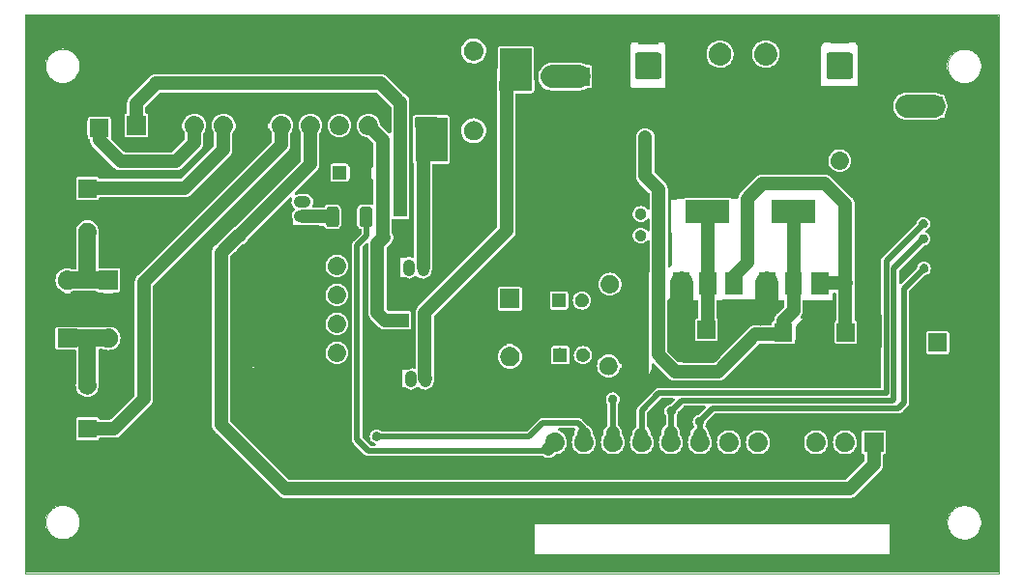
<source format=gbr>
%TF.GenerationSoftware,KiCad,Pcbnew,7.0.1*%
%TF.CreationDate,2023-11-10T11:44:35+00:00*%
%TF.ProjectId,Filter,46696c74-6572-42e6-9b69-6361645f7063,rev?*%
%TF.SameCoordinates,Original*%
%TF.FileFunction,OtherDrawing,Comment*%
%FSLAX45Y45*%
G04 Gerber Fmt 4.5, Leading zero omitted, Abs format (unit mm)*
G04 Created by KiCad (PCBNEW 7.0.1) date 2023-11-10 11:44:35*
%MOMM*%
%LPD*%
G01*
G04 APERTURE LIST*
%ADD10C,1.200000*%
%ADD11C,1.500000*%
%ADD12C,0.000000*%
%ADD13C,2.000000*%
%ADD14C,0.050000*%
%ADD15C,0.500000*%
%ADD16C,1.049999*%
%ADD17C,0.100000*%
G04 APERTURE END LIST*
D10*
X17391000Y-8645080D02*
X17391000Y-9041080D01*
D11*
X12191300Y-8500890D02*
X12191300Y-8082080D01*
D12*
G36*
X12021664Y-8421491D02*
G01*
X12025981Y-8421819D01*
X12030235Y-8422359D01*
X12034421Y-8423107D01*
X12038533Y-8424056D01*
X12042567Y-8425201D01*
X12046516Y-8426538D01*
X12050376Y-8428060D01*
X12054141Y-8429762D01*
X12057806Y-8431639D01*
X12061366Y-8433686D01*
X12064814Y-8435897D01*
X12068147Y-8438267D01*
X12071358Y-8440790D01*
X12074442Y-8443461D01*
X12077394Y-8446276D01*
X12080209Y-8449228D01*
X12082880Y-8452312D01*
X12085404Y-8455523D01*
X12087773Y-8458856D01*
X12089984Y-8462304D01*
X12092031Y-8465864D01*
X12093908Y-8469529D01*
X12095610Y-8473294D01*
X12097132Y-8477154D01*
X12098469Y-8481104D01*
X12099614Y-8485137D01*
X12100563Y-8489250D01*
X12101311Y-8493435D01*
X12101851Y-8497689D01*
X12102179Y-8502006D01*
X12102290Y-8506380D01*
X12102179Y-8510754D01*
X12101851Y-8515071D01*
X12101311Y-8519325D01*
X12100563Y-8523511D01*
X12099614Y-8527623D01*
X12098469Y-8531656D01*
X12097132Y-8535606D01*
X12095610Y-8539466D01*
X12093908Y-8543231D01*
X12092031Y-8546896D01*
X12089984Y-8550456D01*
X12087773Y-8553904D01*
X12085404Y-8557237D01*
X12082880Y-8560448D01*
X12080209Y-8563532D01*
X12077394Y-8566484D01*
X12074442Y-8569299D01*
X12071358Y-8571970D01*
X12068147Y-8574494D01*
X12064814Y-8576863D01*
X12061366Y-8579074D01*
X12057806Y-8581121D01*
X12054141Y-8582998D01*
X12050376Y-8584700D01*
X12046516Y-8586222D01*
X12042567Y-8587559D01*
X12038533Y-8588704D01*
X12034421Y-8589653D01*
X12030235Y-8590401D01*
X12025981Y-8590941D01*
X12021664Y-8591270D01*
X12017290Y-8591380D01*
X12012916Y-8591270D01*
X12008599Y-8590941D01*
X12004345Y-8590401D01*
X12000160Y-8589653D01*
X11996047Y-8588704D01*
X11992014Y-8587559D01*
X11988064Y-8586222D01*
X11984204Y-8584700D01*
X11980439Y-8582998D01*
X11976774Y-8581121D01*
X11973214Y-8579074D01*
X11969766Y-8576863D01*
X11966433Y-8574494D01*
X11963222Y-8571970D01*
X11960138Y-8569299D01*
X11957186Y-8566484D01*
X11954372Y-8563532D01*
X11951700Y-8560448D01*
X11949177Y-8557237D01*
X11946807Y-8553904D01*
X11944596Y-8550456D01*
X11942549Y-8546896D01*
X11940672Y-8543231D01*
X11938970Y-8539466D01*
X11937448Y-8535606D01*
X11936112Y-8531656D01*
X11934966Y-8527623D01*
X11934017Y-8523511D01*
X11933270Y-8519325D01*
X11932729Y-8515071D01*
X11932401Y-8510754D01*
X11932290Y-8506380D01*
X11932401Y-8502006D01*
X11932729Y-8497689D01*
X11933270Y-8493435D01*
X11934017Y-8489250D01*
X11934966Y-8485137D01*
X11936112Y-8481104D01*
X11937448Y-8477154D01*
X11938970Y-8473294D01*
X11940672Y-8469529D01*
X11942549Y-8465864D01*
X11944596Y-8462304D01*
X11946807Y-8458856D01*
X11949177Y-8455523D01*
X11951700Y-8452312D01*
X11954372Y-8449228D01*
X11957186Y-8446276D01*
X11960138Y-8443461D01*
X11963222Y-8440790D01*
X11966433Y-8438267D01*
X11969766Y-8435897D01*
X11973214Y-8433686D01*
X11976774Y-8431639D01*
X11980439Y-8429762D01*
X11984204Y-8428060D01*
X11988064Y-8426538D01*
X11992014Y-8425201D01*
X11996047Y-8424056D01*
X12000160Y-8423107D01*
X12004345Y-8422359D01*
X12008599Y-8421819D01*
X12012916Y-8421491D01*
X12017290Y-8421380D01*
X12021664Y-8421491D01*
G37*
D13*
X18540500Y-7002080D02*
X18525500Y-7017080D01*
D10*
X12451000Y-6674580D02*
X12096000Y-7029580D01*
D14*
X11996844Y-10479808D02*
X12004230Y-10481127D01*
D10*
X17051000Y-8399580D02*
X17051000Y-9104580D01*
D14*
X11988337Y-6777306D02*
X11980719Y-6777885D01*
D10*
X14868500Y-8529580D02*
X14868500Y-8269580D01*
D14*
X12089748Y-10723494D02*
X12085033Y-10728937D01*
D12*
G36*
X12298059Y-7132132D02*
G01*
X12300090Y-7132286D01*
X12302092Y-7132541D01*
X12304062Y-7132893D01*
X12305997Y-7133339D01*
X12307895Y-7133878D01*
X12309754Y-7134507D01*
X12311570Y-7135223D01*
X12313342Y-7136024D01*
X12315067Y-7136908D01*
X12316742Y-7137871D01*
X12318365Y-7138911D01*
X12319933Y-7140027D01*
X12321444Y-7141214D01*
X12322896Y-7142471D01*
X12324285Y-7143796D01*
X12325609Y-7145185D01*
X12326866Y-7146636D01*
X12328054Y-7148147D01*
X12329169Y-7149716D01*
X12330210Y-7151338D01*
X12331173Y-7153014D01*
X12332056Y-7154738D01*
X12332857Y-7156510D01*
X12333573Y-7158327D01*
X12334202Y-7160185D01*
X12334741Y-7162083D01*
X12335188Y-7164019D01*
X12335540Y-7165988D01*
X12335794Y-7167990D01*
X12335948Y-7170022D01*
X12336000Y-7172080D01*
X12335948Y-7174138D01*
X12335794Y-7176170D01*
X12335540Y-7178172D01*
X12335188Y-7180141D01*
X12334741Y-7182077D01*
X12334202Y-7183975D01*
X12333573Y-7185833D01*
X12332857Y-7187650D01*
X12332056Y-7189422D01*
X12331173Y-7191146D01*
X12330210Y-7192821D01*
X12329169Y-7194444D01*
X12328054Y-7196013D01*
X12326866Y-7197524D01*
X12325609Y-7198975D01*
X12324285Y-7200364D01*
X12322896Y-7201689D01*
X12321444Y-7202946D01*
X12319933Y-7204133D01*
X12318365Y-7205249D01*
X12316742Y-7206289D01*
X12315067Y-7207252D01*
X12313342Y-7208135D01*
X12311570Y-7208937D01*
X12309754Y-7209653D01*
X12307895Y-7210282D01*
X12305997Y-7210821D01*
X12304062Y-7211267D01*
X12302092Y-7211619D01*
X12300090Y-7211873D01*
X12298059Y-7212028D01*
X12296000Y-7212080D01*
X12293942Y-7212028D01*
X12291910Y-7211873D01*
X12289909Y-7211619D01*
X12287939Y-7211267D01*
X12286004Y-7210821D01*
X12284105Y-7210282D01*
X12282247Y-7209653D01*
X12280430Y-7208937D01*
X12278658Y-7208135D01*
X12276934Y-7207252D01*
X12275259Y-7206289D01*
X12273636Y-7205249D01*
X12272067Y-7204133D01*
X12270556Y-7202946D01*
X12269105Y-7201689D01*
X12267716Y-7200364D01*
X12266391Y-7198975D01*
X12265134Y-7197524D01*
X12263947Y-7196013D01*
X12262831Y-7194444D01*
X12261791Y-7192821D01*
X12260828Y-7191146D01*
X12259945Y-7189422D01*
X12259144Y-7187650D01*
X12258427Y-7185833D01*
X12257798Y-7183975D01*
X12257259Y-7182077D01*
X12256813Y-7180141D01*
X12256461Y-7178172D01*
X12256207Y-7176170D01*
X12256052Y-7174138D01*
X12256000Y-7172080D01*
X12256052Y-7170022D01*
X12256207Y-7167990D01*
X12256461Y-7165988D01*
X12256813Y-7164019D01*
X12257259Y-7162083D01*
X12257798Y-7160185D01*
X12258427Y-7158327D01*
X12259144Y-7156510D01*
X12259945Y-7154738D01*
X12260828Y-7153014D01*
X12261791Y-7151338D01*
X12262831Y-7149716D01*
X12263947Y-7148147D01*
X12265134Y-7146636D01*
X12266391Y-7145185D01*
X12267716Y-7143796D01*
X12269105Y-7142471D01*
X12270556Y-7141214D01*
X12272067Y-7140027D01*
X12273636Y-7138911D01*
X12275259Y-7137871D01*
X12276934Y-7136908D01*
X12278658Y-7136024D01*
X12280430Y-7135223D01*
X12282247Y-7134507D01*
X12284105Y-7133878D01*
X12286004Y-7133339D01*
X12287939Y-7132893D01*
X12289909Y-7132541D01*
X12291910Y-7132286D01*
X12293942Y-7132132D01*
X12296000Y-7132080D01*
X12298059Y-7132132D01*
G37*
D10*
X16408500Y-8257080D02*
X16388500Y-8277080D01*
D12*
G36*
X17037287Y-7902113D02*
G01*
X17038556Y-7902209D01*
X17039807Y-7902368D01*
X17041039Y-7902588D01*
X17042248Y-7902867D01*
X17043434Y-7903204D01*
X17044596Y-7903597D01*
X17045731Y-7904045D01*
X17046839Y-7904545D01*
X17047917Y-7905097D01*
X17048964Y-7905699D01*
X17049978Y-7906350D01*
X17050958Y-7907047D01*
X17051902Y-7907789D01*
X17052810Y-7908575D01*
X17053678Y-7909402D01*
X17054506Y-7910271D01*
X17055291Y-7911178D01*
X17056034Y-7912122D01*
X17056731Y-7913102D01*
X17057381Y-7914117D01*
X17057983Y-7915164D01*
X17058535Y-7916242D01*
X17059036Y-7917349D01*
X17059483Y-7918484D01*
X17059876Y-7919646D01*
X17060213Y-7920832D01*
X17060492Y-7922042D01*
X17060712Y-7923273D01*
X17060871Y-7924524D01*
X17060968Y-7925794D01*
X17061000Y-7927080D01*
X17060968Y-7928367D01*
X17060871Y-7929636D01*
X17060712Y-7930887D01*
X17060492Y-7932118D01*
X17060213Y-7933328D01*
X17059876Y-7934514D01*
X17059483Y-7935676D01*
X17059036Y-7936811D01*
X17058535Y-7937919D01*
X17057983Y-7938997D01*
X17057381Y-7940043D01*
X17056731Y-7941058D01*
X17056034Y-7942038D01*
X17055291Y-7942982D01*
X17054506Y-7943889D01*
X17053678Y-7944758D01*
X17052810Y-7945585D01*
X17051902Y-7946371D01*
X17050958Y-7947113D01*
X17049978Y-7947810D01*
X17048964Y-7948461D01*
X17047917Y-7949063D01*
X17046839Y-7949615D01*
X17045731Y-7950115D01*
X17044596Y-7950563D01*
X17043434Y-7950956D01*
X17042248Y-7951293D01*
X17041039Y-7951572D01*
X17039807Y-7951792D01*
X17038556Y-7951951D01*
X17037287Y-7952048D01*
X17036000Y-7952080D01*
X17034714Y-7952048D01*
X17033444Y-7951951D01*
X17032193Y-7951792D01*
X17030962Y-7951572D01*
X17029752Y-7951293D01*
X17028566Y-7950956D01*
X17027404Y-7950563D01*
X17026269Y-7950115D01*
X17025162Y-7949615D01*
X17024084Y-7949063D01*
X17023037Y-7948461D01*
X17022022Y-7947810D01*
X17021042Y-7947113D01*
X17020098Y-7946371D01*
X17019191Y-7945585D01*
X17018323Y-7944758D01*
X17017495Y-7943889D01*
X17016709Y-7942982D01*
X17015967Y-7942038D01*
X17015270Y-7941058D01*
X17014620Y-7940043D01*
X17014018Y-7938997D01*
X17013465Y-7937919D01*
X17012965Y-7936811D01*
X17012517Y-7935676D01*
X17012124Y-7934514D01*
X17011787Y-7933328D01*
X17011508Y-7932118D01*
X17011288Y-7930887D01*
X17011129Y-7929636D01*
X17011033Y-7928367D01*
X17011000Y-7927080D01*
X17011033Y-7925794D01*
X17011129Y-7924524D01*
X17011288Y-7923273D01*
X17011508Y-7922042D01*
X17011787Y-7920832D01*
X17012124Y-7919646D01*
X17012517Y-7918484D01*
X17012965Y-7917349D01*
X17013465Y-7916242D01*
X17014018Y-7915164D01*
X17014620Y-7914117D01*
X17015270Y-7913102D01*
X17015967Y-7912122D01*
X17016709Y-7911178D01*
X17017495Y-7910271D01*
X17018323Y-7909402D01*
X17019191Y-7908575D01*
X17020098Y-7907789D01*
X17021042Y-7907047D01*
X17022022Y-7906350D01*
X17023037Y-7905699D01*
X17024084Y-7905097D01*
X17025162Y-7904545D01*
X17026269Y-7904045D01*
X17027404Y-7903597D01*
X17028566Y-7903204D01*
X17029752Y-7902867D01*
X17030962Y-7902588D01*
X17032193Y-7902368D01*
X17033444Y-7902209D01*
X17034714Y-7902113D01*
X17036000Y-7902080D01*
X17037287Y-7902113D01*
G37*
D14*
X11950156Y-6776352D02*
X11942770Y-6775033D01*
D10*
X15131000Y-7889580D02*
X15131000Y-7399580D01*
D14*
X12123805Y-10620361D02*
X12124000Y-10628080D01*
D10*
X13716000Y-7232080D02*
X13716000Y-7022080D01*
D14*
X19779253Y-6749280D02*
X19773586Y-6744827D01*
D10*
X19950000Y-9162080D02*
X19950000Y-8900080D01*
X12956750Y-7017830D02*
X12893500Y-6954580D01*
X15131000Y-8398330D02*
X15131000Y-7889580D01*
D14*
X19728102Y-6577505D02*
X19730788Y-6570693D01*
D15*
X17669000Y-9629080D02*
X19295500Y-9629080D01*
D10*
X13361000Y-9774580D02*
X13923500Y-10337080D01*
D16*
X15004000Y-8375830D02*
X15004000Y-8420830D01*
D14*
X12024575Y-6768978D02*
X12017605Y-6771336D01*
D12*
G36*
X14380017Y-8556664D02*
G01*
X14384079Y-8556973D01*
X14388083Y-8557482D01*
X14392023Y-8558185D01*
X14395893Y-8559079D01*
X14399690Y-8560157D01*
X14403407Y-8561414D01*
X14407040Y-8562847D01*
X14410583Y-8564449D01*
X14414033Y-8566216D01*
X14417383Y-8568142D01*
X14420629Y-8570223D01*
X14423765Y-8572453D01*
X14426787Y-8574828D01*
X14429690Y-8577343D01*
X14432468Y-8579992D01*
X14435117Y-8582770D01*
X14437632Y-8585673D01*
X14440007Y-8588695D01*
X14442237Y-8591831D01*
X14444318Y-8595077D01*
X14446244Y-8598427D01*
X14448011Y-8601877D01*
X14449613Y-8605420D01*
X14451045Y-8609053D01*
X14452303Y-8612771D01*
X14453381Y-8616567D01*
X14454275Y-8620437D01*
X14454978Y-8624377D01*
X14455487Y-8628381D01*
X14455796Y-8632443D01*
X14455900Y-8636560D01*
X14455796Y-8640677D01*
X14455487Y-8644740D01*
X14454978Y-8648743D01*
X14454275Y-8652683D01*
X14453381Y-8656553D01*
X14452303Y-8660350D01*
X14451045Y-8664067D01*
X14449613Y-8667700D01*
X14448011Y-8671243D01*
X14446244Y-8674693D01*
X14444318Y-8678043D01*
X14442237Y-8681289D01*
X14440007Y-8684425D01*
X14437632Y-8687448D01*
X14435117Y-8690350D01*
X14432468Y-8693129D01*
X14429690Y-8695778D01*
X14426787Y-8698292D01*
X14423765Y-8700667D01*
X14420629Y-8702897D01*
X14417383Y-8704978D01*
X14414033Y-8706904D01*
X14410583Y-8708671D01*
X14407040Y-8710273D01*
X14403407Y-8711706D01*
X14399690Y-8712963D01*
X14395893Y-8714041D01*
X14392023Y-8714935D01*
X14388083Y-8715638D01*
X14384079Y-8716147D01*
X14380017Y-8716456D01*
X14375900Y-8716560D01*
X14371783Y-8716456D01*
X14367720Y-8716147D01*
X14363717Y-8715638D01*
X14359777Y-8714935D01*
X14355907Y-8714041D01*
X14352110Y-8712963D01*
X14348393Y-8711706D01*
X14344760Y-8710273D01*
X14341217Y-8708671D01*
X14337767Y-8706904D01*
X14334417Y-8704978D01*
X14331171Y-8702897D01*
X14328035Y-8700667D01*
X14325012Y-8698292D01*
X14322110Y-8695778D01*
X14319331Y-8693129D01*
X14316682Y-8690350D01*
X14314168Y-8687448D01*
X14311793Y-8684425D01*
X14309563Y-8681289D01*
X14307482Y-8678043D01*
X14305555Y-8674693D01*
X14303789Y-8671243D01*
X14302187Y-8667700D01*
X14300754Y-8664067D01*
X14299497Y-8660350D01*
X14298419Y-8656553D01*
X14297525Y-8652683D01*
X14296822Y-8648743D01*
X14296313Y-8644740D01*
X14296004Y-8640677D01*
X14295900Y-8636560D01*
X14296004Y-8632443D01*
X14296313Y-8628381D01*
X14296822Y-8624377D01*
X14297525Y-8620437D01*
X14298419Y-8616567D01*
X14299497Y-8612771D01*
X14300754Y-8609053D01*
X14302187Y-8605420D01*
X14303789Y-8601877D01*
X14305555Y-8598427D01*
X14307482Y-8595077D01*
X14309563Y-8591831D01*
X14311793Y-8588695D01*
X14314168Y-8585673D01*
X14316682Y-8582770D01*
X14319331Y-8579992D01*
X14322110Y-8577343D01*
X14325012Y-8574828D01*
X14328035Y-8572453D01*
X14331171Y-8570223D01*
X14334417Y-8568142D01*
X14337767Y-8566216D01*
X14341217Y-8564449D01*
X14344760Y-8562847D01*
X14348393Y-8561414D01*
X14352110Y-8560157D01*
X14355907Y-8559079D01*
X14359777Y-8558185D01*
X14363717Y-8557482D01*
X14367720Y-8556973D01*
X14371783Y-8556664D01*
X14375900Y-8556560D01*
X14380017Y-8556664D01*
G37*
D14*
X11866934Y-6522014D02*
X11872143Y-6517047D01*
X19752253Y-10726494D02*
X19747800Y-10720828D01*
X12123226Y-10643417D02*
X12122272Y-10650923D01*
X12032387Y-10766292D02*
X12025575Y-10768978D01*
X20012256Y-6673685D02*
X20009898Y-6680655D01*
X19963414Y-10746828D02*
X19957748Y-10751281D01*
D15*
X16056000Y-6699580D02*
X15943500Y-6587080D01*
D12*
G36*
X16514058Y-7443632D02*
G01*
X16516090Y-7443786D01*
X16518091Y-7444041D01*
X16520061Y-7444393D01*
X16521996Y-7444839D01*
X16523895Y-7445378D01*
X16525753Y-7446007D01*
X16527570Y-7446723D01*
X16529342Y-7447524D01*
X16531066Y-7448408D01*
X16532741Y-7449371D01*
X16534364Y-7450411D01*
X16535933Y-7451526D01*
X16537444Y-7452714D01*
X16538895Y-7453971D01*
X16540284Y-7455296D01*
X16541609Y-7456685D01*
X16542866Y-7458136D01*
X16544053Y-7459647D01*
X16545169Y-7461215D01*
X16546209Y-7462838D01*
X16547172Y-7464513D01*
X16548056Y-7466238D01*
X16548857Y-7468010D01*
X16549573Y-7469827D01*
X16550202Y-7471685D01*
X16550741Y-7473583D01*
X16551187Y-7475518D01*
X16551539Y-7477488D01*
X16551794Y-7479490D01*
X16551948Y-7481522D01*
X16552000Y-7483580D01*
X16551948Y-7485638D01*
X16551794Y-7487670D01*
X16551539Y-7489672D01*
X16551187Y-7491641D01*
X16550741Y-7493577D01*
X16550202Y-7495475D01*
X16549573Y-7497333D01*
X16548857Y-7499150D01*
X16548056Y-7500922D01*
X16547172Y-7502646D01*
X16546209Y-7504321D01*
X16545169Y-7505944D01*
X16544053Y-7507513D01*
X16542866Y-7509024D01*
X16541609Y-7510475D01*
X16540284Y-7511864D01*
X16538895Y-7513189D01*
X16537444Y-7514446D01*
X16535933Y-7515633D01*
X16534364Y-7516749D01*
X16532741Y-7517789D01*
X16531066Y-7518752D01*
X16529342Y-7519635D01*
X16527570Y-7520436D01*
X16525753Y-7521153D01*
X16523895Y-7521782D01*
X16521996Y-7522321D01*
X16520061Y-7522767D01*
X16518091Y-7523119D01*
X16516090Y-7523373D01*
X16514058Y-7523528D01*
X16512000Y-7523580D01*
X16509942Y-7523528D01*
X16507910Y-7523373D01*
X16505908Y-7523119D01*
X16503939Y-7522767D01*
X16502003Y-7522321D01*
X16500105Y-7521782D01*
X16498247Y-7521153D01*
X16496430Y-7520436D01*
X16494658Y-7519635D01*
X16492934Y-7518752D01*
X16491258Y-7517789D01*
X16489636Y-7516749D01*
X16488067Y-7515633D01*
X16486556Y-7514446D01*
X16485105Y-7513189D01*
X16483716Y-7511864D01*
X16482391Y-7510475D01*
X16481134Y-7509024D01*
X16479946Y-7507513D01*
X16478831Y-7505944D01*
X16477791Y-7504321D01*
X16476828Y-7502646D01*
X16475944Y-7500922D01*
X16475143Y-7499150D01*
X16474427Y-7497333D01*
X16473798Y-7495475D01*
X16473259Y-7493577D01*
X16472812Y-7491641D01*
X16472461Y-7489672D01*
X16472206Y-7487670D01*
X16472052Y-7485638D01*
X16472000Y-7483580D01*
X16472052Y-7481522D01*
X16472206Y-7479490D01*
X16472461Y-7477488D01*
X16472812Y-7475518D01*
X16473259Y-7473583D01*
X16473798Y-7471685D01*
X16474427Y-7469827D01*
X16475143Y-7468010D01*
X16475944Y-7466238D01*
X16476828Y-7464513D01*
X16477791Y-7462838D01*
X16478831Y-7461215D01*
X16479946Y-7459647D01*
X16481134Y-7458136D01*
X16482391Y-7456685D01*
X16483716Y-7455296D01*
X16485105Y-7453971D01*
X16486556Y-7452714D01*
X16488067Y-7451526D01*
X16489636Y-7450411D01*
X16491258Y-7449371D01*
X16492934Y-7448408D01*
X16494658Y-7447524D01*
X16496430Y-7446723D01*
X16498247Y-7446007D01*
X16500105Y-7445378D01*
X16502003Y-7444839D01*
X16503939Y-7444393D01*
X16505908Y-7444041D01*
X16507910Y-7443786D01*
X16509942Y-7443632D01*
X16512000Y-7443580D01*
X16514058Y-7443632D01*
G37*
D10*
X16363500Y-7483580D02*
X16260500Y-7483580D01*
D14*
X11862967Y-10527223D02*
X11867934Y-10522014D01*
D12*
G36*
X15962300Y-6563740D02*
G01*
X15966840Y-6568280D01*
X15968500Y-6574480D01*
X15968500Y-6747080D01*
X16072080Y-6747080D01*
X16078300Y-6748750D01*
X16082840Y-6753320D01*
X16084480Y-6759550D01*
X16084070Y-6836700D01*
X16082380Y-6842890D01*
X16077820Y-6847400D01*
X16071620Y-6849040D01*
X15920160Y-6848510D01*
X15811400Y-6848120D01*
X15811360Y-6848120D01*
X15805170Y-6846450D01*
X15800650Y-6841910D01*
X15799000Y-6835720D01*
X15799000Y-6759480D01*
X15800660Y-6753280D01*
X15805200Y-6748740D01*
X15811400Y-6747080D01*
X15918500Y-6747080D01*
X15918500Y-6574480D01*
X15920160Y-6568280D01*
X15924700Y-6563740D01*
X15930900Y-6562080D01*
X15956100Y-6562080D01*
X15962300Y-6563740D01*
G37*
D10*
X17370010Y-9144070D02*
X17366340Y-9147740D01*
D12*
G36*
X17288380Y-8676360D02*
G01*
X17291790Y-8678920D01*
X17305260Y-8683940D01*
X17311220Y-8684580D01*
X17366000Y-8684580D01*
X17366170Y-8684410D01*
X17370160Y-8681740D01*
X17374880Y-8680780D01*
X17379270Y-8680760D01*
X17406870Y-8680640D01*
X17411640Y-8681570D01*
X17415690Y-8684270D01*
X17416000Y-8684580D01*
X17470780Y-8684580D01*
X17476740Y-8683940D01*
X17484470Y-8681050D01*
X17488750Y-8680270D01*
X17490520Y-8680270D01*
X17528490Y-8680100D01*
X17534720Y-8681740D01*
X17539280Y-8686280D01*
X17540950Y-8692500D01*
X17540950Y-8831620D01*
X17539290Y-8837820D01*
X17534750Y-8842360D01*
X17530180Y-8843580D01*
X17530220Y-8843780D01*
X17523180Y-8845180D01*
X17516540Y-8849610D01*
X17512110Y-8856250D01*
X17510950Y-8862090D01*
X17510950Y-9026040D01*
X17511530Y-9028970D01*
X17512110Y-9031890D01*
X17516540Y-9038520D01*
X17523180Y-9042960D01*
X17529030Y-9044120D01*
X17541270Y-9044120D01*
X17546010Y-9045060D01*
X17550040Y-9047750D01*
X17611000Y-9108710D01*
X17671960Y-9047750D01*
X17675990Y-9045060D01*
X17680730Y-9044120D01*
X17692970Y-9044120D01*
X17698820Y-9042960D01*
X17705460Y-9038520D01*
X17709890Y-9031890D01*
X17711050Y-9026040D01*
X17711050Y-8862090D01*
X17709890Y-8856250D01*
X17704230Y-8847780D01*
X17702510Y-8845890D01*
X17701050Y-8840040D01*
X17701050Y-8691670D01*
X17702700Y-8685490D01*
X17707220Y-8680950D01*
X17713390Y-8679270D01*
X17787230Y-8678940D01*
X17979950Y-8678080D01*
X17980060Y-8678080D01*
X17998130Y-8678170D01*
X18040690Y-8678380D01*
X18044960Y-8679170D01*
X18057760Y-8683940D01*
X18063720Y-8684580D01*
X18118500Y-8684580D01*
X18120620Y-8682460D01*
X18124670Y-8679760D01*
X18129450Y-8678830D01*
X18134160Y-8678850D01*
X18157820Y-8678970D01*
X18162530Y-8679930D01*
X18166520Y-8682600D01*
X18168500Y-8684580D01*
X18223280Y-8684580D01*
X18229240Y-8683940D01*
X18239310Y-8680180D01*
X18243710Y-8679400D01*
X18281110Y-8679590D01*
X18287290Y-8681270D01*
X18291800Y-8685810D01*
X18293450Y-8691990D01*
X18293450Y-8734370D01*
X18292510Y-8739110D01*
X18289820Y-8743140D01*
X18233770Y-8799180D01*
X18227210Y-8805740D01*
X18221020Y-8811930D01*
X18218980Y-8815180D01*
X18218180Y-8816310D01*
X18215790Y-8819300D01*
X18214130Y-8822750D01*
X18213460Y-8823970D01*
X18212010Y-8826270D01*
X18211420Y-8827210D01*
X18210160Y-8830820D01*
X18209630Y-8832110D01*
X18207960Y-8835550D01*
X18207960Y-8835560D01*
X18207110Y-8839290D01*
X18206730Y-8840620D01*
X18205460Y-8844240D01*
X18205030Y-8848040D01*
X18204800Y-8849410D01*
X18203950Y-8853140D01*
X18203950Y-8856470D01*
X18202670Y-8861950D01*
X18199100Y-8866310D01*
X18198170Y-8866730D01*
X18198230Y-8866820D01*
X18189540Y-8872620D01*
X18185110Y-8879260D01*
X18183950Y-8885110D01*
X18183950Y-8890630D01*
X18182290Y-8896830D01*
X18177750Y-8901370D01*
X18171550Y-8903030D01*
X18031970Y-8903030D01*
X18028240Y-8903880D01*
X18026870Y-8904110D01*
X18023070Y-8904540D01*
X18019450Y-8905810D01*
X18018120Y-8906190D01*
X18014390Y-8907040D01*
X18010940Y-8908700D01*
X18009650Y-8909240D01*
X18006040Y-8910500D01*
X18004360Y-8911560D01*
X18002800Y-8912540D01*
X18001580Y-8913210D01*
X17998130Y-8914870D01*
X17995140Y-8917260D01*
X17994010Y-8918060D01*
X17990760Y-8920100D01*
X17762340Y-9148530D01*
X17756250Y-9151870D01*
X17749330Y-9151410D01*
X17743730Y-9147310D01*
X17741210Y-9140840D01*
X17739510Y-9121410D01*
X17733630Y-9099440D01*
X17724010Y-9078820D01*
X17718900Y-9071520D01*
X17619770Y-9170660D01*
X17614210Y-9173870D01*
X17607790Y-9173870D01*
X17602230Y-9170660D01*
X17503100Y-9071520D01*
X17497990Y-9078820D01*
X17488370Y-9099440D01*
X17482490Y-9121410D01*
X17480500Y-9144070D01*
X17482490Y-9166730D01*
X17488370Y-9188700D01*
X17497550Y-9208390D01*
X17498690Y-9214440D01*
X17496770Y-9220290D01*
X17492280Y-9224500D01*
X17486320Y-9226030D01*
X17372060Y-9226030D01*
X17367320Y-9225090D01*
X17363290Y-9222400D01*
X17272180Y-9131290D01*
X17269490Y-9127260D01*
X17268550Y-9122520D01*
X17268550Y-8686290D01*
X17270400Y-8679770D01*
X17275400Y-8675200D01*
X17282060Y-8673940D01*
X17288380Y-8676360D01*
G37*
D14*
X12050781Y-6756364D02*
X12044499Y-6759976D01*
X19905487Y-10776358D02*
X19898230Y-10778033D01*
X12039032Y-10492872D02*
X12045499Y-10496184D01*
D10*
X18603500Y-8534580D02*
X18831440Y-8534580D01*
X12619000Y-7151580D02*
X12619000Y-6956580D01*
D12*
G36*
X17358374Y-6794690D02*
G01*
X17362691Y-6795019D01*
X17366945Y-6795559D01*
X17371131Y-6796307D01*
X17375243Y-6797256D01*
X17379277Y-6798401D01*
X17383226Y-6799738D01*
X17387086Y-6801260D01*
X17390851Y-6802962D01*
X17394516Y-6804839D01*
X17398076Y-6806886D01*
X17401525Y-6809097D01*
X17404857Y-6811466D01*
X17408068Y-6813990D01*
X17411152Y-6816661D01*
X17414104Y-6819476D01*
X17416919Y-6822428D01*
X17419590Y-6825512D01*
X17422114Y-6828723D01*
X17424484Y-6832056D01*
X17426694Y-6835504D01*
X17428741Y-6839064D01*
X17430618Y-6842729D01*
X17432321Y-6846494D01*
X17433842Y-6850354D01*
X17435179Y-6854303D01*
X17436324Y-6858337D01*
X17437273Y-6862449D01*
X17438021Y-6866635D01*
X17438561Y-6870889D01*
X17438890Y-6875206D01*
X17439000Y-6879580D01*
X17438890Y-6883954D01*
X17438561Y-6888271D01*
X17438021Y-6892525D01*
X17437273Y-6896710D01*
X17436324Y-6900823D01*
X17435179Y-6904856D01*
X17433842Y-6908806D01*
X17432321Y-6912666D01*
X17430618Y-6916431D01*
X17428741Y-6920096D01*
X17426694Y-6923656D01*
X17424484Y-6927104D01*
X17422114Y-6930437D01*
X17419590Y-6933648D01*
X17416919Y-6936732D01*
X17414104Y-6939684D01*
X17411152Y-6942498D01*
X17408068Y-6945170D01*
X17404857Y-6947693D01*
X17401525Y-6950063D01*
X17398076Y-6952274D01*
X17394516Y-6954321D01*
X17390851Y-6956198D01*
X17387086Y-6957900D01*
X17383226Y-6959422D01*
X17379277Y-6960759D01*
X17375243Y-6961904D01*
X17371131Y-6962853D01*
X17366945Y-6963601D01*
X17362691Y-6964141D01*
X17358374Y-6964469D01*
X17354000Y-6964580D01*
X17349626Y-6964469D01*
X17345309Y-6964141D01*
X17341056Y-6963601D01*
X17336870Y-6962853D01*
X17332757Y-6961904D01*
X17328724Y-6960759D01*
X17324774Y-6959422D01*
X17320914Y-6957900D01*
X17317149Y-6956198D01*
X17313484Y-6954321D01*
X17309925Y-6952274D01*
X17306476Y-6950063D01*
X17303143Y-6947693D01*
X17299932Y-6945170D01*
X17296848Y-6942498D01*
X17293896Y-6939684D01*
X17291082Y-6936732D01*
X17288410Y-6933648D01*
X17285887Y-6930437D01*
X17283517Y-6927104D01*
X17281306Y-6923656D01*
X17279259Y-6920096D01*
X17277382Y-6916431D01*
X17275680Y-6912666D01*
X17274158Y-6908806D01*
X17272822Y-6904856D01*
X17271676Y-6900823D01*
X17270727Y-6896710D01*
X17269980Y-6892525D01*
X17269439Y-6888271D01*
X17269111Y-6883954D01*
X17269000Y-6879580D01*
X17269111Y-6875206D01*
X17269439Y-6870889D01*
X17269980Y-6866635D01*
X17270727Y-6862449D01*
X17271676Y-6858337D01*
X17272822Y-6854303D01*
X17274158Y-6850354D01*
X17275680Y-6846494D01*
X17277382Y-6842729D01*
X17279259Y-6839064D01*
X17281306Y-6835504D01*
X17283517Y-6832056D01*
X17285887Y-6828723D01*
X17288410Y-6825512D01*
X17291082Y-6822428D01*
X17293896Y-6819476D01*
X17296848Y-6816661D01*
X17299932Y-6813990D01*
X17303143Y-6811466D01*
X17306476Y-6809097D01*
X17309925Y-6806886D01*
X17313484Y-6804839D01*
X17317149Y-6802962D01*
X17320914Y-6801260D01*
X17324774Y-6799738D01*
X17328724Y-6798401D01*
X17332757Y-6797256D01*
X17336870Y-6796307D01*
X17341056Y-6795559D01*
X17345309Y-6795019D01*
X17349626Y-6794690D01*
X17354000Y-6794580D01*
X17358374Y-6794690D01*
G37*
D13*
X18436000Y-7459580D02*
X18270500Y-7459580D01*
D14*
X19740716Y-6551300D02*
X19744618Y-6545214D01*
D10*
X17391000Y-8645080D02*
X17323500Y-8712580D01*
D14*
X20017226Y-10615744D02*
X20017805Y-10623361D01*
X11825729Y-10650923D02*
X11824775Y-10643417D01*
D10*
X18342000Y-9729080D02*
X18408000Y-9795080D01*
D12*
G36*
X15149328Y-8799658D02*
G01*
X15152375Y-8799890D01*
X15155378Y-8800272D01*
X15158332Y-8800799D01*
X15161235Y-8801469D01*
X15164082Y-8802278D01*
X15166870Y-8803221D01*
X15169595Y-8804295D01*
X15172253Y-8805497D01*
X15174840Y-8806822D01*
X15177352Y-8808267D01*
X15179787Y-8809827D01*
X15182139Y-8811500D01*
X15184406Y-8813281D01*
X15186583Y-8815167D01*
X15188667Y-8817154D01*
X15190653Y-8819238D01*
X15192539Y-8821415D01*
X15194320Y-8823681D01*
X15195993Y-8826034D01*
X15197554Y-8828468D01*
X15198998Y-8830981D01*
X15200323Y-8833568D01*
X15201525Y-8836226D01*
X15202599Y-8838950D01*
X15203543Y-8841738D01*
X15204351Y-8844585D01*
X15205021Y-8847488D01*
X15205549Y-8850443D01*
X15205930Y-8853446D01*
X15206162Y-8856493D01*
X15206240Y-8859580D01*
X15206162Y-8862668D01*
X15205930Y-8865715D01*
X15205549Y-8868718D01*
X15205021Y-8871672D01*
X15204351Y-8874575D01*
X15203543Y-8877422D01*
X15202599Y-8880210D01*
X15201525Y-8882935D01*
X15200323Y-8885593D01*
X15198998Y-8888180D01*
X15197554Y-8890692D01*
X15195993Y-8893127D01*
X15194320Y-8895479D01*
X15192539Y-8897746D01*
X15190653Y-8899923D01*
X15188667Y-8902007D01*
X15186583Y-8903993D01*
X15184406Y-8905879D01*
X15182139Y-8907660D01*
X15179787Y-8909333D01*
X15177352Y-8910894D01*
X15174840Y-8912338D01*
X15172253Y-8913663D01*
X15169595Y-8914865D01*
X15166870Y-8915939D01*
X15164082Y-8916883D01*
X15161235Y-8917691D01*
X15158332Y-8918361D01*
X15155378Y-8918889D01*
X15152375Y-8919270D01*
X15149328Y-8919502D01*
X15146240Y-8919580D01*
X15143153Y-8919502D01*
X15140106Y-8919270D01*
X15137103Y-8918889D01*
X15134148Y-8918361D01*
X15131245Y-8917691D01*
X15128398Y-8916883D01*
X15125610Y-8915939D01*
X15122886Y-8914865D01*
X15120228Y-8913663D01*
X15117641Y-8912338D01*
X15115128Y-8910894D01*
X15112694Y-8909333D01*
X15110341Y-8907660D01*
X15108075Y-8905879D01*
X15105898Y-8903993D01*
X15103814Y-8902007D01*
X15101827Y-8899923D01*
X15099941Y-8897746D01*
X15098160Y-8895479D01*
X15096487Y-8893127D01*
X15094927Y-8890692D01*
X15093482Y-8888180D01*
X15092157Y-8885593D01*
X15090955Y-8882935D01*
X15089881Y-8880210D01*
X15088938Y-8877422D01*
X15088129Y-8874575D01*
X15087459Y-8871672D01*
X15086932Y-8868718D01*
X15086550Y-8865715D01*
X15086318Y-8862668D01*
X15086240Y-8859580D01*
X15086318Y-8856493D01*
X15086550Y-8853446D01*
X15086932Y-8850443D01*
X15087459Y-8847488D01*
X15088129Y-8844585D01*
X15088938Y-8841738D01*
X15089881Y-8838950D01*
X15090955Y-8836226D01*
X15092157Y-8833568D01*
X15093482Y-8830981D01*
X15094927Y-8828468D01*
X15096487Y-8826034D01*
X15098160Y-8823681D01*
X15099941Y-8821415D01*
X15101827Y-8819238D01*
X15103814Y-8817154D01*
X15105898Y-8815167D01*
X15108075Y-8813281D01*
X15110341Y-8811500D01*
X15112694Y-8809827D01*
X15115128Y-8808267D01*
X15117641Y-8806822D01*
X15120228Y-8805497D01*
X15122886Y-8804295D01*
X15125610Y-8803221D01*
X15128398Y-8802278D01*
X15131245Y-8801469D01*
X15134148Y-8800799D01*
X15137103Y-8800272D01*
X15140106Y-8799890D01*
X15143153Y-8799658D01*
X15146240Y-8799580D01*
X15149328Y-8799658D01*
G37*
D13*
X18143500Y-7009580D02*
X18293500Y-7009580D01*
D12*
G36*
X16792029Y-9532106D02*
G01*
X16793045Y-9532183D01*
X16794046Y-9532311D01*
X16795031Y-9532486D01*
X16795998Y-9532710D01*
X16796948Y-9532979D01*
X16797877Y-9533294D01*
X16798785Y-9533652D01*
X16799671Y-9534052D01*
X16800533Y-9534494D01*
X16801371Y-9534976D01*
X16802182Y-9535496D01*
X16802966Y-9536053D01*
X16803722Y-9536647D01*
X16804448Y-9537276D01*
X16805142Y-9537938D01*
X16805805Y-9538633D01*
X16806433Y-9539358D01*
X16807027Y-9540114D01*
X16807584Y-9540898D01*
X16808105Y-9541709D01*
X16808586Y-9542547D01*
X16809028Y-9543409D01*
X16809428Y-9544295D01*
X16809787Y-9545203D01*
X16810101Y-9546133D01*
X16810371Y-9547082D01*
X16810594Y-9548049D01*
X16810770Y-9549034D01*
X16810897Y-9550035D01*
X16810974Y-9551051D01*
X16811000Y-9552080D01*
X16810974Y-9553109D01*
X16810897Y-9554125D01*
X16810770Y-9555126D01*
X16810594Y-9556111D01*
X16810371Y-9557079D01*
X16810101Y-9558028D01*
X16809787Y-9558957D01*
X16809428Y-9559865D01*
X16809028Y-9560751D01*
X16808586Y-9561613D01*
X16808105Y-9562451D01*
X16807584Y-9563262D01*
X16807027Y-9564047D01*
X16806433Y-9564802D01*
X16805805Y-9565528D01*
X16805142Y-9566222D01*
X16804448Y-9566885D01*
X16803722Y-9567513D01*
X16802966Y-9568107D01*
X16802182Y-9568665D01*
X16801371Y-9569185D01*
X16800533Y-9569666D01*
X16799671Y-9570108D01*
X16798785Y-9570509D01*
X16797877Y-9570867D01*
X16796948Y-9571181D01*
X16795998Y-9571451D01*
X16795031Y-9571674D01*
X16794046Y-9571850D01*
X16793045Y-9571977D01*
X16792029Y-9572054D01*
X16791000Y-9572080D01*
X16789971Y-9572054D01*
X16788955Y-9571977D01*
X16787954Y-9571850D01*
X16786969Y-9571674D01*
X16786002Y-9571451D01*
X16785053Y-9571181D01*
X16784123Y-9570867D01*
X16783215Y-9570509D01*
X16782329Y-9570108D01*
X16781467Y-9569666D01*
X16780629Y-9569185D01*
X16779818Y-9568665D01*
X16779034Y-9568107D01*
X16778278Y-9567513D01*
X16777552Y-9566885D01*
X16776858Y-9566222D01*
X16776196Y-9565528D01*
X16775567Y-9564802D01*
X16774973Y-9564047D01*
X16774416Y-9563262D01*
X16773895Y-9562451D01*
X16773414Y-9561613D01*
X16772972Y-9560751D01*
X16772572Y-9559865D01*
X16772214Y-9558957D01*
X16771899Y-9558028D01*
X16771630Y-9557079D01*
X16771406Y-9556111D01*
X16771230Y-9555126D01*
X16771103Y-9554125D01*
X16771026Y-9553109D01*
X16771000Y-9552080D01*
X16771026Y-9551051D01*
X16771103Y-9550035D01*
X16771230Y-9549034D01*
X16771406Y-9548049D01*
X16771630Y-9547082D01*
X16771899Y-9546133D01*
X16772214Y-9545203D01*
X16772572Y-9544295D01*
X16772972Y-9543409D01*
X16773414Y-9542547D01*
X16773895Y-9541709D01*
X16774416Y-9540898D01*
X16774973Y-9540114D01*
X16775567Y-9539358D01*
X16776196Y-9538633D01*
X16776858Y-9537938D01*
X16777552Y-9537276D01*
X16778278Y-9536647D01*
X16779034Y-9536053D01*
X16779818Y-9535496D01*
X16780629Y-9534976D01*
X16781467Y-9534494D01*
X16782329Y-9534052D01*
X16783215Y-9533652D01*
X16784123Y-9533294D01*
X16785053Y-9532979D01*
X16786002Y-9532710D01*
X16786969Y-9532486D01*
X16787954Y-9532311D01*
X16788955Y-9532183D01*
X16789971Y-9532106D01*
X16791000Y-9532080D01*
X16792029Y-9532106D01*
G37*
G36*
X14399876Y-7095773D02*
G01*
X14402714Y-7095988D01*
X14405510Y-7096344D01*
X14408262Y-7096835D01*
X14410965Y-7097459D01*
X14413617Y-7098212D01*
X14416214Y-7099091D01*
X14418751Y-7100091D01*
X14421226Y-7101210D01*
X14423636Y-7102444D01*
X14425976Y-7103790D01*
X14428243Y-7105243D01*
X14430434Y-7106801D01*
X14432545Y-7108460D01*
X14434573Y-7110217D01*
X14436513Y-7112067D01*
X14438363Y-7114007D01*
X14440120Y-7116035D01*
X14441779Y-7118146D01*
X14443337Y-7120337D01*
X14444790Y-7122604D01*
X14446136Y-7124944D01*
X14447370Y-7127354D01*
X14448489Y-7129829D01*
X14449489Y-7132367D01*
X14450368Y-7134963D01*
X14451121Y-7137615D01*
X14451745Y-7140318D01*
X14452236Y-7143070D01*
X14452592Y-7145867D01*
X14452807Y-7148704D01*
X14452880Y-7151580D01*
X14452807Y-7154456D01*
X14452592Y-7157293D01*
X14452236Y-7160090D01*
X14451745Y-7162842D01*
X14451121Y-7165545D01*
X14450368Y-7168197D01*
X14449489Y-7170793D01*
X14448489Y-7173331D01*
X14447370Y-7175806D01*
X14446136Y-7178216D01*
X14444790Y-7180556D01*
X14443337Y-7182823D01*
X14441779Y-7185014D01*
X14440120Y-7187125D01*
X14438363Y-7189152D01*
X14436513Y-7191093D01*
X14434573Y-7192943D01*
X14432545Y-7194700D01*
X14430434Y-7196359D01*
X14428243Y-7197916D01*
X14425976Y-7199370D01*
X14423636Y-7200715D01*
X14421226Y-7201950D01*
X14418751Y-7203069D01*
X14416214Y-7204069D01*
X14413617Y-7204948D01*
X14410965Y-7205701D01*
X14408262Y-7206325D01*
X14405510Y-7206816D01*
X14402714Y-7207171D01*
X14399876Y-7207387D01*
X14397000Y-7207460D01*
X14394125Y-7207387D01*
X14391287Y-7207171D01*
X14388490Y-7206816D01*
X14385738Y-7206325D01*
X14383035Y-7205701D01*
X14380383Y-7204948D01*
X14377787Y-7204069D01*
X14375249Y-7203069D01*
X14372774Y-7201950D01*
X14370364Y-7200715D01*
X14368024Y-7199370D01*
X14365757Y-7197916D01*
X14363566Y-7196359D01*
X14361455Y-7194700D01*
X14359428Y-7192943D01*
X14357487Y-7191093D01*
X14355637Y-7189152D01*
X14353880Y-7187125D01*
X14352222Y-7185014D01*
X14350664Y-7182823D01*
X14349210Y-7180556D01*
X14347865Y-7178216D01*
X14346631Y-7175806D01*
X14345511Y-7173331D01*
X14344511Y-7170793D01*
X14343632Y-7168197D01*
X14342879Y-7165545D01*
X14342255Y-7162842D01*
X14341764Y-7160090D01*
X14341409Y-7157293D01*
X14341193Y-7154456D01*
X14341120Y-7151580D01*
X14341193Y-7148704D01*
X14341409Y-7145867D01*
X14341764Y-7143070D01*
X14342255Y-7140318D01*
X14342879Y-7137615D01*
X14343632Y-7134963D01*
X14344511Y-7132367D01*
X14345511Y-7129829D01*
X14346631Y-7127354D01*
X14347865Y-7124944D01*
X14349210Y-7122604D01*
X14350664Y-7120337D01*
X14352222Y-7118146D01*
X14353880Y-7116035D01*
X14355637Y-7114007D01*
X14357487Y-7112067D01*
X14359428Y-7110217D01*
X14361455Y-7108460D01*
X14363566Y-7106801D01*
X14365757Y-7105243D01*
X14368024Y-7103790D01*
X14370364Y-7102444D01*
X14372774Y-7101210D01*
X14375249Y-7100091D01*
X14377787Y-7099091D01*
X14380383Y-7098212D01*
X14383035Y-7097459D01*
X14385738Y-7096835D01*
X14388490Y-7096344D01*
X14391287Y-7095988D01*
X14394125Y-7095773D01*
X14397000Y-7095700D01*
X14399876Y-7095773D01*
G37*
G36*
X16796194Y-9843111D02*
G01*
X16800511Y-9843439D01*
X16804765Y-9843979D01*
X16808951Y-9844727D01*
X16813063Y-9845676D01*
X16817097Y-9846821D01*
X16821046Y-9848158D01*
X16824906Y-9849680D01*
X16828671Y-9851382D01*
X16832336Y-9853259D01*
X16835896Y-9855306D01*
X16839344Y-9857517D01*
X16842677Y-9859886D01*
X16845888Y-9862410D01*
X16848972Y-9865081D01*
X16851924Y-9867896D01*
X16854739Y-9870848D01*
X16857410Y-9873932D01*
X16859934Y-9877143D01*
X16862303Y-9880476D01*
X16864514Y-9883924D01*
X16866561Y-9887484D01*
X16868438Y-9891149D01*
X16870140Y-9894914D01*
X16871662Y-9898774D01*
X16872999Y-9902724D01*
X16874144Y-9906757D01*
X16875093Y-9910869D01*
X16875841Y-9915055D01*
X16876381Y-9919309D01*
X16876709Y-9923626D01*
X16876820Y-9928000D01*
X16876709Y-9932374D01*
X16876381Y-9936691D01*
X16875841Y-9940944D01*
X16875093Y-9945130D01*
X16874144Y-9949243D01*
X16872999Y-9953276D01*
X16871662Y-9957226D01*
X16870140Y-9961086D01*
X16868438Y-9964851D01*
X16866561Y-9968516D01*
X16864514Y-9972075D01*
X16862303Y-9975524D01*
X16859934Y-9978857D01*
X16857410Y-9982068D01*
X16854739Y-9985152D01*
X16851924Y-9988104D01*
X16848972Y-9990918D01*
X16845888Y-9993590D01*
X16842677Y-9996113D01*
X16839344Y-9998483D01*
X16835896Y-10000694D01*
X16832336Y-10002741D01*
X16828671Y-10004618D01*
X16824906Y-10006320D01*
X16821046Y-10007842D01*
X16817097Y-10009178D01*
X16813063Y-10010324D01*
X16808951Y-10011273D01*
X16804765Y-10012020D01*
X16800511Y-10012561D01*
X16796194Y-10012889D01*
X16791820Y-10013000D01*
X16787446Y-10012889D01*
X16783130Y-10012561D01*
X16778876Y-10012020D01*
X16774690Y-10011273D01*
X16770577Y-10010324D01*
X16766544Y-10009178D01*
X16762594Y-10007842D01*
X16758734Y-10006320D01*
X16754969Y-10004618D01*
X16751304Y-10002741D01*
X16747745Y-10000694D01*
X16744296Y-9998483D01*
X16740963Y-9996113D01*
X16737752Y-9993590D01*
X16734668Y-9990918D01*
X16731716Y-9988104D01*
X16728902Y-9985152D01*
X16726230Y-9982068D01*
X16723707Y-9978857D01*
X16721337Y-9975524D01*
X16719126Y-9972075D01*
X16717079Y-9968516D01*
X16715202Y-9964851D01*
X16713500Y-9961086D01*
X16711978Y-9957226D01*
X16710642Y-9953276D01*
X16709496Y-9949243D01*
X16708547Y-9945130D01*
X16707800Y-9940944D01*
X16707259Y-9936691D01*
X16706931Y-9932374D01*
X16706820Y-9928000D01*
X16706931Y-9923626D01*
X16707259Y-9919309D01*
X16707800Y-9915055D01*
X16708547Y-9910869D01*
X16709496Y-9906757D01*
X16710642Y-9902724D01*
X16711978Y-9898774D01*
X16713500Y-9894914D01*
X16715202Y-9891149D01*
X16717079Y-9887484D01*
X16719126Y-9883924D01*
X16721337Y-9880476D01*
X16723707Y-9877143D01*
X16726230Y-9873932D01*
X16728902Y-9870848D01*
X16731716Y-9867896D01*
X16734668Y-9865081D01*
X16737752Y-9862410D01*
X16740963Y-9859886D01*
X16744296Y-9857517D01*
X16747745Y-9855306D01*
X16751304Y-9853259D01*
X16754969Y-9851382D01*
X16758734Y-9849680D01*
X16762594Y-9848158D01*
X16766544Y-9846821D01*
X16770577Y-9845676D01*
X16774690Y-9844727D01*
X16778876Y-9843979D01*
X16783130Y-9843439D01*
X16787446Y-9843111D01*
X16791820Y-9843000D01*
X16796194Y-9843111D01*
G37*
D10*
X15341000Y-6259580D02*
X15343500Y-6262080D01*
D13*
X19196000Y-6308080D02*
X19163500Y-6275580D01*
D14*
X19719775Y-6613743D02*
X19720728Y-6606236D01*
X11830744Y-10583475D02*
X11833102Y-10576505D01*
D12*
G36*
X15893573Y-8619145D02*
G01*
X15896112Y-8619338D01*
X15898614Y-8619656D01*
X15901077Y-8620096D01*
X15903496Y-8620654D01*
X15905868Y-8621328D01*
X15908192Y-8622114D01*
X15910462Y-8623009D01*
X15912677Y-8624011D01*
X15914833Y-8625115D01*
X15916927Y-8626319D01*
X15918955Y-8627619D01*
X15920916Y-8629013D01*
X15922805Y-8630498D01*
X15924619Y-8632069D01*
X15926355Y-8633725D01*
X15928011Y-8635461D01*
X15929582Y-8637275D01*
X15931067Y-8639164D01*
X15932461Y-8641124D01*
X15933761Y-8643153D01*
X15934965Y-8645247D01*
X15936069Y-8647403D01*
X15937071Y-8649618D01*
X15937966Y-8651888D01*
X15938752Y-8654211D01*
X15939426Y-8656584D01*
X15939984Y-8659003D01*
X15940424Y-8661465D01*
X15940742Y-8663968D01*
X15940935Y-8666507D01*
X15941000Y-8669080D01*
X15940935Y-8671653D01*
X15940742Y-8674192D01*
X15940424Y-8676694D01*
X15939984Y-8679157D01*
X15939426Y-8681576D01*
X15938752Y-8683948D01*
X15937966Y-8686272D01*
X15937071Y-8688542D01*
X15936069Y-8690757D01*
X15934965Y-8692913D01*
X15933761Y-8695007D01*
X15932461Y-8697035D01*
X15931067Y-8698996D01*
X15929582Y-8700885D01*
X15928011Y-8702699D01*
X15926355Y-8704435D01*
X15924619Y-8706091D01*
X15922805Y-8707662D01*
X15920916Y-8709147D01*
X15918955Y-8710541D01*
X15916927Y-8711841D01*
X15914833Y-8713045D01*
X15912677Y-8714149D01*
X15910462Y-8715151D01*
X15908192Y-8716046D01*
X15905868Y-8716832D01*
X15903496Y-8717506D01*
X15901077Y-8718064D01*
X15898614Y-8718504D01*
X15896112Y-8718822D01*
X15893573Y-8719015D01*
X15891000Y-8719080D01*
X15888427Y-8719015D01*
X15885888Y-8718822D01*
X15883385Y-8718504D01*
X15880923Y-8718064D01*
X15878504Y-8717506D01*
X15876132Y-8716832D01*
X15873808Y-8716046D01*
X15871538Y-8715151D01*
X15869323Y-8714149D01*
X15867167Y-8713045D01*
X15865073Y-8711841D01*
X15863045Y-8710541D01*
X15861084Y-8709147D01*
X15859195Y-8707662D01*
X15857381Y-8706091D01*
X15855645Y-8704435D01*
X15853989Y-8702699D01*
X15852418Y-8700885D01*
X15850933Y-8698996D01*
X15849539Y-8697035D01*
X15848239Y-8695007D01*
X15847035Y-8692913D01*
X15845931Y-8690757D01*
X15844929Y-8688542D01*
X15844034Y-8686272D01*
X15843248Y-8683948D01*
X15842574Y-8681576D01*
X15842016Y-8679157D01*
X15841576Y-8676694D01*
X15841258Y-8674192D01*
X15841065Y-8671653D01*
X15841000Y-8669080D01*
X15841065Y-8666507D01*
X15841258Y-8663968D01*
X15841576Y-8661465D01*
X15842016Y-8659003D01*
X15842574Y-8656584D01*
X15843248Y-8654211D01*
X15844034Y-8651888D01*
X15844929Y-8649618D01*
X15845931Y-8647403D01*
X15847035Y-8645247D01*
X15848239Y-8643153D01*
X15849539Y-8641124D01*
X15850933Y-8639164D01*
X15852418Y-8637275D01*
X15853989Y-8635461D01*
X15855645Y-8633725D01*
X15857381Y-8632069D01*
X15859195Y-8630498D01*
X15861084Y-8629013D01*
X15863045Y-8627619D01*
X15865073Y-8626319D01*
X15867167Y-8625115D01*
X15869323Y-8624011D01*
X15871538Y-8623009D01*
X15873808Y-8622114D01*
X15876132Y-8621328D01*
X15878504Y-8620654D01*
X15880923Y-8620096D01*
X15883385Y-8619656D01*
X15885888Y-8619338D01*
X15888427Y-8619145D01*
X15891000Y-8619080D01*
X15893573Y-8619145D01*
G37*
D10*
X15895000Y-8927080D02*
X16126000Y-8927080D01*
X17621000Y-8934070D02*
X17611000Y-8944070D01*
D14*
X19933031Y-10495872D02*
X19939499Y-10499184D01*
X11827048Y-10597850D02*
X11828723Y-10590593D01*
X11914613Y-6489868D02*
X11921425Y-6487182D01*
D10*
X17016000Y-8542080D02*
X17016000Y-8367080D01*
D14*
X11973000Y-6778080D02*
X11965281Y-6777885D01*
D12*
G36*
X17613059Y-9104122D02*
G01*
X17615090Y-9104276D01*
X17617092Y-9104531D01*
X17619062Y-9104883D01*
X17620997Y-9105329D01*
X17622895Y-9105868D01*
X17624754Y-9106497D01*
X17626570Y-9107213D01*
X17628342Y-9108014D01*
X17630067Y-9108898D01*
X17631742Y-9109861D01*
X17633365Y-9110901D01*
X17634933Y-9112017D01*
X17636444Y-9113204D01*
X17637895Y-9114461D01*
X17639284Y-9115786D01*
X17640609Y-9117175D01*
X17641866Y-9118626D01*
X17643054Y-9120137D01*
X17644169Y-9121706D01*
X17645209Y-9123329D01*
X17646172Y-9125004D01*
X17647056Y-9126728D01*
X17647857Y-9128500D01*
X17648573Y-9130317D01*
X17649202Y-9132175D01*
X17649741Y-9134073D01*
X17650187Y-9136009D01*
X17650539Y-9137978D01*
X17650794Y-9139980D01*
X17650948Y-9142012D01*
X17651000Y-9144070D01*
X17650948Y-9146128D01*
X17650794Y-9148160D01*
X17650539Y-9150162D01*
X17650187Y-9152131D01*
X17649741Y-9154067D01*
X17649202Y-9155965D01*
X17648573Y-9157823D01*
X17647857Y-9159640D01*
X17647056Y-9161412D01*
X17646172Y-9163136D01*
X17645209Y-9164811D01*
X17644169Y-9166434D01*
X17643054Y-9168003D01*
X17641866Y-9169514D01*
X17640609Y-9170965D01*
X17639284Y-9172354D01*
X17637895Y-9173679D01*
X17636444Y-9174936D01*
X17634933Y-9176124D01*
X17633365Y-9177239D01*
X17631742Y-9178279D01*
X17630067Y-9179242D01*
X17628342Y-9180126D01*
X17626570Y-9180927D01*
X17624754Y-9181643D01*
X17622895Y-9182272D01*
X17620997Y-9182811D01*
X17619062Y-9183258D01*
X17617092Y-9183609D01*
X17615090Y-9183864D01*
X17613059Y-9184018D01*
X17611000Y-9184070D01*
X17608942Y-9184018D01*
X17606910Y-9183864D01*
X17604909Y-9183609D01*
X17602939Y-9183258D01*
X17601004Y-9182811D01*
X17599105Y-9182272D01*
X17597247Y-9181643D01*
X17595430Y-9180927D01*
X17593658Y-9180126D01*
X17591934Y-9179242D01*
X17590259Y-9178279D01*
X17588636Y-9177239D01*
X17587068Y-9176124D01*
X17585556Y-9174936D01*
X17584105Y-9173679D01*
X17582716Y-9172354D01*
X17581391Y-9170965D01*
X17580134Y-9169514D01*
X17578947Y-9168003D01*
X17577832Y-9166434D01*
X17576791Y-9164811D01*
X17575828Y-9163136D01*
X17574945Y-9161412D01*
X17574144Y-9159640D01*
X17573427Y-9157823D01*
X17572799Y-9155965D01*
X17572260Y-9154067D01*
X17571813Y-9152131D01*
X17571461Y-9150162D01*
X17571207Y-9148160D01*
X17571052Y-9146128D01*
X17571000Y-9144070D01*
X17571052Y-9142012D01*
X17571207Y-9139980D01*
X17571461Y-9137978D01*
X17571813Y-9136009D01*
X17572260Y-9134073D01*
X17572799Y-9132175D01*
X17573427Y-9130317D01*
X17574144Y-9128500D01*
X17574945Y-9126728D01*
X17575828Y-9125004D01*
X17576791Y-9123329D01*
X17577832Y-9121706D01*
X17578947Y-9120137D01*
X17580134Y-9118626D01*
X17581391Y-9117175D01*
X17582716Y-9115786D01*
X17584105Y-9114461D01*
X17585556Y-9113204D01*
X17587068Y-9112017D01*
X17588636Y-9110901D01*
X17590259Y-9109861D01*
X17591934Y-9108898D01*
X17593658Y-9108014D01*
X17595430Y-9107213D01*
X17597247Y-9106497D01*
X17599105Y-9105868D01*
X17601004Y-9105329D01*
X17602939Y-9104883D01*
X17604909Y-9104531D01*
X17606910Y-9104276D01*
X17608942Y-9104122D01*
X17611000Y-9104070D01*
X17613059Y-9104122D01*
G37*
G36*
X14947240Y-9447080D02*
G01*
X14842240Y-9447080D01*
X14842240Y-9297080D01*
X14947240Y-9297080D01*
X14947240Y-9447080D01*
G37*
D10*
X17076000Y-7594580D02*
X17193500Y-7712080D01*
D14*
X19852664Y-10481855D02*
X19860281Y-10481275D01*
D13*
X16138500Y-7717080D02*
X16236000Y-7814580D01*
D14*
X11981719Y-10777885D02*
X11974000Y-10778080D01*
X19984747Y-6724494D02*
X19980033Y-6729937D01*
X11943770Y-10775033D02*
X11936513Y-10773358D01*
X19951867Y-10755463D02*
X19945781Y-10759364D01*
D15*
X15943500Y-6727580D02*
X15959500Y-6743580D01*
D14*
X19988200Y-10720828D02*
X19983747Y-10726494D01*
X11824000Y-10628080D02*
X11824195Y-10620361D01*
D12*
G36*
X19681000Y-7061080D02*
G01*
X19521000Y-7061080D01*
X19521000Y-6901080D01*
X19681000Y-6901080D01*
X19681000Y-7061080D01*
G37*
G36*
X14145876Y-6333773D02*
G01*
X14148713Y-6333988D01*
X14151510Y-6334344D01*
X14154262Y-6334835D01*
X14156965Y-6335459D01*
X14159617Y-6336212D01*
X14162213Y-6337091D01*
X14164751Y-6338091D01*
X14167226Y-6339210D01*
X14169636Y-6340444D01*
X14171976Y-6341790D01*
X14174243Y-6343243D01*
X14176434Y-6344801D01*
X14178545Y-6346460D01*
X14180572Y-6348217D01*
X14182513Y-6350067D01*
X14184363Y-6352008D01*
X14186120Y-6354035D01*
X14187779Y-6356146D01*
X14189337Y-6358337D01*
X14190790Y-6360604D01*
X14192136Y-6362944D01*
X14193370Y-6365354D01*
X14194489Y-6367829D01*
X14195489Y-6370367D01*
X14196368Y-6372963D01*
X14197121Y-6375615D01*
X14197745Y-6378318D01*
X14198236Y-6381070D01*
X14198592Y-6383867D01*
X14198807Y-6386704D01*
X14198880Y-6389580D01*
X14198807Y-6392456D01*
X14198592Y-6395293D01*
X14198236Y-6398090D01*
X14197745Y-6400842D01*
X14197121Y-6403545D01*
X14196368Y-6406197D01*
X14195489Y-6408793D01*
X14194489Y-6411331D01*
X14193370Y-6413806D01*
X14192136Y-6416216D01*
X14190790Y-6418556D01*
X14189337Y-6420823D01*
X14187779Y-6423014D01*
X14186120Y-6425125D01*
X14184363Y-6427152D01*
X14182513Y-6429093D01*
X14180572Y-6430943D01*
X14178545Y-6432700D01*
X14176434Y-6434359D01*
X14174243Y-6435917D01*
X14171976Y-6437370D01*
X14169636Y-6438716D01*
X14167226Y-6439950D01*
X14164751Y-6441069D01*
X14162213Y-6442069D01*
X14159617Y-6442948D01*
X14156965Y-6443701D01*
X14154262Y-6444325D01*
X14151510Y-6444816D01*
X14148713Y-6445171D01*
X14145876Y-6445387D01*
X14143000Y-6445460D01*
X14140124Y-6445387D01*
X14137287Y-6445171D01*
X14134490Y-6444816D01*
X14131738Y-6444325D01*
X14129035Y-6443701D01*
X14126383Y-6442948D01*
X14123787Y-6442069D01*
X14121249Y-6441069D01*
X14118774Y-6439950D01*
X14116364Y-6438716D01*
X14114024Y-6437370D01*
X14111757Y-6435917D01*
X14109566Y-6434359D01*
X14107455Y-6432700D01*
X14105428Y-6430943D01*
X14103487Y-6429093D01*
X14101637Y-6427152D01*
X14099880Y-6425125D01*
X14098221Y-6423014D01*
X14096663Y-6420823D01*
X14095210Y-6418556D01*
X14093864Y-6416216D01*
X14092630Y-6413806D01*
X14091511Y-6411331D01*
X14090511Y-6408793D01*
X14089632Y-6406197D01*
X14088879Y-6403545D01*
X14088255Y-6400842D01*
X14087764Y-6398090D01*
X14087409Y-6395293D01*
X14087193Y-6392456D01*
X14087120Y-6389580D01*
X14087193Y-6386704D01*
X14087409Y-6383867D01*
X14087764Y-6381070D01*
X14088255Y-6378318D01*
X14088879Y-6375615D01*
X14089632Y-6372963D01*
X14090511Y-6370367D01*
X14091511Y-6367829D01*
X14092630Y-6365354D01*
X14093864Y-6362944D01*
X14095210Y-6360604D01*
X14096663Y-6358337D01*
X14098221Y-6356146D01*
X14099880Y-6354035D01*
X14101637Y-6352008D01*
X14103487Y-6350067D01*
X14105428Y-6348217D01*
X14107455Y-6346460D01*
X14109566Y-6344801D01*
X14111757Y-6343243D01*
X14114024Y-6341790D01*
X14116364Y-6340444D01*
X14118774Y-6339210D01*
X14121249Y-6338091D01*
X14123787Y-6337091D01*
X14126383Y-6336212D01*
X14129035Y-6335459D01*
X14131738Y-6334835D01*
X14134490Y-6334344D01*
X14137287Y-6333988D01*
X14140124Y-6333773D01*
X14143000Y-6333700D01*
X14145876Y-6333773D01*
G37*
D14*
X11828723Y-10590593D02*
X11830744Y-10583475D01*
X19913606Y-6772336D02*
X19906488Y-6774358D01*
X19729788Y-10572693D02*
X19732792Y-10566049D01*
X19933031Y-10766289D02*
X19926387Y-10769292D01*
X19736104Y-10559581D02*
X19739716Y-10553300D01*
D10*
X15861000Y-6669580D02*
X15943500Y-6587080D01*
X15146240Y-9369580D02*
X15146240Y-8859580D01*
D14*
X12051781Y-10756364D02*
X12045499Y-10759976D01*
D12*
G36*
X14947784Y-8829619D02*
G01*
X14949308Y-8829735D01*
X14950809Y-8829926D01*
X14952286Y-8830190D01*
X14953738Y-8830525D01*
X14955161Y-8830929D01*
X14956555Y-8831401D01*
X14957918Y-8831938D01*
X14959246Y-8832539D01*
X14960540Y-8833201D01*
X14961796Y-8833924D01*
X14963013Y-8834704D01*
X14964190Y-8835540D01*
X14965323Y-8836431D01*
X14966411Y-8837374D01*
X14967453Y-8838367D01*
X14968447Y-8839409D01*
X14969390Y-8840498D01*
X14970280Y-8841631D01*
X14971117Y-8842807D01*
X14971897Y-8844024D01*
X14972619Y-8845281D01*
X14973282Y-8846574D01*
X14973883Y-8847903D01*
X14974420Y-8849265D01*
X14974891Y-8850659D01*
X14975296Y-8852083D01*
X14975631Y-8853534D01*
X14975894Y-8855012D01*
X14976085Y-8856513D01*
X14976201Y-8858036D01*
X14976240Y-8859580D01*
X14976201Y-8861124D01*
X14976085Y-8862648D01*
X14975894Y-8864149D01*
X14975631Y-8865626D01*
X14975296Y-8867078D01*
X14974891Y-8868501D01*
X14974420Y-8869895D01*
X14973883Y-8871257D01*
X14973282Y-8872586D01*
X14972619Y-8873880D01*
X14971897Y-8875136D01*
X14971117Y-8876353D01*
X14970280Y-8877530D01*
X14969390Y-8878663D01*
X14968447Y-8879751D01*
X14967453Y-8880793D01*
X14966411Y-8881787D01*
X14965323Y-8882730D01*
X14964190Y-8883620D01*
X14963013Y-8884457D01*
X14961796Y-8885237D01*
X14960540Y-8885959D01*
X14959246Y-8886622D01*
X14957918Y-8887223D01*
X14956555Y-8887760D01*
X14955161Y-8888231D01*
X14953738Y-8888636D01*
X14952286Y-8888971D01*
X14950809Y-8889234D01*
X14949308Y-8889425D01*
X14947784Y-8889541D01*
X14946240Y-8889580D01*
X14944696Y-8889541D01*
X14943173Y-8889425D01*
X14941672Y-8889234D01*
X14940194Y-8888971D01*
X14938743Y-8888636D01*
X14937319Y-8888231D01*
X14935925Y-8887760D01*
X14934563Y-8887223D01*
X14933234Y-8886622D01*
X14931941Y-8885959D01*
X14930684Y-8885237D01*
X14929467Y-8884457D01*
X14928291Y-8883620D01*
X14927158Y-8882730D01*
X14926069Y-8881787D01*
X14925027Y-8880793D01*
X14924034Y-8879751D01*
X14923091Y-8878663D01*
X14922200Y-8877530D01*
X14921364Y-8876353D01*
X14920584Y-8875136D01*
X14919861Y-8873880D01*
X14919199Y-8872586D01*
X14918598Y-8871257D01*
X14918061Y-8869895D01*
X14917589Y-8868501D01*
X14917185Y-8867078D01*
X14916850Y-8865626D01*
X14916586Y-8864149D01*
X14916395Y-8862648D01*
X14916279Y-8861124D01*
X14916240Y-8859580D01*
X14916279Y-8858036D01*
X14916395Y-8856513D01*
X14916586Y-8855012D01*
X14916850Y-8853534D01*
X14917185Y-8852083D01*
X14917589Y-8850659D01*
X14918061Y-8849265D01*
X14918598Y-8847903D01*
X14919199Y-8846574D01*
X14919861Y-8845281D01*
X14920584Y-8844024D01*
X14921364Y-8842807D01*
X14922200Y-8841631D01*
X14923091Y-8840498D01*
X14924034Y-8839409D01*
X14925027Y-8838367D01*
X14926069Y-8837374D01*
X14927158Y-8836431D01*
X14928291Y-8835540D01*
X14929467Y-8834704D01*
X14930684Y-8833924D01*
X14931941Y-8833201D01*
X14933234Y-8832539D01*
X14934563Y-8831938D01*
X14935925Y-8831401D01*
X14937319Y-8830929D01*
X14938743Y-8830525D01*
X14940194Y-8830190D01*
X14941672Y-8829926D01*
X14943173Y-8829735D01*
X14944696Y-8829619D01*
X14946240Y-8829580D01*
X14947784Y-8829619D01*
G37*
D15*
X15896000Y-6584580D02*
X15891000Y-6589580D01*
D14*
X19797501Y-6497184D02*
X19803969Y-6493872D01*
X12017605Y-6771336D02*
X12010487Y-6773358D01*
D10*
X16126000Y-8927080D02*
X16126000Y-9007080D01*
D14*
X12088747Y-6532666D02*
X12093200Y-6538333D01*
X11942770Y-6775033D02*
X11935513Y-6773358D01*
D12*
G36*
X19518059Y-8364632D02*
G01*
X19520090Y-8364787D01*
X19522092Y-8365041D01*
X19524062Y-8365393D01*
X19525997Y-8365839D01*
X19527895Y-8366378D01*
X19529753Y-8367007D01*
X19531570Y-8367723D01*
X19533342Y-8368524D01*
X19535067Y-8369408D01*
X19536742Y-8370371D01*
X19538365Y-8371411D01*
X19539933Y-8372527D01*
X19541444Y-8373714D01*
X19542895Y-8374971D01*
X19544284Y-8376296D01*
X19545609Y-8377685D01*
X19546866Y-8379136D01*
X19548054Y-8380647D01*
X19549169Y-8382216D01*
X19550209Y-8383839D01*
X19551172Y-8385514D01*
X19552056Y-8387238D01*
X19552857Y-8389010D01*
X19553573Y-8390827D01*
X19554202Y-8392685D01*
X19554741Y-8394583D01*
X19555187Y-8396519D01*
X19555539Y-8398488D01*
X19555794Y-8400490D01*
X19555948Y-8402522D01*
X19556000Y-8404580D01*
X19555948Y-8406639D01*
X19555794Y-8408670D01*
X19555539Y-8410672D01*
X19555187Y-8412642D01*
X19554741Y-8414577D01*
X19554202Y-8416475D01*
X19553573Y-8418333D01*
X19552857Y-8420150D01*
X19552056Y-8421922D01*
X19551172Y-8423647D01*
X19550209Y-8425322D01*
X19549169Y-8426945D01*
X19548054Y-8428513D01*
X19546866Y-8430024D01*
X19545609Y-8431475D01*
X19544284Y-8432864D01*
X19542895Y-8434189D01*
X19541444Y-8435446D01*
X19539933Y-8436634D01*
X19538365Y-8437749D01*
X19536742Y-8438789D01*
X19535067Y-8439752D01*
X19533342Y-8440636D01*
X19531570Y-8441437D01*
X19529753Y-8442153D01*
X19527895Y-8442782D01*
X19525997Y-8443321D01*
X19524062Y-8443767D01*
X19522092Y-8444119D01*
X19520090Y-8444374D01*
X19518059Y-8444528D01*
X19516000Y-8444580D01*
X19513942Y-8444528D01*
X19511910Y-8444374D01*
X19509909Y-8444119D01*
X19507939Y-8443767D01*
X19506004Y-8443321D01*
X19504105Y-8442782D01*
X19502247Y-8442153D01*
X19500430Y-8441437D01*
X19498658Y-8440636D01*
X19496934Y-8439752D01*
X19495259Y-8438789D01*
X19493636Y-8437749D01*
X19492067Y-8436634D01*
X19490556Y-8435446D01*
X19489105Y-8434189D01*
X19487716Y-8432864D01*
X19486391Y-8431475D01*
X19485134Y-8430024D01*
X19483947Y-8428513D01*
X19482832Y-8426945D01*
X19481791Y-8425322D01*
X19480828Y-8423647D01*
X19479945Y-8421922D01*
X19479144Y-8420150D01*
X19478427Y-8418333D01*
X19477798Y-8416475D01*
X19477259Y-8414577D01*
X19476813Y-8412642D01*
X19476461Y-8410672D01*
X19476207Y-8408670D01*
X19476052Y-8406639D01*
X19476000Y-8404580D01*
X19476052Y-8402522D01*
X19476207Y-8400490D01*
X19476461Y-8398488D01*
X19476813Y-8396519D01*
X19477259Y-8394583D01*
X19477798Y-8392685D01*
X19478427Y-8390827D01*
X19479144Y-8389010D01*
X19479945Y-8387238D01*
X19480828Y-8385514D01*
X19481791Y-8383839D01*
X19482832Y-8382216D01*
X19483947Y-8380647D01*
X19485134Y-8379136D01*
X19486391Y-8377685D01*
X19487716Y-8376296D01*
X19489105Y-8374971D01*
X19490556Y-8373714D01*
X19492067Y-8372527D01*
X19493636Y-8371411D01*
X19495259Y-8370371D01*
X19496934Y-8369408D01*
X19498658Y-8368524D01*
X19500430Y-8367723D01*
X19502247Y-8367007D01*
X19504105Y-8366378D01*
X19506004Y-8365839D01*
X19507939Y-8365393D01*
X19509909Y-8365041D01*
X19511910Y-8364787D01*
X19513942Y-8364632D01*
X19516000Y-8364580D01*
X19518059Y-8364632D01*
G37*
D14*
X19975066Y-6735146D02*
X19969857Y-6740113D01*
X12104896Y-6699579D02*
X12101284Y-6705860D01*
D12*
G36*
X12271300Y-7782080D02*
G01*
X12111300Y-7782080D01*
X12111300Y-7622080D01*
X12271300Y-7622080D01*
X12271300Y-7782080D01*
G37*
D10*
X12527000Y-6233580D02*
X14713500Y-6233580D01*
D12*
G36*
X13385314Y-6305869D02*
G01*
X13389570Y-6306193D01*
X13393765Y-6306726D01*
X13397893Y-6307463D01*
X13401948Y-6308399D01*
X13405926Y-6309528D01*
X13409820Y-6310846D01*
X13413627Y-6312347D01*
X13417340Y-6314026D01*
X13420954Y-6315877D01*
X13424464Y-6317895D01*
X13427865Y-6320075D01*
X13431151Y-6322412D01*
X13434318Y-6324900D01*
X13437359Y-6327535D01*
X13440270Y-6330310D01*
X13443046Y-6333221D01*
X13445680Y-6336263D01*
X13448168Y-6339429D01*
X13450505Y-6342715D01*
X13452686Y-6346116D01*
X13454704Y-6349626D01*
X13456555Y-6353241D01*
X13458233Y-6356953D01*
X13459734Y-6360760D01*
X13461052Y-6364654D01*
X13462182Y-6368632D01*
X13463118Y-6372687D01*
X13463855Y-6376815D01*
X13464388Y-6381010D01*
X13464711Y-6385267D01*
X13464820Y-6389580D01*
X13464711Y-6393893D01*
X13464388Y-6398150D01*
X13463855Y-6402345D01*
X13463118Y-6406473D01*
X13462182Y-6410528D01*
X13461052Y-6414505D01*
X13459734Y-6418400D01*
X13458233Y-6422206D01*
X13456555Y-6425919D01*
X13454704Y-6429534D01*
X13452686Y-6433044D01*
X13450505Y-6436444D01*
X13448168Y-6439731D01*
X13445680Y-6442897D01*
X13443046Y-6445939D01*
X13440270Y-6448850D01*
X13437359Y-6451625D01*
X13434318Y-6454260D01*
X13431151Y-6456748D01*
X13427865Y-6459085D01*
X13424464Y-6461265D01*
X13420954Y-6463283D01*
X13417340Y-6465134D01*
X13413627Y-6466813D01*
X13409820Y-6468314D01*
X13405926Y-6469632D01*
X13401948Y-6470761D01*
X13397893Y-6471697D01*
X13393765Y-6472434D01*
X13389570Y-6472967D01*
X13385314Y-6473291D01*
X13381000Y-6473400D01*
X13376687Y-6473291D01*
X13372430Y-6472967D01*
X13368235Y-6472434D01*
X13364107Y-6471697D01*
X13360052Y-6470761D01*
X13356074Y-6469632D01*
X13352180Y-6468314D01*
X13348373Y-6466813D01*
X13344660Y-6465134D01*
X13341046Y-6463283D01*
X13337536Y-6461265D01*
X13334135Y-6459085D01*
X13330849Y-6456748D01*
X13327683Y-6454260D01*
X13324641Y-6451625D01*
X13321730Y-6448850D01*
X13318955Y-6445939D01*
X13316320Y-6442897D01*
X13313832Y-6439731D01*
X13311495Y-6436444D01*
X13309315Y-6433044D01*
X13307296Y-6429534D01*
X13305445Y-6425919D01*
X13303767Y-6422206D01*
X13302266Y-6418400D01*
X13300948Y-6414505D01*
X13299819Y-6410528D01*
X13298883Y-6406473D01*
X13298146Y-6402345D01*
X13297613Y-6398150D01*
X13297289Y-6393893D01*
X13297180Y-6389580D01*
X13297289Y-6385267D01*
X13297613Y-6381010D01*
X13298146Y-6376815D01*
X13298883Y-6372687D01*
X13299819Y-6368632D01*
X13300948Y-6364654D01*
X13302266Y-6360760D01*
X13303767Y-6356953D01*
X13305445Y-6353241D01*
X13307296Y-6349626D01*
X13309315Y-6346116D01*
X13311495Y-6342715D01*
X13313832Y-6339429D01*
X13316320Y-6336263D01*
X13318955Y-6333221D01*
X13321730Y-6330310D01*
X13324641Y-6327535D01*
X13327683Y-6324900D01*
X13330849Y-6322412D01*
X13334135Y-6320075D01*
X13337536Y-6317895D01*
X13341046Y-6315877D01*
X13344660Y-6314026D01*
X13348373Y-6312347D01*
X13352180Y-6310846D01*
X13356074Y-6309528D01*
X13360052Y-6308399D01*
X13364107Y-6307463D01*
X13368235Y-6306726D01*
X13372430Y-6306193D01*
X13376687Y-6305869D01*
X13381000Y-6305760D01*
X13385314Y-6305869D01*
G37*
D14*
X11957663Y-6478854D02*
X11965281Y-6478275D01*
D12*
G36*
X12379164Y-8929991D02*
G01*
X12383481Y-8930319D01*
X12387735Y-8930860D01*
X12391920Y-8931607D01*
X12396033Y-8932556D01*
X12400066Y-8933702D01*
X12404016Y-8935038D01*
X12407876Y-8936560D01*
X12411641Y-8938262D01*
X12415306Y-8940139D01*
X12418865Y-8942186D01*
X12422314Y-8944397D01*
X12425647Y-8946767D01*
X12428858Y-8949290D01*
X12431942Y-8951962D01*
X12434894Y-8954776D01*
X12437708Y-8957728D01*
X12440380Y-8960812D01*
X12442903Y-8964023D01*
X12445273Y-8967356D01*
X12447484Y-8970804D01*
X12449531Y-8974364D01*
X12451408Y-8978029D01*
X12453110Y-8981794D01*
X12454632Y-8985654D01*
X12455968Y-8989604D01*
X12457114Y-8993637D01*
X12458063Y-8997750D01*
X12458810Y-9001935D01*
X12459351Y-9006189D01*
X12459679Y-9010506D01*
X12459790Y-9014880D01*
X12459679Y-9019254D01*
X12459351Y-9023571D01*
X12458810Y-9027825D01*
X12458063Y-9032010D01*
X12457114Y-9036123D01*
X12455968Y-9040156D01*
X12454632Y-9044106D01*
X12453110Y-9047966D01*
X12451408Y-9051731D01*
X12449531Y-9055396D01*
X12447484Y-9058955D01*
X12445273Y-9062404D01*
X12442903Y-9065737D01*
X12440380Y-9068948D01*
X12437708Y-9072032D01*
X12434894Y-9074984D01*
X12431942Y-9077798D01*
X12428858Y-9080470D01*
X12425647Y-9082993D01*
X12422314Y-9085363D01*
X12418865Y-9087574D01*
X12415306Y-9089621D01*
X12411641Y-9091498D01*
X12407876Y-9093200D01*
X12404016Y-9094722D01*
X12400066Y-9096058D01*
X12396033Y-9097204D01*
X12391920Y-9098153D01*
X12387735Y-9098900D01*
X12383481Y-9099441D01*
X12379164Y-9099769D01*
X12374790Y-9099880D01*
X12370416Y-9099769D01*
X12366099Y-9099441D01*
X12361845Y-9098900D01*
X12357659Y-9098153D01*
X12353547Y-9097204D01*
X12349513Y-9096058D01*
X12345564Y-9094722D01*
X12341704Y-9093200D01*
X12337939Y-9091498D01*
X12334274Y-9089621D01*
X12330714Y-9087574D01*
X12327265Y-9085363D01*
X12323933Y-9082993D01*
X12320722Y-9080470D01*
X12317638Y-9077798D01*
X12314686Y-9074984D01*
X12311871Y-9072032D01*
X12309200Y-9068948D01*
X12306676Y-9065737D01*
X12304307Y-9062404D01*
X12302096Y-9058955D01*
X12300049Y-9055396D01*
X12298172Y-9051731D01*
X12296470Y-9047966D01*
X12294948Y-9044106D01*
X12293611Y-9040156D01*
X12292466Y-9036123D01*
X12291517Y-9032010D01*
X12290769Y-9027825D01*
X12290229Y-9023571D01*
X12289901Y-9019254D01*
X12289790Y-9014880D01*
X12289901Y-9010506D01*
X12290229Y-9006189D01*
X12290769Y-9001935D01*
X12291517Y-8997750D01*
X12292466Y-8993637D01*
X12293611Y-8989604D01*
X12294948Y-8985654D01*
X12296470Y-8981794D01*
X12298172Y-8978029D01*
X12300049Y-8974364D01*
X12302096Y-8970804D01*
X12304307Y-8967356D01*
X12306676Y-8964023D01*
X12309200Y-8960812D01*
X12311871Y-8957728D01*
X12314686Y-8954776D01*
X12317638Y-8951962D01*
X12320722Y-8949290D01*
X12323933Y-8946767D01*
X12327265Y-8944397D01*
X12330714Y-8942186D01*
X12334274Y-8940139D01*
X12337939Y-8938262D01*
X12341704Y-8936560D01*
X12345564Y-8935038D01*
X12349513Y-8933702D01*
X12353547Y-8932556D01*
X12357659Y-8931607D01*
X12361845Y-8930860D01*
X12366099Y-8930319D01*
X12370416Y-8929991D01*
X12374790Y-8929880D01*
X12379164Y-8929991D01*
G37*
G36*
X16514058Y-6681632D02*
G01*
X16516090Y-6681786D01*
X16518091Y-6682041D01*
X16520061Y-6682393D01*
X16521996Y-6682839D01*
X16523895Y-6683378D01*
X16525753Y-6684007D01*
X16527570Y-6684723D01*
X16529342Y-6685524D01*
X16531066Y-6686408D01*
X16532741Y-6687371D01*
X16534364Y-6688411D01*
X16535933Y-6689527D01*
X16537444Y-6690714D01*
X16538895Y-6691971D01*
X16540284Y-6693296D01*
X16541609Y-6694685D01*
X16542866Y-6696136D01*
X16544053Y-6697647D01*
X16545169Y-6699216D01*
X16546209Y-6700838D01*
X16547172Y-6702514D01*
X16548056Y-6704238D01*
X16548857Y-6706010D01*
X16549573Y-6707827D01*
X16550202Y-6709685D01*
X16550741Y-6711583D01*
X16551187Y-6713519D01*
X16551539Y-6715488D01*
X16551794Y-6717490D01*
X16551948Y-6719522D01*
X16552000Y-6721580D01*
X16551948Y-6723638D01*
X16551794Y-6725670D01*
X16551539Y-6727672D01*
X16551187Y-6729641D01*
X16550741Y-6731577D01*
X16550202Y-6733475D01*
X16549573Y-6735333D01*
X16548857Y-6737150D01*
X16548056Y-6738922D01*
X16547172Y-6740646D01*
X16546209Y-6742321D01*
X16545169Y-6743944D01*
X16544053Y-6745513D01*
X16542866Y-6747024D01*
X16541609Y-6748475D01*
X16540284Y-6749864D01*
X16538895Y-6751189D01*
X16537444Y-6752446D01*
X16535933Y-6753633D01*
X16534364Y-6754749D01*
X16532741Y-6755789D01*
X16531066Y-6756752D01*
X16529342Y-6757635D01*
X16527570Y-6758436D01*
X16525753Y-6759153D01*
X16523895Y-6759782D01*
X16521996Y-6760321D01*
X16520061Y-6760767D01*
X16518091Y-6761119D01*
X16516090Y-6761373D01*
X16514058Y-6761528D01*
X16512000Y-6761580D01*
X16509942Y-6761528D01*
X16507910Y-6761373D01*
X16505908Y-6761119D01*
X16503939Y-6760767D01*
X16502003Y-6760321D01*
X16500105Y-6759782D01*
X16498247Y-6759153D01*
X16496430Y-6758436D01*
X16494658Y-6757635D01*
X16492934Y-6756752D01*
X16491258Y-6755789D01*
X16489636Y-6754749D01*
X16488067Y-6753633D01*
X16486556Y-6752446D01*
X16485105Y-6751189D01*
X16483716Y-6749864D01*
X16482391Y-6748475D01*
X16481134Y-6747024D01*
X16479946Y-6745513D01*
X16478831Y-6743944D01*
X16477791Y-6742321D01*
X16476828Y-6740646D01*
X16475944Y-6738922D01*
X16475143Y-6737150D01*
X16474427Y-6735333D01*
X16473798Y-6733475D01*
X16473259Y-6731577D01*
X16472812Y-6729641D01*
X16472461Y-6727672D01*
X16472206Y-6725670D01*
X16472052Y-6723638D01*
X16472000Y-6721580D01*
X16472052Y-6719522D01*
X16472206Y-6717490D01*
X16472461Y-6715488D01*
X16472812Y-6713519D01*
X16473259Y-6711583D01*
X16473798Y-6709685D01*
X16474427Y-6707827D01*
X16475143Y-6706010D01*
X16475944Y-6704238D01*
X16476828Y-6702514D01*
X16477791Y-6700838D01*
X16478831Y-6699216D01*
X16479946Y-6697647D01*
X16481134Y-6696136D01*
X16482391Y-6694685D01*
X16483716Y-6693296D01*
X16485105Y-6691971D01*
X16486556Y-6690714D01*
X16488067Y-6689527D01*
X16489636Y-6688411D01*
X16491258Y-6687371D01*
X16492934Y-6686408D01*
X16494658Y-6685524D01*
X16496430Y-6684723D01*
X16498247Y-6684007D01*
X16500105Y-6683378D01*
X16502003Y-6682839D01*
X16503939Y-6682393D01*
X16505908Y-6682041D01*
X16507910Y-6681786D01*
X16509942Y-6681632D01*
X16512000Y-6681580D01*
X16514058Y-6681632D01*
G37*
D14*
X19992383Y-10547214D02*
X19996284Y-10553300D01*
D12*
G36*
X13618017Y-8556664D02*
G01*
X13622080Y-8556973D01*
X13626084Y-8557482D01*
X13630023Y-8558185D01*
X13633894Y-8559079D01*
X13637690Y-8560157D01*
X13641407Y-8561414D01*
X13645040Y-8562847D01*
X13648584Y-8564449D01*
X13652033Y-8566216D01*
X13655383Y-8568142D01*
X13658629Y-8570223D01*
X13661766Y-8572453D01*
X13664788Y-8574828D01*
X13667691Y-8577343D01*
X13670469Y-8579992D01*
X13673118Y-8582770D01*
X13675632Y-8585673D01*
X13678007Y-8588695D01*
X13680238Y-8591831D01*
X13682319Y-8595077D01*
X13684245Y-8598427D01*
X13686012Y-8601877D01*
X13687614Y-8605420D01*
X13689046Y-8609053D01*
X13690304Y-8612771D01*
X13691382Y-8616567D01*
X13692275Y-8620437D01*
X13692979Y-8624377D01*
X13693488Y-8628381D01*
X13693797Y-8632443D01*
X13693901Y-8636560D01*
X13693797Y-8640677D01*
X13693488Y-8644740D01*
X13692979Y-8648743D01*
X13692275Y-8652683D01*
X13691382Y-8656553D01*
X13690304Y-8660350D01*
X13689046Y-8664067D01*
X13687614Y-8667700D01*
X13686012Y-8671243D01*
X13684245Y-8674693D01*
X13682319Y-8678043D01*
X13680238Y-8681289D01*
X13678007Y-8684425D01*
X13675632Y-8687448D01*
X13673118Y-8690350D01*
X13670469Y-8693129D01*
X13667691Y-8695778D01*
X13664788Y-8698292D01*
X13661766Y-8700667D01*
X13658629Y-8702897D01*
X13655383Y-8704978D01*
X13652033Y-8706904D01*
X13648584Y-8708671D01*
X13645040Y-8710273D01*
X13641407Y-8711706D01*
X13637690Y-8712963D01*
X13633894Y-8714041D01*
X13630023Y-8714935D01*
X13626084Y-8715638D01*
X13622080Y-8716147D01*
X13618017Y-8716456D01*
X13613900Y-8716560D01*
X13609784Y-8716456D01*
X13605721Y-8716147D01*
X13601717Y-8715638D01*
X13597778Y-8714935D01*
X13593907Y-8714041D01*
X13590111Y-8712963D01*
X13586394Y-8711706D01*
X13582761Y-8710273D01*
X13579217Y-8708671D01*
X13575768Y-8706904D01*
X13572417Y-8704978D01*
X13569172Y-8702897D01*
X13566035Y-8700667D01*
X13563013Y-8698292D01*
X13560110Y-8695778D01*
X13557332Y-8693129D01*
X13554683Y-8690350D01*
X13552168Y-8687448D01*
X13549793Y-8684425D01*
X13547563Y-8681289D01*
X13545482Y-8678043D01*
X13543556Y-8674693D01*
X13541789Y-8671243D01*
X13540187Y-8667700D01*
X13538755Y-8664067D01*
X13537497Y-8660350D01*
X13536419Y-8656553D01*
X13535525Y-8652683D01*
X13534822Y-8648743D01*
X13534313Y-8644740D01*
X13534004Y-8640677D01*
X13533900Y-8636560D01*
X13534004Y-8632443D01*
X13534313Y-8628381D01*
X13534822Y-8624377D01*
X13535525Y-8620437D01*
X13536419Y-8616567D01*
X13537497Y-8612771D01*
X13538755Y-8609053D01*
X13540187Y-8605420D01*
X13541789Y-8601877D01*
X13543556Y-8598427D01*
X13545482Y-8595077D01*
X13547563Y-8591831D01*
X13549793Y-8588695D01*
X13552168Y-8585673D01*
X13554683Y-8582770D01*
X13557332Y-8579992D01*
X13560110Y-8577343D01*
X13563013Y-8574828D01*
X13566035Y-8572453D01*
X13569172Y-8570223D01*
X13572417Y-8568142D01*
X13575768Y-8566216D01*
X13579217Y-8564449D01*
X13582761Y-8562847D01*
X13586394Y-8561414D01*
X13590111Y-8560157D01*
X13593907Y-8559079D01*
X13597778Y-8558185D01*
X13601717Y-8557482D01*
X13605721Y-8556973D01*
X13609784Y-8556664D01*
X13613900Y-8556560D01*
X13618017Y-8556664D01*
G37*
D10*
X13596000Y-7062080D02*
X13488500Y-6954580D01*
X17597000Y-9144070D02*
X17370010Y-9144070D01*
X15761000Y-8852080D02*
X15761000Y-9004580D01*
D12*
G36*
X15132930Y-8360879D02*
G01*
X15134834Y-8361024D01*
X15136711Y-8361262D01*
X15138558Y-8361592D01*
X15140372Y-8362011D01*
X15142152Y-8362516D01*
X15143894Y-8363105D01*
X15145597Y-8363777D01*
X15147258Y-8364528D01*
X15148875Y-8365356D01*
X15150445Y-8366259D01*
X15151967Y-8367234D01*
X15153437Y-8368280D01*
X15154854Y-8369393D01*
X15156214Y-8370572D01*
X15157517Y-8371813D01*
X15158758Y-8373116D01*
X15159937Y-8374476D01*
X15161050Y-8375893D01*
X15162096Y-8377363D01*
X15163071Y-8378885D01*
X15163974Y-8380455D01*
X15164802Y-8382072D01*
X15165553Y-8383733D01*
X15166225Y-8385436D01*
X15166814Y-8387179D01*
X15167320Y-8388958D01*
X15167738Y-8390773D01*
X15168068Y-8392619D01*
X15168307Y-8394496D01*
X15168451Y-8396400D01*
X15168500Y-8398330D01*
X15168451Y-8400260D01*
X15168307Y-8402164D01*
X15168068Y-8404041D01*
X15167738Y-8405888D01*
X15167320Y-8407702D01*
X15166814Y-8409481D01*
X15166225Y-8411224D01*
X15165553Y-8412927D01*
X15164802Y-8414588D01*
X15163974Y-8416205D01*
X15163071Y-8417775D01*
X15162096Y-8419297D01*
X15161050Y-8420767D01*
X15159937Y-8422184D01*
X15158758Y-8423544D01*
X15157517Y-8424847D01*
X15156214Y-8426088D01*
X15154854Y-8427267D01*
X15153437Y-8428380D01*
X15151967Y-8429426D01*
X15150445Y-8430401D01*
X15148875Y-8431304D01*
X15147258Y-8432132D01*
X15145597Y-8432883D01*
X15143894Y-8433555D01*
X15142152Y-8434144D01*
X15140372Y-8434650D01*
X15138558Y-8435068D01*
X15136711Y-8435398D01*
X15134834Y-8435636D01*
X15132930Y-8435781D01*
X15131000Y-8435830D01*
X15129070Y-8435781D01*
X15127166Y-8435636D01*
X15125289Y-8435398D01*
X15123443Y-8435068D01*
X15121628Y-8434650D01*
X15119849Y-8434144D01*
X15118106Y-8433555D01*
X15116403Y-8432883D01*
X15114742Y-8432132D01*
X15113125Y-8431304D01*
X15111555Y-8430401D01*
X15110034Y-8429426D01*
X15108563Y-8428380D01*
X15107147Y-8427267D01*
X15105786Y-8426088D01*
X15104484Y-8424847D01*
X15103242Y-8423544D01*
X15102063Y-8422184D01*
X15100950Y-8420767D01*
X15099905Y-8419297D01*
X15098929Y-8417775D01*
X15098026Y-8416205D01*
X15097198Y-8414588D01*
X15096447Y-8412927D01*
X15095776Y-8411224D01*
X15095186Y-8409481D01*
X15094681Y-8407702D01*
X15094262Y-8405888D01*
X15093932Y-8404041D01*
X15093694Y-8402164D01*
X15093549Y-8400260D01*
X15093500Y-8398330D01*
X15093549Y-8396400D01*
X15093694Y-8394496D01*
X15093932Y-8392619D01*
X15094262Y-8390773D01*
X15094681Y-8388958D01*
X15095186Y-8387179D01*
X15095776Y-8385436D01*
X15096447Y-8383733D01*
X15097198Y-8382072D01*
X15098026Y-8380455D01*
X15098929Y-8378885D01*
X15099905Y-8377363D01*
X15100950Y-8375893D01*
X15102063Y-8374476D01*
X15103242Y-8373116D01*
X15104484Y-8371813D01*
X15105786Y-8370572D01*
X15107147Y-8369393D01*
X15108563Y-8368280D01*
X15110034Y-8367234D01*
X15111555Y-8366259D01*
X15113125Y-8365356D01*
X15114742Y-8364528D01*
X15116403Y-8363777D01*
X15118106Y-8363105D01*
X15119849Y-8362516D01*
X15121628Y-8362011D01*
X15123443Y-8361592D01*
X15125289Y-8361262D01*
X15127166Y-8361024D01*
X15129070Y-8360879D01*
X15131000Y-8360830D01*
X15132930Y-8360879D01*
G37*
D14*
X11877586Y-6512333D02*
X11883252Y-6507880D01*
X19913606Y-6485824D02*
X19920575Y-6488182D01*
D13*
X18418500Y-7009580D02*
X18418500Y-7442080D01*
D15*
X15882000Y-6821080D02*
X15959500Y-6743580D01*
D10*
X18830490Y-8978080D02*
X18828900Y-8976490D01*
D16*
X14051260Y-7950660D02*
X14096260Y-7950660D01*
D14*
X19802969Y-10495872D02*
X19809613Y-10492868D01*
X19939499Y-10499184D02*
X19945781Y-10502796D01*
X19837770Y-10484128D02*
X19845157Y-10482809D01*
D12*
G36*
X16378801Y-7717126D02*
G01*
X16380579Y-7717261D01*
X16382330Y-7717483D01*
X16384054Y-7717791D01*
X16385747Y-7718182D01*
X16387408Y-7718654D01*
X16389034Y-7719204D01*
X16390624Y-7719830D01*
X16392174Y-7720531D01*
X16393683Y-7721304D01*
X16395149Y-7722147D01*
X16396569Y-7723057D01*
X16397941Y-7724033D01*
X16399263Y-7725072D01*
X16400533Y-7726172D01*
X16401749Y-7727331D01*
X16402908Y-7728547D01*
X16404008Y-7729817D01*
X16405047Y-7731139D01*
X16406022Y-7732511D01*
X16406933Y-7733931D01*
X16407776Y-7735397D01*
X16408549Y-7736906D01*
X16409249Y-7738456D01*
X16409876Y-7740046D01*
X16410426Y-7741672D01*
X16410898Y-7743333D01*
X16411289Y-7745026D01*
X16411597Y-7746750D01*
X16411819Y-7748501D01*
X16411954Y-7750279D01*
X16412000Y-7752080D01*
X16411954Y-7753881D01*
X16411819Y-7755659D01*
X16411597Y-7757410D01*
X16411289Y-7759134D01*
X16410898Y-7760827D01*
X16410426Y-7762488D01*
X16409876Y-7764114D01*
X16409249Y-7765704D01*
X16408549Y-7767254D01*
X16407776Y-7768763D01*
X16406933Y-7770229D01*
X16406022Y-7771649D01*
X16405047Y-7773021D01*
X16404008Y-7774343D01*
X16402908Y-7775613D01*
X16401749Y-7776829D01*
X16400533Y-7777988D01*
X16399263Y-7779088D01*
X16397941Y-7780127D01*
X16396569Y-7781103D01*
X16395149Y-7782013D01*
X16393683Y-7782856D01*
X16392174Y-7783629D01*
X16390624Y-7784330D01*
X16389034Y-7784956D01*
X16387408Y-7785507D01*
X16385747Y-7785978D01*
X16384054Y-7786369D01*
X16382330Y-7786677D01*
X16380579Y-7786899D01*
X16378801Y-7787035D01*
X16377000Y-7787080D01*
X16375199Y-7787035D01*
X16373422Y-7786899D01*
X16371670Y-7786677D01*
X16369946Y-7786369D01*
X16368253Y-7785978D01*
X16366592Y-7785507D01*
X16364966Y-7784956D01*
X16363377Y-7784330D01*
X16361826Y-7783629D01*
X16360317Y-7782856D01*
X16358851Y-7782013D01*
X16357431Y-7781103D01*
X16356059Y-7780127D01*
X16354737Y-7779088D01*
X16353467Y-7777988D01*
X16352251Y-7776829D01*
X16351093Y-7775613D01*
X16349992Y-7774343D01*
X16348953Y-7773021D01*
X16347978Y-7771649D01*
X16347067Y-7770229D01*
X16346225Y-7768763D01*
X16345452Y-7767254D01*
X16344751Y-7765704D01*
X16344124Y-7764114D01*
X16343574Y-7762488D01*
X16343102Y-7760827D01*
X16342711Y-7759134D01*
X16342403Y-7757410D01*
X16342181Y-7755659D01*
X16342046Y-7753881D01*
X16342000Y-7752080D01*
X16342046Y-7750279D01*
X16342181Y-7748501D01*
X16342403Y-7746750D01*
X16342711Y-7745026D01*
X16343102Y-7743333D01*
X16343574Y-7741672D01*
X16344124Y-7740046D01*
X16344751Y-7738456D01*
X16345452Y-7736906D01*
X16346225Y-7735397D01*
X16347067Y-7733931D01*
X16347978Y-7732511D01*
X16348953Y-7731139D01*
X16349992Y-7729817D01*
X16351093Y-7728547D01*
X16352251Y-7727331D01*
X16353467Y-7726172D01*
X16354737Y-7725072D01*
X16356059Y-7724033D01*
X16357431Y-7723057D01*
X16358851Y-7722147D01*
X16360317Y-7721304D01*
X16361826Y-7720531D01*
X16363377Y-7719830D01*
X16364966Y-7719204D01*
X16366592Y-7718654D01*
X16368253Y-7718182D01*
X16369946Y-7717791D01*
X16371670Y-7717483D01*
X16373422Y-7717261D01*
X16375199Y-7717126D01*
X16377000Y-7717080D01*
X16378801Y-7717126D01*
G37*
D14*
X12097382Y-6544214D02*
X12101284Y-6550300D01*
D10*
X17662070Y-9171080D02*
X17420810Y-9171080D01*
D14*
X12122805Y-6635799D02*
X12122226Y-6643417D01*
D10*
X17347500Y-6365080D02*
X16852500Y-6365080D01*
X12096000Y-7287080D02*
X12126000Y-7257080D01*
D12*
G36*
X14400424Y-7534619D02*
G01*
X14401947Y-7534735D01*
X14403449Y-7534926D01*
X14404926Y-7535190D01*
X14406377Y-7535525D01*
X14407801Y-7535929D01*
X14409195Y-7536400D01*
X14410557Y-7536938D01*
X14411886Y-7537538D01*
X14413180Y-7538201D01*
X14414436Y-7538923D01*
X14415653Y-7539704D01*
X14416829Y-7540540D01*
X14417963Y-7541431D01*
X14419051Y-7542374D01*
X14420093Y-7543367D01*
X14421086Y-7544409D01*
X14422029Y-7545497D01*
X14422920Y-7546631D01*
X14423756Y-7547807D01*
X14424537Y-7549024D01*
X14425259Y-7550280D01*
X14425922Y-7551574D01*
X14426522Y-7552903D01*
X14427060Y-7554265D01*
X14427531Y-7555659D01*
X14427935Y-7557083D01*
X14428270Y-7558534D01*
X14428534Y-7560011D01*
X14428725Y-7561513D01*
X14428841Y-7563036D01*
X14428880Y-7564580D01*
X14428841Y-7566124D01*
X14428725Y-7567647D01*
X14428534Y-7569149D01*
X14428270Y-7570626D01*
X14427935Y-7572078D01*
X14427531Y-7573501D01*
X14427060Y-7574895D01*
X14426522Y-7576257D01*
X14425922Y-7577586D01*
X14425259Y-7578880D01*
X14424537Y-7580136D01*
X14423756Y-7581353D01*
X14422920Y-7582530D01*
X14422029Y-7583663D01*
X14421086Y-7584751D01*
X14420093Y-7585793D01*
X14419051Y-7586787D01*
X14417963Y-7587729D01*
X14416829Y-7588620D01*
X14415653Y-7589456D01*
X14414436Y-7590237D01*
X14413180Y-7590959D01*
X14411886Y-7591622D01*
X14410557Y-7592222D01*
X14409195Y-7592760D01*
X14407801Y-7593231D01*
X14406377Y-7593635D01*
X14404926Y-7593970D01*
X14403449Y-7594234D01*
X14401947Y-7594425D01*
X14400424Y-7594541D01*
X14398880Y-7594580D01*
X14397336Y-7594541D01*
X14395813Y-7594425D01*
X14394311Y-7594234D01*
X14392834Y-7593970D01*
X14391383Y-7593635D01*
X14389959Y-7593231D01*
X14388565Y-7592760D01*
X14387203Y-7592222D01*
X14385874Y-7591622D01*
X14384580Y-7590959D01*
X14383324Y-7590237D01*
X14382107Y-7589456D01*
X14380931Y-7588620D01*
X14379797Y-7587729D01*
X14378709Y-7586787D01*
X14377667Y-7585793D01*
X14376674Y-7584751D01*
X14375731Y-7583663D01*
X14374840Y-7582530D01*
X14374004Y-7581353D01*
X14373223Y-7580136D01*
X14372501Y-7578880D01*
X14371838Y-7577586D01*
X14371238Y-7576257D01*
X14370700Y-7574895D01*
X14370229Y-7573501D01*
X14369825Y-7572078D01*
X14369490Y-7570626D01*
X14369226Y-7569149D01*
X14369035Y-7567647D01*
X14368919Y-7566124D01*
X14368880Y-7564580D01*
X14368919Y-7563036D01*
X14369035Y-7561513D01*
X14369226Y-7560011D01*
X14369490Y-7558534D01*
X14369825Y-7557083D01*
X14370229Y-7555659D01*
X14370700Y-7554265D01*
X14371238Y-7552903D01*
X14371838Y-7551574D01*
X14372501Y-7550280D01*
X14373223Y-7549024D01*
X14374004Y-7547807D01*
X14374840Y-7546631D01*
X14375731Y-7545497D01*
X14376674Y-7544409D01*
X14377667Y-7543367D01*
X14378709Y-7542374D01*
X14379797Y-7541431D01*
X14380931Y-7540540D01*
X14382107Y-7539704D01*
X14383324Y-7538923D01*
X14384580Y-7538201D01*
X14385874Y-7537538D01*
X14387203Y-7536938D01*
X14388565Y-7536400D01*
X14389959Y-7535929D01*
X14391383Y-7535525D01*
X14392834Y-7535190D01*
X14394311Y-7534926D01*
X14395813Y-7534735D01*
X14397336Y-7534619D01*
X14398880Y-7534580D01*
X14400424Y-7534619D01*
G37*
D14*
X20015953Y-6659310D02*
X20014278Y-6666567D01*
D10*
X17689080Y-9144070D02*
X17756540Y-9076620D01*
D13*
X16138500Y-7717080D02*
X16241000Y-7717080D01*
D10*
X17553500Y-9938000D02*
X17553500Y-9857080D01*
D12*
G36*
X12021664Y-8675491D02*
G01*
X12025981Y-8675819D01*
X12030235Y-8676360D01*
X12034421Y-8677107D01*
X12038533Y-8678056D01*
X12042567Y-8679202D01*
X12046516Y-8680538D01*
X12050376Y-8682060D01*
X12054141Y-8683762D01*
X12057806Y-8685639D01*
X12061366Y-8687686D01*
X12064814Y-8689897D01*
X12068147Y-8692267D01*
X12071358Y-8694790D01*
X12074442Y-8697462D01*
X12077394Y-8700276D01*
X12080209Y-8703228D01*
X12082880Y-8706312D01*
X12085404Y-8709523D01*
X12087773Y-8712856D01*
X12089984Y-8716305D01*
X12092031Y-8719864D01*
X12093908Y-8723529D01*
X12095610Y-8727294D01*
X12097132Y-8731154D01*
X12098469Y-8735104D01*
X12099614Y-8739137D01*
X12100563Y-8743250D01*
X12101311Y-8747436D01*
X12101851Y-8751689D01*
X12102179Y-8756006D01*
X12102290Y-8760380D01*
X12102179Y-8764754D01*
X12101851Y-8769071D01*
X12101311Y-8773325D01*
X12100563Y-8777511D01*
X12099614Y-8781623D01*
X12098469Y-8785656D01*
X12097132Y-8789606D01*
X12095610Y-8793466D01*
X12093908Y-8797231D01*
X12092031Y-8800896D01*
X12089984Y-8804456D01*
X12087773Y-8807904D01*
X12085404Y-8811237D01*
X12082880Y-8814448D01*
X12080209Y-8817532D01*
X12077394Y-8820484D01*
X12074442Y-8823299D01*
X12071358Y-8825970D01*
X12068147Y-8828494D01*
X12064814Y-8830863D01*
X12061366Y-8833074D01*
X12057806Y-8835121D01*
X12054141Y-8836998D01*
X12050376Y-8838700D01*
X12046516Y-8840222D01*
X12042567Y-8841559D01*
X12038533Y-8842704D01*
X12034421Y-8843653D01*
X12030235Y-8844401D01*
X12025981Y-8844941D01*
X12021664Y-8845269D01*
X12017290Y-8845380D01*
X12012916Y-8845269D01*
X12008599Y-8844941D01*
X12004345Y-8844401D01*
X12000160Y-8843653D01*
X11996047Y-8842704D01*
X11992014Y-8841559D01*
X11988064Y-8840222D01*
X11984204Y-8838700D01*
X11980439Y-8836998D01*
X11976774Y-8835121D01*
X11973214Y-8833074D01*
X11969766Y-8830863D01*
X11966433Y-8828494D01*
X11963222Y-8825970D01*
X11960138Y-8823299D01*
X11957186Y-8820484D01*
X11954372Y-8817532D01*
X11951700Y-8814448D01*
X11949177Y-8811237D01*
X11946807Y-8807904D01*
X11944596Y-8804456D01*
X11942549Y-8800896D01*
X11940672Y-8797231D01*
X11938970Y-8793466D01*
X11937448Y-8789606D01*
X11936112Y-8785656D01*
X11934966Y-8781623D01*
X11934017Y-8777511D01*
X11933270Y-8773325D01*
X11932729Y-8769071D01*
X11932401Y-8764754D01*
X11932290Y-8760380D01*
X11932401Y-8756006D01*
X11932729Y-8751689D01*
X11933270Y-8747436D01*
X11934017Y-8743250D01*
X11934966Y-8739137D01*
X11936112Y-8735104D01*
X11937448Y-8731154D01*
X11938970Y-8727294D01*
X11940672Y-8723529D01*
X11942549Y-8719864D01*
X11944596Y-8716305D01*
X11946807Y-8712856D01*
X11949177Y-8709523D01*
X11951700Y-8706312D01*
X11954372Y-8703228D01*
X11957186Y-8700276D01*
X11960138Y-8697462D01*
X11963222Y-8694790D01*
X11966433Y-8692267D01*
X11969766Y-8689897D01*
X11973214Y-8687686D01*
X11976774Y-8685639D01*
X11980439Y-8683762D01*
X11984204Y-8682060D01*
X11988064Y-8680538D01*
X11992014Y-8679202D01*
X11996047Y-8678056D01*
X12000160Y-8677107D01*
X12004345Y-8676360D01*
X12008599Y-8675819D01*
X12012916Y-8675491D01*
X12017290Y-8675380D01*
X12021664Y-8675491D01*
G37*
D10*
X18284000Y-8862160D02*
X18373500Y-8772660D01*
D14*
X11872143Y-6517047D02*
X11877586Y-6512333D01*
D10*
X17016000Y-8367080D02*
X16981000Y-8332080D01*
D14*
X19912606Y-10774337D02*
X19905487Y-10776358D01*
X19958748Y-6749280D02*
X19952867Y-6753462D01*
D12*
G36*
X18828194Y-9843111D02*
G01*
X18832511Y-9843439D01*
X18836765Y-9843979D01*
X18840951Y-9844727D01*
X18845063Y-9845676D01*
X18849097Y-9846821D01*
X18853046Y-9848158D01*
X18856906Y-9849680D01*
X18860671Y-9851382D01*
X18864336Y-9853259D01*
X18867896Y-9855306D01*
X18871344Y-9857517D01*
X18874677Y-9859886D01*
X18877888Y-9862410D01*
X18880972Y-9865081D01*
X18883924Y-9867896D01*
X18886739Y-9870848D01*
X18889410Y-9873932D01*
X18891934Y-9877143D01*
X18894303Y-9880476D01*
X18896514Y-9883924D01*
X18898561Y-9887484D01*
X18900438Y-9891149D01*
X18902140Y-9894914D01*
X18903662Y-9898774D01*
X18904999Y-9902724D01*
X18906144Y-9906757D01*
X18907093Y-9910869D01*
X18907841Y-9915055D01*
X18908381Y-9919309D01*
X18908710Y-9923626D01*
X18908820Y-9928000D01*
X18908710Y-9932374D01*
X18908381Y-9936691D01*
X18907841Y-9940944D01*
X18907093Y-9945130D01*
X18906144Y-9949243D01*
X18904999Y-9953276D01*
X18903662Y-9957226D01*
X18902140Y-9961086D01*
X18900438Y-9964851D01*
X18898561Y-9968516D01*
X18896514Y-9972075D01*
X18894303Y-9975524D01*
X18891934Y-9978857D01*
X18889410Y-9982068D01*
X18886739Y-9985152D01*
X18883924Y-9988104D01*
X18880972Y-9990918D01*
X18877888Y-9993590D01*
X18874677Y-9996113D01*
X18871344Y-9998483D01*
X18867896Y-10000694D01*
X18864336Y-10002741D01*
X18860671Y-10004618D01*
X18856906Y-10006320D01*
X18853046Y-10007842D01*
X18849097Y-10009178D01*
X18845063Y-10010324D01*
X18840951Y-10011273D01*
X18836765Y-10012020D01*
X18832511Y-10012561D01*
X18828194Y-10012889D01*
X18823820Y-10013000D01*
X18819446Y-10012889D01*
X18815129Y-10012561D01*
X18810875Y-10012020D01*
X18806690Y-10011273D01*
X18802577Y-10010324D01*
X18798544Y-10009178D01*
X18794594Y-10007842D01*
X18790734Y-10006320D01*
X18786969Y-10004618D01*
X18783304Y-10002741D01*
X18779745Y-10000694D01*
X18776296Y-9998483D01*
X18772963Y-9996113D01*
X18769752Y-9993590D01*
X18766668Y-9990918D01*
X18763716Y-9988104D01*
X18760902Y-9985152D01*
X18758230Y-9982068D01*
X18755707Y-9978857D01*
X18753337Y-9975524D01*
X18751126Y-9972075D01*
X18749079Y-9968516D01*
X18747202Y-9964851D01*
X18745500Y-9961086D01*
X18743978Y-9957226D01*
X18742642Y-9953276D01*
X18741496Y-9949243D01*
X18740547Y-9945130D01*
X18739799Y-9940944D01*
X18739259Y-9936691D01*
X18738931Y-9932374D01*
X18738820Y-9928000D01*
X18738931Y-9923626D01*
X18739259Y-9919309D01*
X18739799Y-9915055D01*
X18740547Y-9910869D01*
X18741496Y-9906757D01*
X18742642Y-9902724D01*
X18743978Y-9898774D01*
X18745500Y-9894914D01*
X18747202Y-9891149D01*
X18749079Y-9887484D01*
X18751126Y-9883924D01*
X18753337Y-9880476D01*
X18755707Y-9877143D01*
X18758230Y-9873932D01*
X18760902Y-9870848D01*
X18763716Y-9867896D01*
X18766668Y-9865081D01*
X18769752Y-9862410D01*
X18772963Y-9859886D01*
X18776296Y-9857517D01*
X18779745Y-9855306D01*
X18783304Y-9853259D01*
X18786969Y-9851382D01*
X18790734Y-9849680D01*
X18794594Y-9848158D01*
X18798544Y-9846821D01*
X18802577Y-9845676D01*
X18806690Y-9844727D01*
X18810875Y-9843979D01*
X18815129Y-9843439D01*
X18819446Y-9843111D01*
X18823820Y-9843000D01*
X18828194Y-9843111D01*
G37*
G36*
X19037433Y-6755243D02*
G01*
X19043781Y-6755725D01*
X19050036Y-6756520D01*
X19056192Y-6757619D01*
X19062240Y-6759015D01*
X19068171Y-6760700D01*
X19073979Y-6762665D01*
X19079656Y-6764903D01*
X19085193Y-6767406D01*
X19090583Y-6770167D01*
X19095817Y-6773177D01*
X19100889Y-6776428D01*
X19105790Y-6779913D01*
X19110512Y-6783624D01*
X19115047Y-6787553D01*
X19119389Y-6791692D01*
X19123527Y-6796033D01*
X19127456Y-6800568D01*
X19131167Y-6805290D01*
X19134652Y-6810191D01*
X19137903Y-6815263D01*
X19140913Y-6820497D01*
X19143674Y-6825887D01*
X19146177Y-6831424D01*
X19148415Y-6837101D01*
X19150380Y-6842909D01*
X19152065Y-6848840D01*
X19153461Y-6854888D01*
X19154560Y-6861044D01*
X19155355Y-6867299D01*
X19155837Y-6873647D01*
X19156000Y-6880080D01*
X19155837Y-6886512D01*
X19155355Y-6892860D01*
X19154560Y-6899116D01*
X19153461Y-6905272D01*
X19152065Y-6911319D01*
X19150380Y-6917251D01*
X19148415Y-6923059D01*
X19146177Y-6928736D01*
X19143674Y-6934273D01*
X19140913Y-6939662D01*
X19137903Y-6944897D01*
X19134652Y-6949969D01*
X19131167Y-6954869D01*
X19127456Y-6959592D01*
X19123527Y-6964127D01*
X19119389Y-6968468D01*
X19115047Y-6972607D01*
X19110512Y-6976536D01*
X19105790Y-6980247D01*
X19100889Y-6983732D01*
X19095817Y-6986983D01*
X19090583Y-6989993D01*
X19085193Y-6992754D01*
X19079656Y-6995257D01*
X19073979Y-6997495D01*
X19068171Y-6999460D01*
X19062240Y-7001145D01*
X19056192Y-7002540D01*
X19050036Y-7003640D01*
X19043781Y-7004435D01*
X19037433Y-7004917D01*
X19031000Y-7005080D01*
X19024568Y-7004917D01*
X19018220Y-7004435D01*
X19011964Y-7003640D01*
X19005808Y-7002540D01*
X18999761Y-7001145D01*
X18993829Y-6999460D01*
X18988021Y-6997495D01*
X18982344Y-6995257D01*
X18976807Y-6992754D01*
X18971418Y-6989993D01*
X18966183Y-6986983D01*
X18961111Y-6983732D01*
X18956211Y-6980247D01*
X18951489Y-6976536D01*
X18946953Y-6972607D01*
X18942612Y-6968468D01*
X18938473Y-6964127D01*
X18934544Y-6959592D01*
X18930833Y-6954869D01*
X18927348Y-6949969D01*
X18924097Y-6944897D01*
X18921087Y-6939662D01*
X18918326Y-6934273D01*
X18915823Y-6928736D01*
X18913585Y-6923059D01*
X18911620Y-6917251D01*
X18909935Y-6911319D01*
X18908540Y-6905272D01*
X18907440Y-6899116D01*
X18906646Y-6892860D01*
X18906163Y-6886512D01*
X18906000Y-6880080D01*
X18906163Y-6873647D01*
X18906646Y-6867299D01*
X18907440Y-6861044D01*
X18908540Y-6854888D01*
X18909935Y-6848840D01*
X18911620Y-6842909D01*
X18913585Y-6837101D01*
X18915823Y-6831424D01*
X18918326Y-6825887D01*
X18921087Y-6820497D01*
X18924097Y-6815263D01*
X18927348Y-6810191D01*
X18930833Y-6805290D01*
X18934544Y-6800568D01*
X18938473Y-6796033D01*
X18942612Y-6791692D01*
X18946953Y-6787553D01*
X18951489Y-6783624D01*
X18956211Y-6779913D01*
X18961111Y-6776428D01*
X18966183Y-6773177D01*
X18971418Y-6770167D01*
X18976807Y-6767406D01*
X18982344Y-6764903D01*
X18988021Y-6762665D01*
X18993829Y-6760700D01*
X18999761Y-6759015D01*
X19005808Y-6757619D01*
X19011964Y-6756520D01*
X19018220Y-6755725D01*
X19024568Y-6755243D01*
X19031000Y-6755080D01*
X19037433Y-6755243D01*
G37*
D14*
X11824195Y-10620361D02*
X11824775Y-10612743D01*
D15*
X14400900Y-7562560D02*
X14398880Y-7564580D01*
D13*
X19141000Y-6852080D02*
X19141000Y-7027080D01*
D11*
X12374790Y-9014880D02*
X12017790Y-9014880D01*
D14*
X19939499Y-10762976D02*
X19933031Y-10766289D01*
X19743618Y-10547214D02*
X19747800Y-10541333D01*
D10*
X18342000Y-9729080D02*
X18315820Y-9755260D01*
D12*
G36*
X17048393Y-9878065D02*
G01*
X17050932Y-9878258D01*
X17053435Y-9878576D01*
X17055897Y-9879016D01*
X17058316Y-9879574D01*
X17060689Y-9880248D01*
X17063012Y-9881034D01*
X17065282Y-9881929D01*
X17067497Y-9882930D01*
X17069653Y-9884035D01*
X17071747Y-9885239D01*
X17073776Y-9886539D01*
X17075736Y-9887933D01*
X17077625Y-9889417D01*
X17079439Y-9890989D01*
X17081175Y-9892645D01*
X17082831Y-9894381D01*
X17084403Y-9896195D01*
X17085887Y-9898084D01*
X17087281Y-9900044D01*
X17088581Y-9902073D01*
X17089785Y-9904167D01*
X17090890Y-9906323D01*
X17091891Y-9908538D01*
X17092786Y-9910808D01*
X17093572Y-9913131D01*
X17094246Y-9915504D01*
X17094804Y-9917923D01*
X17095244Y-9920385D01*
X17095562Y-9922888D01*
X17095755Y-9925427D01*
X17095820Y-9928000D01*
X17095755Y-9930573D01*
X17095562Y-9933112D01*
X17095244Y-9935614D01*
X17094804Y-9938077D01*
X17094246Y-9940496D01*
X17093572Y-9942868D01*
X17092786Y-9945192D01*
X17091891Y-9947462D01*
X17090890Y-9949677D01*
X17089785Y-9951833D01*
X17088581Y-9953927D01*
X17087281Y-9955955D01*
X17085887Y-9957916D01*
X17084403Y-9959804D01*
X17082831Y-9961619D01*
X17081175Y-9963355D01*
X17079439Y-9965011D01*
X17077625Y-9966582D01*
X17075736Y-9968067D01*
X17073776Y-9969461D01*
X17071747Y-9970761D01*
X17069653Y-9971965D01*
X17067497Y-9973069D01*
X17065282Y-9974071D01*
X17063012Y-9974966D01*
X17060689Y-9975752D01*
X17058316Y-9976426D01*
X17055897Y-9976984D01*
X17053435Y-9977424D01*
X17050932Y-9977742D01*
X17048393Y-9977935D01*
X17045820Y-9978000D01*
X17043247Y-9977935D01*
X17040708Y-9977742D01*
X17038206Y-9977424D01*
X17035743Y-9976984D01*
X17033324Y-9976426D01*
X17030952Y-9975752D01*
X17028628Y-9974966D01*
X17026358Y-9974071D01*
X17024143Y-9973069D01*
X17021987Y-9971965D01*
X17019893Y-9970761D01*
X17017865Y-9969461D01*
X17015904Y-9968067D01*
X17014016Y-9966582D01*
X17012201Y-9965011D01*
X17010465Y-9963355D01*
X17008809Y-9961619D01*
X17007238Y-9959804D01*
X17005753Y-9957916D01*
X17004359Y-9955955D01*
X17003059Y-9953927D01*
X17001855Y-9951833D01*
X17000751Y-9949677D01*
X16999749Y-9947462D01*
X16998854Y-9945192D01*
X16998068Y-9942868D01*
X16997394Y-9940496D01*
X16996836Y-9938077D01*
X16996396Y-9935614D01*
X16996078Y-9933112D01*
X16995885Y-9930573D01*
X16995820Y-9928000D01*
X16995885Y-9925427D01*
X16996078Y-9922888D01*
X16996396Y-9920385D01*
X16996836Y-9917923D01*
X16997394Y-9915504D01*
X16998068Y-9913131D01*
X16998854Y-9910808D01*
X16999749Y-9908538D01*
X17000751Y-9906323D01*
X17001855Y-9904167D01*
X17003059Y-9902073D01*
X17004359Y-9900044D01*
X17005753Y-9898084D01*
X17007238Y-9896195D01*
X17008809Y-9894381D01*
X17010465Y-9892645D01*
X17012201Y-9890989D01*
X17014016Y-9889417D01*
X17015904Y-9887933D01*
X17017865Y-9886539D01*
X17019893Y-9885239D01*
X17021987Y-9884035D01*
X17024143Y-9882930D01*
X17026358Y-9881929D01*
X17028628Y-9881034D01*
X17030952Y-9880248D01*
X17033324Y-9879574D01*
X17035743Y-9879016D01*
X17038206Y-9878576D01*
X17040708Y-9878258D01*
X17043247Y-9878065D01*
X17045820Y-9878000D01*
X17048393Y-9878065D01*
G37*
D10*
X19956000Y-9217080D02*
X19714000Y-9217080D01*
D12*
G36*
X14655314Y-7067869D02*
G01*
X14659570Y-7068193D01*
X14663765Y-7068726D01*
X14667893Y-7069463D01*
X14671948Y-7070399D01*
X14675926Y-7071528D01*
X14679820Y-7072846D01*
X14683627Y-7074347D01*
X14687340Y-7076026D01*
X14690954Y-7077877D01*
X14694464Y-7079895D01*
X14697865Y-7082075D01*
X14701151Y-7084412D01*
X14704318Y-7086900D01*
X14707359Y-7089535D01*
X14710270Y-7092310D01*
X14713045Y-7095221D01*
X14715680Y-7098263D01*
X14718168Y-7101429D01*
X14720505Y-7104715D01*
X14722685Y-7108116D01*
X14724704Y-7111626D01*
X14726555Y-7115241D01*
X14728233Y-7118953D01*
X14729734Y-7122760D01*
X14731052Y-7126654D01*
X14732181Y-7130632D01*
X14733117Y-7134687D01*
X14733854Y-7138815D01*
X14734387Y-7143010D01*
X14734711Y-7147267D01*
X14734820Y-7151580D01*
X14734711Y-7155893D01*
X14734387Y-7160150D01*
X14733854Y-7164345D01*
X14733117Y-7168473D01*
X14732181Y-7172528D01*
X14731052Y-7176505D01*
X14729734Y-7180400D01*
X14728233Y-7184206D01*
X14726555Y-7187919D01*
X14724704Y-7191534D01*
X14722685Y-7195044D01*
X14720505Y-7198444D01*
X14718168Y-7201731D01*
X14715680Y-7204897D01*
X14713045Y-7207939D01*
X14710270Y-7210850D01*
X14707359Y-7213625D01*
X14704318Y-7216259D01*
X14701151Y-7218748D01*
X14697865Y-7221085D01*
X14694464Y-7223265D01*
X14690954Y-7225283D01*
X14687340Y-7227134D01*
X14683627Y-7228813D01*
X14679820Y-7230314D01*
X14675926Y-7231632D01*
X14671948Y-7232761D01*
X14667893Y-7233697D01*
X14663765Y-7234434D01*
X14659570Y-7234967D01*
X14655314Y-7235291D01*
X14651000Y-7235400D01*
X14646687Y-7235291D01*
X14642430Y-7234967D01*
X14638235Y-7234434D01*
X14634108Y-7233697D01*
X14630052Y-7232761D01*
X14626075Y-7231632D01*
X14622180Y-7230314D01*
X14618374Y-7228813D01*
X14614661Y-7227134D01*
X14611047Y-7225283D01*
X14607537Y-7223265D01*
X14604136Y-7221085D01*
X14600849Y-7218748D01*
X14597683Y-7216259D01*
X14594642Y-7213625D01*
X14591731Y-7210850D01*
X14588955Y-7207939D01*
X14586321Y-7204897D01*
X14583832Y-7201731D01*
X14581495Y-7198444D01*
X14579315Y-7195044D01*
X14577297Y-7191534D01*
X14575446Y-7187919D01*
X14573767Y-7184206D01*
X14572266Y-7180400D01*
X14570949Y-7176505D01*
X14569819Y-7172528D01*
X14568883Y-7168473D01*
X14568146Y-7164345D01*
X14567613Y-7160150D01*
X14567289Y-7155893D01*
X14567180Y-7151580D01*
X14567289Y-7147267D01*
X14567613Y-7143010D01*
X14568146Y-7138815D01*
X14568883Y-7134687D01*
X14569819Y-7130632D01*
X14570949Y-7126654D01*
X14572266Y-7122760D01*
X14573767Y-7118953D01*
X14575446Y-7115241D01*
X14577297Y-7111626D01*
X14579315Y-7108116D01*
X14581495Y-7104715D01*
X14583832Y-7101429D01*
X14586321Y-7098263D01*
X14588955Y-7095221D01*
X14591731Y-7092310D01*
X14594642Y-7089535D01*
X14597683Y-7086900D01*
X14600849Y-7084412D01*
X14604136Y-7082075D01*
X14607537Y-7079895D01*
X14611047Y-7077877D01*
X14614661Y-7076026D01*
X14618374Y-7074347D01*
X14622180Y-7072846D01*
X14626075Y-7071528D01*
X14630052Y-7070399D01*
X14634108Y-7069463D01*
X14638235Y-7068726D01*
X14642430Y-7068193D01*
X14646687Y-7067869D01*
X14651000Y-7067760D01*
X14655314Y-7067869D01*
G37*
G36*
X17103860Y-6550678D02*
G01*
X17107668Y-6550967D01*
X17111422Y-6551444D01*
X17115115Y-6552104D01*
X17118744Y-6552941D01*
X17122303Y-6553952D01*
X17125788Y-6555131D01*
X17129193Y-6556474D01*
X17132516Y-6557976D01*
X17135750Y-6559632D01*
X17138890Y-6561438D01*
X17141933Y-6563389D01*
X17144874Y-6565480D01*
X17147707Y-6567706D01*
X17150428Y-6570064D01*
X17153033Y-6572547D01*
X17155516Y-6575152D01*
X17157874Y-6577873D01*
X17160100Y-6580706D01*
X17162191Y-6583647D01*
X17164142Y-6586690D01*
X17165948Y-6589830D01*
X17167604Y-6593064D01*
X17169106Y-6596387D01*
X17170449Y-6599792D01*
X17171628Y-6603277D01*
X17172639Y-6606836D01*
X17173476Y-6610465D01*
X17174136Y-6614158D01*
X17174613Y-6617912D01*
X17174903Y-6621720D01*
X17175000Y-6625580D01*
X17174903Y-6629439D01*
X17174613Y-6633248D01*
X17174136Y-6637002D01*
X17173476Y-6640695D01*
X17172639Y-6644324D01*
X17171628Y-6647883D01*
X17170449Y-6651367D01*
X17169106Y-6654773D01*
X17167604Y-6658095D01*
X17165948Y-6661329D01*
X17164142Y-6664470D01*
X17162191Y-6667513D01*
X17160100Y-6670454D01*
X17157874Y-6673287D01*
X17155516Y-6676008D01*
X17153033Y-6678613D01*
X17150428Y-6681096D01*
X17147707Y-6683454D01*
X17144874Y-6685680D01*
X17141933Y-6687771D01*
X17138890Y-6689722D01*
X17135750Y-6691528D01*
X17132516Y-6693184D01*
X17129193Y-6694686D01*
X17125788Y-6696029D01*
X17122303Y-6697208D01*
X17118744Y-6698219D01*
X17115115Y-6699056D01*
X17111422Y-6699716D01*
X17107668Y-6700193D01*
X17103860Y-6700482D01*
X17100000Y-6700580D01*
X17096141Y-6700482D01*
X17092332Y-6700193D01*
X17088578Y-6699716D01*
X17084885Y-6699056D01*
X17081256Y-6698219D01*
X17077697Y-6697208D01*
X17074213Y-6696029D01*
X17070807Y-6694686D01*
X17067485Y-6693184D01*
X17064251Y-6691528D01*
X17061110Y-6689722D01*
X17058067Y-6687771D01*
X17055126Y-6685680D01*
X17052293Y-6683454D01*
X17049572Y-6681096D01*
X17046967Y-6678613D01*
X17044484Y-6676008D01*
X17042126Y-6673287D01*
X17039900Y-6670454D01*
X17037809Y-6667513D01*
X17035858Y-6664470D01*
X17034052Y-6661329D01*
X17032396Y-6658095D01*
X17030894Y-6654773D01*
X17029551Y-6651367D01*
X17028372Y-6647883D01*
X17027361Y-6644324D01*
X17026524Y-6640695D01*
X17025864Y-6637002D01*
X17025387Y-6633248D01*
X17025098Y-6629439D01*
X17025000Y-6625580D01*
X17025098Y-6621720D01*
X17025387Y-6617912D01*
X17025864Y-6614158D01*
X17026524Y-6610465D01*
X17027361Y-6606836D01*
X17028372Y-6603277D01*
X17029551Y-6599792D01*
X17030894Y-6596387D01*
X17032396Y-6593064D01*
X17034052Y-6589830D01*
X17035858Y-6586690D01*
X17037809Y-6583647D01*
X17039900Y-6580706D01*
X17042126Y-6577873D01*
X17044484Y-6575152D01*
X17046967Y-6572547D01*
X17049572Y-6570064D01*
X17052293Y-6567706D01*
X17055126Y-6565480D01*
X17058067Y-6563389D01*
X17061110Y-6561438D01*
X17064251Y-6559632D01*
X17067485Y-6557976D01*
X17070807Y-6556474D01*
X17074213Y-6555131D01*
X17077697Y-6553952D01*
X17081256Y-6552941D01*
X17084885Y-6552104D01*
X17088578Y-6551444D01*
X17092332Y-6550967D01*
X17096141Y-6550678D01*
X17100000Y-6550580D01*
X17103860Y-6550678D01*
G37*
D14*
X11922425Y-10487182D02*
X11929395Y-10484824D01*
X19838770Y-6482127D02*
X19846157Y-6480808D01*
X19718195Y-10638799D02*
X19718000Y-10631080D01*
D15*
X19342000Y-9582580D02*
X19342000Y-8578580D01*
D14*
X11828723Y-10665567D02*
X11827048Y-10658310D01*
X11845716Y-10705860D02*
X11842104Y-10699579D01*
D10*
X14793500Y-9374580D02*
X14888500Y-9374580D01*
D15*
X15896000Y-6664580D02*
X15891000Y-6669580D01*
D12*
G36*
X19838059Y-9014632D02*
G01*
X19840090Y-9014786D01*
X19842092Y-9015041D01*
X19844062Y-9015392D01*
X19845997Y-9015839D01*
X19847895Y-9016378D01*
X19849753Y-9017007D01*
X19851570Y-9017723D01*
X19853342Y-9018524D01*
X19855067Y-9019408D01*
X19856742Y-9020371D01*
X19858365Y-9021411D01*
X19859933Y-9022526D01*
X19861444Y-9023714D01*
X19862895Y-9024971D01*
X19864284Y-9026296D01*
X19865609Y-9027685D01*
X19866866Y-9029136D01*
X19868054Y-9030647D01*
X19869169Y-9032216D01*
X19870209Y-9033838D01*
X19871172Y-9035514D01*
X19872056Y-9037238D01*
X19872857Y-9039010D01*
X19873573Y-9040827D01*
X19874202Y-9042685D01*
X19874741Y-9044583D01*
X19875187Y-9046519D01*
X19875539Y-9048488D01*
X19875794Y-9050490D01*
X19875948Y-9052522D01*
X19876000Y-9054580D01*
X19875948Y-9056638D01*
X19875794Y-9058670D01*
X19875539Y-9060671D01*
X19875187Y-9062641D01*
X19874741Y-9064577D01*
X19874202Y-9066475D01*
X19873573Y-9068333D01*
X19872857Y-9070150D01*
X19872056Y-9071922D01*
X19871172Y-9073646D01*
X19870209Y-9075321D01*
X19869169Y-9076944D01*
X19868054Y-9078513D01*
X19866866Y-9080024D01*
X19865609Y-9081475D01*
X19864284Y-9082864D01*
X19862895Y-9084189D01*
X19861444Y-9085446D01*
X19859933Y-9086633D01*
X19858365Y-9087749D01*
X19856742Y-9088789D01*
X19855067Y-9089752D01*
X19853342Y-9090636D01*
X19851570Y-9091437D01*
X19849753Y-9092153D01*
X19847895Y-9092782D01*
X19845997Y-9093321D01*
X19844062Y-9093767D01*
X19842092Y-9094119D01*
X19840090Y-9094374D01*
X19838059Y-9094528D01*
X19836000Y-9094580D01*
X19833942Y-9094528D01*
X19831910Y-9094374D01*
X19829909Y-9094119D01*
X19827939Y-9093767D01*
X19826004Y-9093321D01*
X19824105Y-9092782D01*
X19822247Y-9092153D01*
X19820430Y-9091437D01*
X19818658Y-9090636D01*
X19816934Y-9089752D01*
X19815259Y-9088789D01*
X19813636Y-9087749D01*
X19812068Y-9086633D01*
X19810556Y-9085446D01*
X19809105Y-9084189D01*
X19807716Y-9082864D01*
X19806391Y-9081475D01*
X19805134Y-9080024D01*
X19803947Y-9078513D01*
X19802832Y-9076944D01*
X19801791Y-9075321D01*
X19800828Y-9073646D01*
X19799945Y-9071922D01*
X19799144Y-9070150D01*
X19798427Y-9068333D01*
X19797798Y-9066475D01*
X19797259Y-9064577D01*
X19796813Y-9062641D01*
X19796461Y-9060671D01*
X19796207Y-9058670D01*
X19796052Y-9056638D01*
X19796000Y-9054580D01*
X19796052Y-9052522D01*
X19796207Y-9050490D01*
X19796461Y-9048488D01*
X19796813Y-9046519D01*
X19797259Y-9044583D01*
X19797798Y-9042685D01*
X19798427Y-9040827D01*
X19799144Y-9039010D01*
X19799945Y-9037238D01*
X19800828Y-9035514D01*
X19801791Y-9033838D01*
X19802832Y-9032216D01*
X19803947Y-9030647D01*
X19805134Y-9029136D01*
X19806391Y-9027685D01*
X19807716Y-9026296D01*
X19809105Y-9024971D01*
X19810556Y-9023714D01*
X19812068Y-9022526D01*
X19813636Y-9021411D01*
X19815259Y-9020371D01*
X19816934Y-9019408D01*
X19818658Y-9018524D01*
X19820430Y-9017723D01*
X19822247Y-9017007D01*
X19824105Y-9016378D01*
X19826004Y-9015839D01*
X19827939Y-9015392D01*
X19829909Y-9015041D01*
X19831910Y-9014786D01*
X19833942Y-9014632D01*
X19836000Y-9014580D01*
X19838059Y-9014632D01*
G37*
D14*
X11824195Y-10635799D02*
X11824000Y-10628080D01*
D13*
X16726000Y-7759580D02*
X16726000Y-7604580D01*
D11*
X12017790Y-8506880D02*
X12017290Y-8506380D01*
D14*
X12010487Y-6773358D02*
X12003230Y-6775033D01*
D11*
X12017790Y-9014880D02*
X12017290Y-9014380D01*
D12*
G36*
X18087059Y-8828132D02*
G01*
X18089090Y-8828286D01*
X18091092Y-8828541D01*
X18093062Y-8828893D01*
X18094997Y-8829339D01*
X18096895Y-8829878D01*
X18098754Y-8830507D01*
X18100570Y-8831223D01*
X18102342Y-8832024D01*
X18104067Y-8832908D01*
X18105742Y-8833871D01*
X18107365Y-8834911D01*
X18108933Y-8836027D01*
X18110444Y-8837214D01*
X18111895Y-8838471D01*
X18113284Y-8839796D01*
X18114609Y-8841185D01*
X18115866Y-8842636D01*
X18117054Y-8844147D01*
X18118169Y-8845716D01*
X18119209Y-8847339D01*
X18120172Y-8849014D01*
X18121056Y-8850738D01*
X18121857Y-8852510D01*
X18122573Y-8854327D01*
X18123202Y-8856185D01*
X18123741Y-8858084D01*
X18124187Y-8860019D01*
X18124539Y-8861989D01*
X18124794Y-8863990D01*
X18124948Y-8866022D01*
X18125000Y-8868080D01*
X18124948Y-8870139D01*
X18124794Y-8872170D01*
X18124539Y-8874172D01*
X18124187Y-8876142D01*
X18123741Y-8878077D01*
X18123202Y-8879975D01*
X18122573Y-8881833D01*
X18121857Y-8883650D01*
X18121056Y-8885422D01*
X18120172Y-8887146D01*
X18119209Y-8888822D01*
X18118169Y-8890445D01*
X18117054Y-8892013D01*
X18115866Y-8893524D01*
X18114609Y-8894975D01*
X18113284Y-8896364D01*
X18111895Y-8897689D01*
X18110444Y-8898946D01*
X18108933Y-8900134D01*
X18107365Y-8901249D01*
X18105742Y-8902289D01*
X18104067Y-8903252D01*
X18102342Y-8904136D01*
X18100570Y-8904937D01*
X18098754Y-8905653D01*
X18096895Y-8906282D01*
X18094997Y-8906821D01*
X18093062Y-8907268D01*
X18091092Y-8907619D01*
X18089090Y-8907874D01*
X18087059Y-8908028D01*
X18085000Y-8908080D01*
X18082942Y-8908028D01*
X18080910Y-8907874D01*
X18078909Y-8907619D01*
X18076939Y-8907268D01*
X18075003Y-8906821D01*
X18073105Y-8906282D01*
X18071247Y-8905653D01*
X18069430Y-8904937D01*
X18067658Y-8904136D01*
X18065934Y-8903252D01*
X18064259Y-8902289D01*
X18062636Y-8901249D01*
X18061067Y-8900134D01*
X18059556Y-8898946D01*
X18058105Y-8897689D01*
X18056716Y-8896364D01*
X18055391Y-8894975D01*
X18054134Y-8893524D01*
X18052947Y-8892013D01*
X18051832Y-8890445D01*
X18050791Y-8888822D01*
X18049828Y-8887146D01*
X18048945Y-8885422D01*
X18048144Y-8883650D01*
X18047427Y-8881833D01*
X18046798Y-8879975D01*
X18046259Y-8878077D01*
X18045813Y-8876142D01*
X18045461Y-8874172D01*
X18045207Y-8872170D01*
X18045052Y-8870139D01*
X18045000Y-8868080D01*
X18045052Y-8866022D01*
X18045207Y-8863990D01*
X18045461Y-8861989D01*
X18045813Y-8860019D01*
X18046259Y-8858084D01*
X18046798Y-8856185D01*
X18047427Y-8854327D01*
X18048144Y-8852510D01*
X18048945Y-8850738D01*
X18049828Y-8849014D01*
X18050791Y-8847339D01*
X18051832Y-8845716D01*
X18052947Y-8844147D01*
X18054134Y-8842636D01*
X18055391Y-8841185D01*
X18056716Y-8839796D01*
X18058105Y-8838471D01*
X18059556Y-8837214D01*
X18061067Y-8836027D01*
X18062636Y-8834911D01*
X18064259Y-8833871D01*
X18065934Y-8832908D01*
X18067658Y-8832024D01*
X18069430Y-8831223D01*
X18071247Y-8830507D01*
X18073105Y-8829878D01*
X18075003Y-8829339D01*
X18076939Y-8828893D01*
X18078909Y-8828541D01*
X18080910Y-8828286D01*
X18082942Y-8828132D01*
X18085000Y-8828080D01*
X18087059Y-8828132D01*
G37*
D13*
X17391000Y-8534580D02*
X17391000Y-8587080D01*
D14*
X19964414Y-6513333D02*
X19969857Y-6518047D01*
X19830513Y-10776358D02*
X19823395Y-10774337D01*
D10*
X13551000Y-7173580D02*
X13551000Y-7011080D01*
D12*
G36*
X14377958Y-9104612D02*
G01*
X14379990Y-9104767D01*
X14381991Y-9105021D01*
X14383961Y-9105373D01*
X14385896Y-9105819D01*
X14387795Y-9106358D01*
X14389653Y-9106987D01*
X14391470Y-9107704D01*
X14393242Y-9108505D01*
X14394966Y-9109388D01*
X14396641Y-9110351D01*
X14398264Y-9111392D01*
X14399833Y-9112507D01*
X14401344Y-9113694D01*
X14402795Y-9114951D01*
X14404184Y-9116276D01*
X14405509Y-9117665D01*
X14406766Y-9119116D01*
X14407953Y-9120628D01*
X14409069Y-9122196D01*
X14410109Y-9123819D01*
X14411072Y-9125494D01*
X14411956Y-9127219D01*
X14412757Y-9128990D01*
X14413473Y-9130807D01*
X14414102Y-9132665D01*
X14414641Y-9134564D01*
X14415087Y-9136499D01*
X14415439Y-9138469D01*
X14415694Y-9140470D01*
X14415848Y-9142502D01*
X14415900Y-9144560D01*
X14415848Y-9146619D01*
X14415694Y-9148650D01*
X14415439Y-9150652D01*
X14415087Y-9152622D01*
X14414641Y-9154557D01*
X14414102Y-9156455D01*
X14413473Y-9158314D01*
X14412757Y-9160130D01*
X14411956Y-9161902D01*
X14411072Y-9163627D01*
X14410109Y-9165302D01*
X14409069Y-9166925D01*
X14407953Y-9168493D01*
X14406766Y-9170004D01*
X14405509Y-9171455D01*
X14404184Y-9172845D01*
X14402795Y-9174169D01*
X14401344Y-9175426D01*
X14399833Y-9176614D01*
X14398264Y-9177729D01*
X14396641Y-9178769D01*
X14394966Y-9179733D01*
X14393242Y-9180616D01*
X14391470Y-9181417D01*
X14389653Y-9182133D01*
X14387795Y-9182762D01*
X14385896Y-9183301D01*
X14383961Y-9183748D01*
X14381991Y-9184099D01*
X14379990Y-9184354D01*
X14377958Y-9184508D01*
X14375900Y-9184560D01*
X14373842Y-9184508D01*
X14371810Y-9184354D01*
X14369808Y-9184099D01*
X14367839Y-9183748D01*
X14365903Y-9183301D01*
X14364005Y-9182762D01*
X14362147Y-9182133D01*
X14360330Y-9181417D01*
X14358558Y-9180616D01*
X14356834Y-9179733D01*
X14355158Y-9178769D01*
X14353536Y-9177729D01*
X14351967Y-9176614D01*
X14350456Y-9175426D01*
X14349005Y-9174169D01*
X14347616Y-9172845D01*
X14346291Y-9171455D01*
X14345034Y-9170004D01*
X14343846Y-9168493D01*
X14342731Y-9166925D01*
X14341691Y-9165302D01*
X14340728Y-9163627D01*
X14339844Y-9161902D01*
X14339043Y-9160130D01*
X14338327Y-9158314D01*
X14337698Y-9156455D01*
X14337159Y-9154557D01*
X14336712Y-9152622D01*
X14336361Y-9150652D01*
X14336106Y-9148650D01*
X14335952Y-9146619D01*
X14335900Y-9144560D01*
X14335952Y-9142502D01*
X14336106Y-9140470D01*
X14336361Y-9138469D01*
X14336712Y-9136499D01*
X14337159Y-9134564D01*
X14337698Y-9132665D01*
X14338327Y-9130807D01*
X14339043Y-9128990D01*
X14339844Y-9127219D01*
X14340728Y-9125494D01*
X14341691Y-9123819D01*
X14342731Y-9122196D01*
X14343846Y-9120628D01*
X14345034Y-9119116D01*
X14346291Y-9117665D01*
X14347616Y-9116276D01*
X14349005Y-9114951D01*
X14350456Y-9113694D01*
X14351967Y-9112507D01*
X14353536Y-9111392D01*
X14355158Y-9110351D01*
X14356834Y-9109388D01*
X14358558Y-9108505D01*
X14360330Y-9107704D01*
X14362147Y-9106987D01*
X14364005Y-9106358D01*
X14365903Y-9105819D01*
X14367839Y-9105373D01*
X14369808Y-9105021D01*
X14371810Y-9104767D01*
X14373842Y-9104612D01*
X14375900Y-9104560D01*
X14377958Y-9104612D01*
G37*
D14*
X12094201Y-10717827D02*
X12089748Y-10723494D01*
X19778253Y-10751281D02*
X19772586Y-10746828D01*
D10*
X14881000Y-8542080D02*
X14976000Y-8542080D01*
D15*
X12374790Y-8506880D02*
X12271280Y-8506880D01*
D14*
X19719728Y-10608237D02*
X19721048Y-10600850D01*
X11966281Y-10777885D02*
X11958663Y-10777306D01*
X16098000Y-10914080D02*
X16098000Y-10642580D01*
X11824728Y-6605236D02*
X11826047Y-6597850D01*
D13*
X16671000Y-7801080D02*
X16474500Y-7604580D01*
X15203500Y-6387080D02*
X14543500Y-6387080D01*
D12*
G36*
X15178500Y-6180250D02*
G01*
X15228500Y-6180240D01*
X15578760Y-6180160D01*
X15801530Y-6180110D01*
X15816360Y-6180100D01*
X16495430Y-6179940D01*
X16705730Y-6179890D01*
X16789920Y-6179870D01*
X16796440Y-6181720D01*
X16801010Y-6186730D01*
X16802270Y-6193380D01*
X16799840Y-6199710D01*
X16794450Y-6203820D01*
X16769860Y-6213470D01*
X16747140Y-6226580D01*
X16741140Y-6231370D01*
X16846000Y-6336220D01*
X16950860Y-6231370D01*
X16944860Y-6226580D01*
X16922140Y-6213470D01*
X16897480Y-6203790D01*
X16892090Y-6199690D01*
X16889660Y-6193360D01*
X16890920Y-6186700D01*
X16895490Y-6181700D01*
X16902010Y-6179850D01*
X16986270Y-6179830D01*
X17298220Y-6179750D01*
X17304740Y-6181600D01*
X17309310Y-6186610D01*
X17310580Y-6193260D01*
X17308150Y-6199590D01*
X17302760Y-6203700D01*
X17277860Y-6213470D01*
X17255140Y-6226580D01*
X17249140Y-6231370D01*
X17354000Y-6336220D01*
X17458860Y-6231370D01*
X17452860Y-6226580D01*
X17430140Y-6213470D01*
X17405180Y-6203670D01*
X17399790Y-6199570D01*
X17397360Y-6193240D01*
X17398620Y-6186580D01*
X17403190Y-6181580D01*
X17409710Y-6179730D01*
X17494270Y-6179710D01*
X17731000Y-6179650D01*
X18131000Y-6179560D01*
X18295500Y-6179520D01*
X18382730Y-6179500D01*
X18470340Y-6179480D01*
X18476140Y-6180910D01*
X18480590Y-6184890D01*
X18482670Y-6190490D01*
X18481890Y-6196410D01*
X18478430Y-6201280D01*
X18473110Y-6203970D01*
X18471270Y-6204390D01*
X18446860Y-6213970D01*
X18424140Y-6227080D01*
X18418140Y-6231870D01*
X18523000Y-6336720D01*
X18627860Y-6231870D01*
X18621860Y-6227080D01*
X18599140Y-6213970D01*
X18574730Y-6204390D01*
X18572790Y-6203940D01*
X18567460Y-6201250D01*
X18564000Y-6196380D01*
X18563220Y-6190470D01*
X18565300Y-6184870D01*
X18569750Y-6180890D01*
X18575540Y-6179450D01*
X18663270Y-6179430D01*
X18978870Y-6179360D01*
X18984660Y-6180800D01*
X18989110Y-6184770D01*
X18991190Y-6190370D01*
X18990410Y-6196290D01*
X18986960Y-6201160D01*
X18981630Y-6203850D01*
X18979270Y-6204390D01*
X18954860Y-6213970D01*
X18932140Y-6227080D01*
X18926140Y-6231870D01*
X19031000Y-6336720D01*
X19135860Y-6231870D01*
X19129860Y-6227080D01*
X19107140Y-6213970D01*
X19082730Y-6204390D01*
X19080260Y-6203820D01*
X19074940Y-6201130D01*
X19071480Y-6196270D01*
X19070700Y-6190350D01*
X19072780Y-6184750D01*
X19077230Y-6180770D01*
X19083020Y-6179330D01*
X19171270Y-6179310D01*
X19361950Y-6179270D01*
X19869000Y-6179150D01*
X20156590Y-6179080D01*
X20162800Y-6180740D01*
X20167340Y-6185280D01*
X20169000Y-6191490D01*
X20168490Y-8686670D01*
X20168000Y-11062680D01*
X20166340Y-11068880D01*
X20161800Y-11073420D01*
X20155600Y-11075080D01*
X11662400Y-11075080D01*
X11656200Y-11073420D01*
X11651660Y-11068880D01*
X11650000Y-11062680D01*
X11650000Y-10914080D01*
X16097950Y-10914080D01*
X16097960Y-10914120D01*
X16097990Y-10914130D01*
X19218020Y-10914130D01*
X19218040Y-10914120D01*
X19218050Y-10914100D01*
X19218050Y-10643510D01*
X19717950Y-10643510D01*
X19722040Y-10668040D01*
X19730120Y-10691560D01*
X19741950Y-10713430D01*
X19757230Y-10733050D01*
X19775520Y-10749900D01*
X19796340Y-10763500D01*
X19819110Y-10773490D01*
X19843220Y-10779590D01*
X19868000Y-10781640D01*
X19892780Y-10779590D01*
X19916890Y-10773490D01*
X19939660Y-10763500D01*
X19960480Y-10749900D01*
X19978770Y-10733050D01*
X19980500Y-10730840D01*
X19994050Y-10713430D01*
X20005880Y-10691560D01*
X20013960Y-10668040D01*
X20018050Y-10643510D01*
X20018050Y-10618650D01*
X20013960Y-10594120D01*
X20005880Y-10570600D01*
X20005320Y-10569560D01*
X19994050Y-10548730D01*
X19978770Y-10529110D01*
X19960480Y-10512260D01*
X19958630Y-10511050D01*
X19939660Y-10498660D01*
X19919130Y-10489660D01*
X19916890Y-10488670D01*
X19908550Y-10486560D01*
X19892780Y-10482570D01*
X19868000Y-10480520D01*
X19843220Y-10482570D01*
X19819110Y-10488670D01*
X19813340Y-10491210D01*
X19796340Y-10498660D01*
X19775520Y-10512260D01*
X19757230Y-10529110D01*
X19741950Y-10548730D01*
X19730120Y-10570600D01*
X19722040Y-10594120D01*
X19717950Y-10618650D01*
X19717950Y-10643510D01*
X19218050Y-10643510D01*
X19218050Y-10642560D01*
X19218040Y-10642540D01*
X19218000Y-10642530D01*
X16098000Y-10642530D01*
X16097990Y-10642530D01*
X16097960Y-10642540D01*
X16097950Y-10642560D01*
X16097950Y-10914080D01*
X11650000Y-10914080D01*
X11650000Y-10640510D01*
X11823950Y-10640510D01*
X11828040Y-10665040D01*
X11836120Y-10688560D01*
X11847950Y-10710430D01*
X11863230Y-10730050D01*
X11881520Y-10746900D01*
X11902340Y-10760500D01*
X11925110Y-10770490D01*
X11949220Y-10776590D01*
X11974000Y-10778640D01*
X11998780Y-10776590D01*
X12022890Y-10770490D01*
X12045660Y-10760500D01*
X12066480Y-10746900D01*
X12084770Y-10730050D01*
X12089750Y-10723660D01*
X12100050Y-10710430D01*
X12111880Y-10688560D01*
X12119960Y-10665040D01*
X12124050Y-10640510D01*
X12124050Y-10615650D01*
X12119960Y-10591120D01*
X12111880Y-10567600D01*
X12110880Y-10565750D01*
X12100050Y-10545730D01*
X12084770Y-10526110D01*
X12066480Y-10509260D01*
X12065100Y-10508360D01*
X12045660Y-10495660D01*
X12025130Y-10486660D01*
X12022890Y-10485670D01*
X12021690Y-10485370D01*
X11998780Y-10479570D01*
X11974000Y-10477520D01*
X11949220Y-10479570D01*
X11925110Y-10485670D01*
X11914850Y-10490180D01*
X11902340Y-10495660D01*
X11881520Y-10509260D01*
X11863230Y-10526110D01*
X11847950Y-10545730D01*
X11836120Y-10567600D01*
X11828040Y-10591120D01*
X11823950Y-10615650D01*
X11823950Y-10640510D01*
X11650000Y-10640510D01*
X11650000Y-9891550D01*
X12090950Y-9891550D01*
X12091530Y-9894480D01*
X12092110Y-9897400D01*
X12096540Y-9904040D01*
X12103180Y-9908470D01*
X12109030Y-9909630D01*
X12272970Y-9909630D01*
X12274890Y-9909250D01*
X12278820Y-9908470D01*
X12285460Y-9904040D01*
X12291260Y-9895350D01*
X12291350Y-9895410D01*
X12291770Y-9894480D01*
X12296130Y-9890910D01*
X12301610Y-9889630D01*
X12434540Y-9889630D01*
X12438270Y-9888780D01*
X12439640Y-9888550D01*
X12443450Y-9888120D01*
X12447060Y-9886850D01*
X12448400Y-9886470D01*
X12448640Y-9886410D01*
X12452130Y-9885620D01*
X12455570Y-9883960D01*
X12456860Y-9883420D01*
X12460470Y-9882160D01*
X12463710Y-9880120D01*
X12464930Y-9879450D01*
X12468380Y-9877790D01*
X12471370Y-9875400D01*
X12472510Y-9874600D01*
X12475750Y-9872560D01*
X12480350Y-9867960D01*
X12488500Y-9859810D01*
X12564709Y-9783600D01*
X13280950Y-9783600D01*
X13281200Y-9784680D01*
X13281800Y-9787330D01*
X13282030Y-9788700D01*
X13282460Y-9792510D01*
X13283730Y-9796120D01*
X13284110Y-9797450D01*
X13284960Y-9801190D01*
X13286620Y-9804630D01*
X13287160Y-9805920D01*
X13288420Y-9809530D01*
X13290460Y-9812770D01*
X13291130Y-9813990D01*
X13292790Y-9817440D01*
X13295180Y-9820430D01*
X13295980Y-9821560D01*
X13298020Y-9824810D01*
X13310770Y-9837560D01*
X13316630Y-9843420D01*
X13870070Y-10396860D01*
X13873270Y-10400060D01*
X13876520Y-10402100D01*
X13877650Y-10402900D01*
X13880640Y-10405290D01*
X13884090Y-10406950D01*
X13885310Y-10407620D01*
X13888550Y-10409660D01*
X13892160Y-10410920D01*
X13893450Y-10411460D01*
X13896890Y-10413120D01*
X13900630Y-10413970D01*
X13901960Y-10414350D01*
X13905570Y-10415620D01*
X13909380Y-10416050D01*
X13910750Y-10416280D01*
X13914480Y-10417130D01*
X16097990Y-10417130D01*
X16098000Y-10417130D01*
X18875020Y-10417130D01*
X18878750Y-10416280D01*
X18880120Y-10416050D01*
X18883930Y-10415620D01*
X18887540Y-10414350D01*
X18888880Y-10413970D01*
X18892610Y-10413120D01*
X18896050Y-10411460D01*
X18897340Y-10410920D01*
X18900950Y-10409660D01*
X18901480Y-10409330D01*
X18904190Y-10407620D01*
X18905410Y-10406950D01*
X18908860Y-10405290D01*
X18911850Y-10402900D01*
X18912990Y-10402100D01*
X18916230Y-10400060D01*
X18921340Y-10394940D01*
X18928980Y-10387310D01*
X19135860Y-10180430D01*
X19137600Y-10178690D01*
X19140800Y-10175490D01*
X19141530Y-10174330D01*
X19142840Y-10172240D01*
X19143640Y-10171110D01*
X19146030Y-10168120D01*
X19147690Y-10164670D01*
X19148360Y-10163450D01*
X19149380Y-10161830D01*
X19150400Y-10160210D01*
X19151660Y-10156600D01*
X19152200Y-10155320D01*
X19153860Y-10151870D01*
X19154710Y-10148130D01*
X19155090Y-10146800D01*
X19156360Y-10143190D01*
X19156790Y-10139380D01*
X19157020Y-10138010D01*
X19157870Y-10134280D01*
X19157870Y-10044600D01*
X19159150Y-10039120D01*
X19162720Y-10034770D01*
X19167850Y-10032440D01*
X19170640Y-10031890D01*
X19177280Y-10027460D01*
X19181710Y-10020820D01*
X19182870Y-10014970D01*
X19182870Y-9841030D01*
X19181710Y-9835180D01*
X19177280Y-9828540D01*
X19170640Y-9824110D01*
X19164790Y-9822950D01*
X18990850Y-9822950D01*
X18985000Y-9824110D01*
X18978360Y-9828540D01*
X18973930Y-9835180D01*
X18972770Y-9841030D01*
X18972770Y-10014970D01*
X18973350Y-10017900D01*
X18973930Y-10020820D01*
X18978360Y-10027460D01*
X18985000Y-10031890D01*
X18987790Y-10032440D01*
X18992920Y-10034770D01*
X18996490Y-10039120D01*
X18997770Y-10044600D01*
X18997770Y-10086970D01*
X18996830Y-10091710D01*
X18994140Y-10095730D01*
X18836470Y-10253400D01*
X18832450Y-10256090D01*
X18827710Y-10257030D01*
X13961790Y-10257030D01*
X13957050Y-10256090D01*
X13953030Y-10253400D01*
X13444680Y-9745050D01*
X13441990Y-9741030D01*
X13441050Y-9736290D01*
X13441050Y-9169560D01*
X13486010Y-9169560D01*
X13491270Y-9189190D01*
X13500890Y-9209810D01*
X13513930Y-9228440D01*
X13530020Y-9244530D01*
X13548650Y-9257570D01*
X13569270Y-9267190D01*
X13588900Y-9272450D01*
X13638900Y-9272450D01*
X13658530Y-9267190D01*
X13679150Y-9257570D01*
X13697780Y-9244530D01*
X13713870Y-9228440D01*
X13726910Y-9209810D01*
X13736530Y-9189190D01*
X13741790Y-9169560D01*
X13638900Y-9169560D01*
X13638900Y-9272450D01*
X13588900Y-9272450D01*
X13588900Y-9169560D01*
X13486010Y-9169560D01*
X13441050Y-9169560D01*
X13441050Y-9144560D01*
X14275370Y-9144560D01*
X14277300Y-9164170D01*
X14283020Y-9183030D01*
X14292310Y-9200410D01*
X14304810Y-9215650D01*
X14320050Y-9228150D01*
X14337430Y-9237440D01*
X14356290Y-9243160D01*
X14375900Y-9245090D01*
X14395510Y-9243160D01*
X14414370Y-9237440D01*
X14431750Y-9228150D01*
X14446990Y-9215650D01*
X14459490Y-9200410D01*
X14460850Y-9197860D01*
X14468780Y-9183030D01*
X14474500Y-9164170D01*
X14475470Y-9154370D01*
X14476430Y-9144560D01*
X14474500Y-9124950D01*
X14468780Y-9106090D01*
X14459490Y-9088710D01*
X14446990Y-9073470D01*
X14431750Y-9060970D01*
X14414370Y-9051680D01*
X14395510Y-9045960D01*
X14390460Y-9045460D01*
X14375900Y-9044030D01*
X14366090Y-9044990D01*
X14356290Y-9045960D01*
X14337430Y-9051680D01*
X14329830Y-9055740D01*
X14320050Y-9060970D01*
X14304810Y-9073470D01*
X14292310Y-9088710D01*
X14283020Y-9106090D01*
X14277300Y-9124950D01*
X14275370Y-9144560D01*
X13441050Y-9144560D01*
X13441050Y-9119560D01*
X13486010Y-9119560D01*
X13588900Y-9119560D01*
X13588900Y-8915560D01*
X13638900Y-8915560D01*
X13638900Y-9119560D01*
X13741790Y-9119560D01*
X13736530Y-9099930D01*
X13726910Y-9079310D01*
X13713870Y-9060680D01*
X13697780Y-9044590D01*
X13679150Y-9031550D01*
X13673250Y-9028800D01*
X13668040Y-9024220D01*
X13666090Y-9017560D01*
X13668040Y-9010900D01*
X13673250Y-9006320D01*
X13679150Y-9003570D01*
X13697780Y-8990530D01*
X13713870Y-8974440D01*
X13726910Y-8955810D01*
X13736530Y-8935190D01*
X13741790Y-8915560D01*
X13638900Y-8915560D01*
X13588900Y-8915560D01*
X13486010Y-8915560D01*
X13491270Y-8935190D01*
X13500890Y-8955810D01*
X13513930Y-8974440D01*
X13530020Y-8990530D01*
X13548650Y-9003570D01*
X13554550Y-9006320D01*
X13559760Y-9010900D01*
X13561710Y-9017560D01*
X13559760Y-9024220D01*
X13554550Y-9028800D01*
X13548650Y-9031550D01*
X13530020Y-9044590D01*
X13513930Y-9060680D01*
X13500890Y-9079310D01*
X13491270Y-9099930D01*
X13486010Y-9119560D01*
X13441050Y-9119560D01*
X13441050Y-8890560D01*
X14275370Y-8890560D01*
X14277300Y-8910170D01*
X14283020Y-8929030D01*
X14292310Y-8946410D01*
X14304810Y-8961650D01*
X14320050Y-8974150D01*
X14337430Y-8983440D01*
X14356290Y-8989160D01*
X14375900Y-8991090D01*
X14395510Y-8989160D01*
X14414370Y-8983440D01*
X14431750Y-8974150D01*
X14446990Y-8961650D01*
X14459490Y-8946410D01*
X14460850Y-8943860D01*
X14468780Y-8929030D01*
X14474500Y-8910170D01*
X14475470Y-8900370D01*
X14476430Y-8890560D01*
X14474500Y-8870950D01*
X14468780Y-8852090D01*
X14459490Y-8834710D01*
X14446990Y-8819470D01*
X14431750Y-8806970D01*
X14414370Y-8797680D01*
X14395510Y-8791960D01*
X14390460Y-8791460D01*
X14375900Y-8790030D01*
X14366090Y-8790990D01*
X14356290Y-8791960D01*
X14337430Y-8797680D01*
X14329830Y-8801740D01*
X14320050Y-8806970D01*
X14304810Y-8819470D01*
X14292310Y-8834710D01*
X14283020Y-8852090D01*
X14277300Y-8870950D01*
X14275370Y-8890560D01*
X13441050Y-8890560D01*
X13441050Y-8865560D01*
X13486010Y-8865560D01*
X13588900Y-8865560D01*
X13588900Y-8661560D01*
X13638900Y-8661560D01*
X13638900Y-8865560D01*
X13741790Y-8865560D01*
X13736530Y-8845930D01*
X13726910Y-8825310D01*
X13713870Y-8806680D01*
X13697780Y-8790590D01*
X13679150Y-8777550D01*
X13673250Y-8774800D01*
X13668040Y-8770220D01*
X13666090Y-8763560D01*
X13668040Y-8756900D01*
X13673250Y-8752320D01*
X13679150Y-8749570D01*
X13697780Y-8736530D01*
X13713870Y-8720440D01*
X13726910Y-8701810D01*
X13736530Y-8681190D01*
X13741790Y-8661560D01*
X13638900Y-8661560D01*
X13588900Y-8661560D01*
X13486010Y-8661560D01*
X13491270Y-8681190D01*
X13500890Y-8701810D01*
X13513930Y-8720440D01*
X13530020Y-8736530D01*
X13548650Y-8749570D01*
X13554550Y-8752320D01*
X13559760Y-8756900D01*
X13561710Y-8763560D01*
X13559760Y-8770220D01*
X13554550Y-8774800D01*
X13548650Y-8777550D01*
X13530020Y-8790590D01*
X13513930Y-8806680D01*
X13500890Y-8825310D01*
X13491270Y-8845930D01*
X13486010Y-8865560D01*
X13441050Y-8865560D01*
X13441050Y-8636560D01*
X14275370Y-8636560D01*
X14277300Y-8656170D01*
X14283020Y-8675030D01*
X14292310Y-8692410D01*
X14304810Y-8707650D01*
X14320050Y-8720150D01*
X14337430Y-8729440D01*
X14356290Y-8735160D01*
X14375900Y-8737090D01*
X14395510Y-8735160D01*
X14414370Y-8729440D01*
X14431750Y-8720150D01*
X14446990Y-8707650D01*
X14459490Y-8692410D01*
X14460850Y-8689860D01*
X14468780Y-8675030D01*
X14474500Y-8656170D01*
X14475470Y-8646370D01*
X14476430Y-8636560D01*
X14474500Y-8616950D01*
X14468780Y-8598090D01*
X14459490Y-8580710D01*
X14446990Y-8565470D01*
X14431750Y-8552970D01*
X14414370Y-8543680D01*
X14395510Y-8537960D01*
X14390460Y-8537460D01*
X14375900Y-8536030D01*
X14366090Y-8536990D01*
X14356290Y-8537960D01*
X14337430Y-8543680D01*
X14329830Y-8547740D01*
X14320050Y-8552970D01*
X14304810Y-8565470D01*
X14292310Y-8580710D01*
X14283020Y-8598090D01*
X14277300Y-8616950D01*
X14275370Y-8636560D01*
X13441050Y-8636560D01*
X13441050Y-8467340D01*
X13483900Y-8467340D01*
X13484540Y-8473300D01*
X13489560Y-8486770D01*
X13498180Y-8498280D01*
X13509690Y-8506900D01*
X13523160Y-8511920D01*
X13526800Y-8512310D01*
X13532390Y-8514350D01*
X13536390Y-8518760D01*
X13537870Y-8524520D01*
X13536500Y-8530310D01*
X13532580Y-8534800D01*
X13530020Y-8536590D01*
X13513930Y-8552680D01*
X13500890Y-8571310D01*
X13491270Y-8591930D01*
X13486010Y-8611560D01*
X13588900Y-8611560D01*
X13638900Y-8611560D01*
X13741790Y-8611560D01*
X13736530Y-8591930D01*
X13726910Y-8571310D01*
X13713870Y-8552680D01*
X13697780Y-8536590D01*
X13695220Y-8534800D01*
X13691300Y-8530310D01*
X13689930Y-8524520D01*
X13691410Y-8518760D01*
X13695410Y-8514350D01*
X13701000Y-8512310D01*
X13704640Y-8511920D01*
X13718110Y-8506900D01*
X13729620Y-8498280D01*
X13738240Y-8486770D01*
X13743260Y-8473300D01*
X13743900Y-8467340D01*
X13743900Y-8407560D01*
X13638900Y-8407560D01*
X13638900Y-8611560D01*
X13588900Y-8611560D01*
X13588900Y-8407560D01*
X13483900Y-8407560D01*
X13483900Y-8467340D01*
X13441050Y-8467340D01*
X13441050Y-8382560D01*
X14275370Y-8382560D01*
X14277300Y-8402170D01*
X14283020Y-8421030D01*
X14292310Y-8438410D01*
X14304810Y-8453650D01*
X14320050Y-8466150D01*
X14337430Y-8475440D01*
X14356290Y-8481160D01*
X14375900Y-8483090D01*
X14395510Y-8481160D01*
X14414370Y-8475440D01*
X14431750Y-8466150D01*
X14446990Y-8453650D01*
X14459490Y-8438410D01*
X14460850Y-8435860D01*
X14468780Y-8421030D01*
X14474500Y-8402170D01*
X14475470Y-8392370D01*
X14476430Y-8382560D01*
X14474500Y-8362950D01*
X14468780Y-8344090D01*
X14459490Y-8326710D01*
X14446990Y-8311470D01*
X14431750Y-8298970D01*
X14414370Y-8289680D01*
X14395510Y-8283960D01*
X14375900Y-8282030D01*
X14356290Y-8283960D01*
X14337430Y-8289680D01*
X14329830Y-8293740D01*
X14320050Y-8298970D01*
X14304810Y-8311470D01*
X14292310Y-8326710D01*
X14283020Y-8344090D01*
X14277300Y-8362950D01*
X14275370Y-8382560D01*
X13441050Y-8382560D01*
X13441050Y-8302870D01*
X13441990Y-8298130D01*
X13444680Y-8294110D01*
X13466590Y-8272200D01*
X13472370Y-8268930D01*
X13479020Y-8269120D01*
X13484610Y-8272720D01*
X13487540Y-8278680D01*
X13486970Y-8285300D01*
X13484540Y-8291820D01*
X13483900Y-8297780D01*
X13483900Y-8357560D01*
X13588900Y-8357560D01*
X13588900Y-8252560D01*
X13638900Y-8252560D01*
X13638900Y-8357560D01*
X13743900Y-8357560D01*
X13743900Y-8297780D01*
X13743260Y-8291820D01*
X13738240Y-8278350D01*
X13729620Y-8266840D01*
X13718110Y-8258220D01*
X13704640Y-8253200D01*
X13698680Y-8252560D01*
X13638900Y-8252560D01*
X13588900Y-8252560D01*
X13529120Y-8252560D01*
X13523160Y-8253200D01*
X13516640Y-8255630D01*
X13510020Y-8256200D01*
X13504060Y-8253270D01*
X13500460Y-8247680D01*
X13500270Y-8241030D01*
X13503540Y-8235240D01*
X13543370Y-8195420D01*
X13549380Y-8192100D01*
X13550710Y-8191800D01*
X13555990Y-8189250D01*
X13566960Y-8183970D01*
X13581060Y-8172720D01*
X13592310Y-8158620D01*
X13595350Y-8152300D01*
X13597760Y-8148910D01*
X13611730Y-8134940D01*
X13948760Y-8134940D01*
X13949400Y-8140900D01*
X13954420Y-8154370D01*
X13963040Y-8165880D01*
X13974550Y-8174500D01*
X13988020Y-8179520D01*
X13993980Y-8180160D01*
X14048760Y-8180160D01*
X14098760Y-8180160D01*
X14153540Y-8180160D01*
X14159500Y-8179520D01*
X14172970Y-8174500D01*
X14184480Y-8165880D01*
X14193100Y-8154370D01*
X14198120Y-8140900D01*
X14198760Y-8134940D01*
X14198760Y-8102660D01*
X14098760Y-8102660D01*
X14098760Y-8180160D01*
X14048760Y-8180160D01*
X14048760Y-8102660D01*
X13948760Y-8102660D01*
X13948760Y-8134940D01*
X13611730Y-8134940D01*
X13638900Y-8107770D01*
X13963230Y-7783430D01*
X13968860Y-7780210D01*
X13975350Y-7780260D01*
X13980920Y-7783590D01*
X13984050Y-7789270D01*
X13983880Y-7795760D01*
X13979330Y-7810980D01*
X13978670Y-7822260D01*
X13978340Y-7827910D01*
X13981280Y-7844610D01*
X13988000Y-7860180D01*
X13998130Y-7873790D01*
X14002530Y-7877470D01*
X14006290Y-7882960D01*
X14006670Y-7889600D01*
X14003570Y-7895480D01*
X13992670Y-7907040D01*
X13984190Y-7921730D01*
X13979330Y-7937980D01*
X13978670Y-7949260D01*
X13978340Y-7954910D01*
X13980610Y-7967790D01*
X13979930Y-7974500D01*
X13975830Y-7979870D01*
X13963040Y-7989440D01*
X13954420Y-8000950D01*
X13949400Y-8014420D01*
X13948760Y-8020380D01*
X13948760Y-8052660D01*
X14048760Y-8052660D01*
X14198760Y-8052660D01*
X14198760Y-8043110D01*
X14200420Y-8036910D01*
X14204960Y-8032370D01*
X14211160Y-8030710D01*
X14257370Y-8030710D01*
X14262960Y-8032040D01*
X14267350Y-8035750D01*
X14274460Y-8045370D01*
X14274460Y-8045380D01*
X14285380Y-8053440D01*
X14298200Y-8057920D01*
X14301240Y-8058210D01*
X14374600Y-8058210D01*
X14375900Y-8058090D01*
X14377640Y-8057920D01*
X14390460Y-8053440D01*
X14401390Y-8045370D01*
X14409450Y-8034450D01*
X14413930Y-8021630D01*
X14414220Y-8018590D01*
X14414220Y-7977080D01*
X14414920Y-7972990D01*
X14416460Y-7968590D01*
X14418480Y-7950660D01*
X14416460Y-7932730D01*
X14414920Y-7928330D01*
X14414220Y-7924240D01*
X14414220Y-7882730D01*
X14413930Y-7879690D01*
X14409450Y-7866870D01*
X14401390Y-7855940D01*
X14390460Y-7847880D01*
X14377640Y-7843400D01*
X14374600Y-7843110D01*
X14301240Y-7843110D01*
X14298200Y-7843400D01*
X14285380Y-7847880D01*
X14274460Y-7855940D01*
X14267350Y-7865570D01*
X14262960Y-7869280D01*
X14257370Y-7870610D01*
X14174400Y-7870610D01*
X14168200Y-7868950D01*
X14163670Y-7864410D01*
X14162000Y-7858210D01*
X14163120Y-7854040D01*
X14162910Y-7853980D01*
X14163330Y-7852590D01*
X14168190Y-7836340D01*
X14169180Y-7819410D01*
X14166240Y-7802710D01*
X14159520Y-7787140D01*
X14149390Y-7773530D01*
X14136400Y-7762630D01*
X14121240Y-7755020D01*
X14104740Y-7751110D01*
X14047030Y-7751110D01*
X14038630Y-7752090D01*
X14034410Y-7752580D01*
X14023560Y-7756540D01*
X14016960Y-7757060D01*
X14011020Y-7754100D01*
X14007460Y-7748510D01*
X14007290Y-7741880D01*
X14010550Y-7736110D01*
X14088334Y-7658330D01*
X14540490Y-7658330D01*
X14540720Y-7658500D01*
X14558970Y-7667590D01*
X14578580Y-7673170D01*
X14598880Y-7675050D01*
X14619180Y-7673170D01*
X14638790Y-7667590D01*
X14657040Y-7658500D01*
X14657270Y-7658330D01*
X14598880Y-7599940D01*
X14540490Y-7658330D01*
X14088334Y-7658330D01*
X14120116Y-7626550D01*
X14318830Y-7626550D01*
X14319410Y-7629480D01*
X14319990Y-7632400D01*
X14324420Y-7639040D01*
X14331060Y-7643470D01*
X14336910Y-7644630D01*
X14460850Y-7644630D01*
X14466700Y-7643470D01*
X14468780Y-7642080D01*
X14473340Y-7639040D01*
X14477770Y-7632400D01*
X14478930Y-7626550D01*
X14478930Y-7623390D01*
X14480550Y-7617260D01*
X14485000Y-7612730D01*
X14491100Y-7610990D01*
X14497260Y-7612500D01*
X14501870Y-7616860D01*
X14505460Y-7622650D01*
X14563520Y-7564580D01*
X14505460Y-7506510D01*
X14501870Y-7512300D01*
X14497260Y-7516660D01*
X14491100Y-7518170D01*
X14485000Y-7516430D01*
X14480550Y-7511900D01*
X14478930Y-7505770D01*
X14478930Y-7502610D01*
X14477770Y-7496760D01*
X14473340Y-7490120D01*
X14466700Y-7485690D01*
X14460850Y-7484530D01*
X14336910Y-7484530D01*
X14331060Y-7485690D01*
X14324420Y-7490120D01*
X14319990Y-7496760D01*
X14318830Y-7502610D01*
X14318830Y-7626550D01*
X14120116Y-7626550D01*
X14205980Y-7540690D01*
X14208020Y-7537440D01*
X14208820Y-7536310D01*
X14211210Y-7533320D01*
X14212870Y-7529870D01*
X14213540Y-7528650D01*
X14214520Y-7527090D01*
X14215580Y-7525410D01*
X14216840Y-7521800D01*
X14217380Y-7520520D01*
X14219040Y-7517070D01*
X14219890Y-7513330D01*
X14220270Y-7512000D01*
X14221540Y-7508390D01*
X14221970Y-7504580D01*
X14222200Y-7503210D01*
X14223050Y-7499480D01*
X14223050Y-7470830D01*
X14540490Y-7470830D01*
X14598880Y-7529220D01*
X14657270Y-7470830D01*
X14657040Y-7470660D01*
X14638790Y-7461570D01*
X14619180Y-7455990D01*
X14598880Y-7454110D01*
X14578580Y-7455990D01*
X14558970Y-7461570D01*
X14540720Y-7470660D01*
X14540490Y-7470830D01*
X14223050Y-7470830D01*
X14223050Y-7222210D01*
X14223770Y-7218030D01*
X14225860Y-7214340D01*
X14229780Y-7209570D01*
X14234990Y-7199820D01*
X14239430Y-7191520D01*
X14245370Y-7171940D01*
X14247370Y-7151580D01*
X14292630Y-7151580D01*
X14294630Y-7171940D01*
X14300570Y-7191520D01*
X14310220Y-7209570D01*
X14323200Y-7225380D01*
X14336910Y-7236630D01*
X14339010Y-7238360D01*
X14357060Y-7248010D01*
X14376640Y-7253950D01*
X14397000Y-7255950D01*
X14417360Y-7253950D01*
X14436940Y-7248010D01*
X14454990Y-7238360D01*
X14464170Y-7230830D01*
X14470800Y-7225380D01*
X14480550Y-7213500D01*
X14483780Y-7209570D01*
X14493430Y-7191520D01*
X14499370Y-7171940D01*
X14501370Y-7151580D01*
X14499370Y-7131220D01*
X14497390Y-7124690D01*
X14493430Y-7111640D01*
X14483780Y-7093590D01*
X14470800Y-7077780D01*
X14454990Y-7064800D01*
X14442940Y-7058360D01*
X14436940Y-7055150D01*
X14423890Y-7051190D01*
X14417360Y-7049210D01*
X14397000Y-7047210D01*
X14376640Y-7049210D01*
X14357060Y-7055150D01*
X14339010Y-7064800D01*
X14336910Y-7066530D01*
X14323200Y-7077780D01*
X14319990Y-7081680D01*
X14310220Y-7093590D01*
X14300570Y-7111640D01*
X14294630Y-7131220D01*
X14292630Y-7151580D01*
X14247370Y-7151580D01*
X14245370Y-7131220D01*
X14243390Y-7124690D01*
X14239430Y-7111640D01*
X14229780Y-7093590D01*
X14216800Y-7077780D01*
X14200990Y-7064800D01*
X14182940Y-7055150D01*
X14172970Y-7052130D01*
X14163360Y-7049210D01*
X14143000Y-7047210D01*
X14122640Y-7049210D01*
X14103060Y-7055150D01*
X14085010Y-7064800D01*
X14078830Y-7069870D01*
X14069200Y-7077780D01*
X14062950Y-7085390D01*
X14056220Y-7093590D01*
X14046570Y-7111640D01*
X14040630Y-7131220D01*
X14038630Y-7151580D01*
X14040630Y-7171940D01*
X14046570Y-7191520D01*
X14056220Y-7209570D01*
X14060140Y-7214340D01*
X14062230Y-7218030D01*
X14062950Y-7222210D01*
X14062950Y-7452170D01*
X14062010Y-7456910D01*
X14059320Y-7460930D01*
X13483460Y-8036790D01*
X13478790Y-8039730D01*
X13478070Y-8039980D01*
X13474830Y-8042020D01*
X13473610Y-8042690D01*
X13470160Y-8044350D01*
X13467780Y-8046250D01*
X13467170Y-8046740D01*
X13466030Y-8047540D01*
X13462790Y-8049580D01*
X13459590Y-8052780D01*
X13310770Y-8201600D01*
X13300950Y-8211420D01*
X13298020Y-8214350D01*
X13295980Y-8217590D01*
X13295180Y-8218730D01*
X13292790Y-8221720D01*
X13291130Y-8225170D01*
X13290460Y-8226390D01*
X13288420Y-8229630D01*
X13287160Y-8233240D01*
X13286620Y-8234530D01*
X13284960Y-8237970D01*
X13284170Y-8241460D01*
X13284110Y-8241700D01*
X13283730Y-8243040D01*
X13282460Y-8246650D01*
X13282030Y-8250460D01*
X13281800Y-8251830D01*
X13281280Y-8254130D01*
X13280950Y-8255560D01*
X13280950Y-9783600D01*
X12564709Y-9783600D01*
X12745780Y-9602530D01*
X12748980Y-9599330D01*
X12751020Y-9596090D01*
X12751820Y-9594950D01*
X12754210Y-9591960D01*
X12755870Y-9588510D01*
X12756540Y-9587290D01*
X12757520Y-9585730D01*
X12758580Y-9584050D01*
X12759840Y-9580440D01*
X12760380Y-9579160D01*
X12762040Y-9575710D01*
X12762890Y-9571970D01*
X12763270Y-9570640D01*
X12764540Y-9567030D01*
X12764970Y-9563220D01*
X12765200Y-9561850D01*
X12766050Y-9558120D01*
X12766050Y-8562870D01*
X12766990Y-8558130D01*
X12769680Y-8554110D01*
X13951980Y-7371810D01*
X13954020Y-7368570D01*
X13954820Y-7367430D01*
X13957210Y-7364440D01*
X13958870Y-7360990D01*
X13959540Y-7359770D01*
X13960520Y-7358210D01*
X13961580Y-7356530D01*
X13962840Y-7352920D01*
X13963380Y-7351640D01*
X13965040Y-7348190D01*
X13965890Y-7344450D01*
X13966270Y-7343120D01*
X13967540Y-7339510D01*
X13967970Y-7335700D01*
X13968200Y-7334330D01*
X13969050Y-7330600D01*
X13969050Y-7222210D01*
X13969770Y-7218030D01*
X13971860Y-7214340D01*
X13975780Y-7209570D01*
X13981280Y-7199270D01*
X13985430Y-7191520D01*
X13991370Y-7171940D01*
X13993370Y-7151580D01*
X13991370Y-7131220D01*
X13989390Y-7124690D01*
X13985430Y-7111640D01*
X13975780Y-7093590D01*
X13962800Y-7077780D01*
X13948760Y-7066250D01*
X13946990Y-7064800D01*
X13928940Y-7055150D01*
X13915890Y-7051190D01*
X13909360Y-7049210D01*
X13889000Y-7047210D01*
X13868640Y-7049210D01*
X13849060Y-7055150D01*
X13831010Y-7064800D01*
X13824830Y-7069870D01*
X13815200Y-7077780D01*
X13808950Y-7085390D01*
X13802220Y-7093590D01*
X13792570Y-7111640D01*
X13789390Y-7122130D01*
X13786060Y-7127530D01*
X13780500Y-7130570D01*
X13774160Y-7130470D01*
X13768700Y-7127240D01*
X13765550Y-7121740D01*
X13761230Y-7105640D01*
X13751330Y-7084410D01*
X13745650Y-7076290D01*
X13670360Y-7151580D01*
X13745650Y-7226870D01*
X13751330Y-7218750D01*
X13761230Y-7197520D01*
X13765550Y-7181420D01*
X13768700Y-7175920D01*
X13774160Y-7172690D01*
X13780500Y-7172590D01*
X13786060Y-7175630D01*
X13789390Y-7181030D01*
X13792570Y-7191520D01*
X13802220Y-7209570D01*
X13806140Y-7214340D01*
X13808230Y-7218030D01*
X13808950Y-7222210D01*
X13808950Y-7283290D01*
X13808010Y-7288030D01*
X13805320Y-7292050D01*
X12635770Y-8461600D01*
X12623020Y-8474350D01*
X12620980Y-8477590D01*
X12620180Y-8478730D01*
X12617790Y-8481720D01*
X12616130Y-8485170D01*
X12615460Y-8486390D01*
X12613420Y-8489630D01*
X12612160Y-8493240D01*
X12611620Y-8494520D01*
X12609960Y-8497970D01*
X12609110Y-8501700D01*
X12608730Y-8503040D01*
X12607460Y-8506650D01*
X12607030Y-8510460D01*
X12606800Y-8511830D01*
X12605950Y-8515560D01*
X12605950Y-9510810D01*
X12605010Y-9515550D01*
X12602320Y-9519570D01*
X12395990Y-9725900D01*
X12391970Y-9728590D01*
X12387230Y-9729530D01*
X12301610Y-9729530D01*
X12296130Y-9728250D01*
X12291770Y-9724680D01*
X12291350Y-9723750D01*
X12291260Y-9723810D01*
X12285460Y-9715120D01*
X12278820Y-9710690D01*
X12272970Y-9709530D01*
X12109030Y-9709530D01*
X12103180Y-9710690D01*
X12096540Y-9715120D01*
X12092110Y-9721760D01*
X12090950Y-9727610D01*
X12090950Y-9891550D01*
X11650000Y-9891550D01*
X11650000Y-8785380D01*
X11884230Y-8785380D01*
X11889950Y-8806730D01*
X11899930Y-8828140D01*
X11913480Y-8847490D01*
X11930180Y-8864190D01*
X11949530Y-8877740D01*
X11966580Y-8885690D01*
X11971620Y-8890000D01*
X11973730Y-8896280D01*
X11972290Y-8902750D01*
X11967730Y-8907560D01*
X11961340Y-8909330D01*
X11930320Y-8909330D01*
X11924470Y-8910490D01*
X11917830Y-8914920D01*
X11913400Y-8921560D01*
X11912240Y-8927410D01*
X11912240Y-9101350D01*
X11912820Y-9104280D01*
X11913400Y-9107200D01*
X11917830Y-9113840D01*
X11924470Y-9118270D01*
X11930320Y-9119430D01*
X11974000Y-9119430D01*
X12083550Y-9119430D01*
X12089750Y-9121090D01*
X12094290Y-9125630D01*
X12095950Y-9131830D01*
X12095950Y-9396420D01*
X12095420Y-9400020D01*
X12094290Y-9403730D01*
X12092400Y-9409970D01*
X12090470Y-9429580D01*
X12092400Y-9449190D01*
X12098120Y-9468050D01*
X12107410Y-9485430D01*
X12119910Y-9500670D01*
X12135150Y-9513170D01*
X12152530Y-9522460D01*
X12171390Y-9528180D01*
X12191000Y-9530110D01*
X12210610Y-9528180D01*
X12229470Y-9522460D01*
X12246850Y-9513170D01*
X12262090Y-9500670D01*
X12274590Y-9485430D01*
X12278820Y-9477520D01*
X12283880Y-9468050D01*
X12289600Y-9449190D01*
X12291050Y-9434500D01*
X12291530Y-9429580D01*
X12289600Y-9409970D01*
X12286580Y-9400020D01*
X12286050Y-9396420D01*
X12286050Y-9122330D01*
X12287710Y-9116130D01*
X12292250Y-9111590D01*
X12298450Y-9109930D01*
X12326660Y-9109930D01*
X12332510Y-9111390D01*
X12334390Y-9112400D01*
X12354200Y-9118410D01*
X12374790Y-9120440D01*
X12395380Y-9118410D01*
X12415190Y-9112400D01*
X12433440Y-9102650D01*
X12442810Y-9094960D01*
X12449430Y-9089520D01*
X12459460Y-9077300D01*
X12462560Y-9073520D01*
X12471980Y-9055900D01*
X12472310Y-9055280D01*
X12475750Y-9043960D01*
X12478320Y-9035470D01*
X12480350Y-9014880D01*
X12478320Y-8994290D01*
X12472310Y-8974480D01*
X12462560Y-8956240D01*
X12449430Y-8940240D01*
X12433430Y-8927110D01*
X12415190Y-8917360D01*
X12408530Y-8915340D01*
X12403140Y-8912010D01*
X12400100Y-8906450D01*
X12400200Y-8900110D01*
X12403420Y-8894650D01*
X12408930Y-8891500D01*
X12421140Y-8888220D01*
X12442550Y-8878240D01*
X12461900Y-8864690D01*
X12478600Y-8847990D01*
X12492150Y-8828640D01*
X12502130Y-8807230D01*
X12507850Y-8785880D01*
X12241730Y-8785880D01*
X12247450Y-8807230D01*
X12257430Y-8828640D01*
X12270980Y-8847990D01*
X12287680Y-8864690D01*
X12307030Y-8878240D01*
X12328440Y-8888220D01*
X12340650Y-8891500D01*
X12346160Y-8894650D01*
X12349380Y-8900110D01*
X12349480Y-8906450D01*
X12346440Y-8912010D01*
X12341050Y-8915340D01*
X12334400Y-8917360D01*
X12334390Y-8917360D01*
X12332510Y-8918370D01*
X12326660Y-8919830D01*
X12126650Y-8919830D01*
X12120810Y-8918370D01*
X12117750Y-8915590D01*
X12110110Y-8910490D01*
X12104260Y-8909330D01*
X12073240Y-8909330D01*
X12066850Y-8907560D01*
X12062290Y-8902750D01*
X12060850Y-8896280D01*
X12062960Y-8890000D01*
X12068000Y-8885690D01*
X12085050Y-8877740D01*
X12104400Y-8864190D01*
X12121100Y-8847490D01*
X12134650Y-8828140D01*
X12144630Y-8806730D01*
X12150350Y-8785380D01*
X11884230Y-8785380D01*
X11650000Y-8785380D01*
X11650000Y-8735380D01*
X11884230Y-8735380D01*
X12150350Y-8735380D01*
X12144630Y-8714030D01*
X12134650Y-8692620D01*
X12121100Y-8673270D01*
X12104400Y-8656570D01*
X12085050Y-8643020D01*
X12063640Y-8633040D01*
X12051430Y-8629760D01*
X12045920Y-8626610D01*
X12042700Y-8621150D01*
X12042600Y-8614810D01*
X12045640Y-8609250D01*
X12051030Y-8605920D01*
X12057690Y-8603900D01*
X12058640Y-8603390D01*
X12064480Y-8601930D01*
X12265760Y-8601930D01*
X12271610Y-8603390D01*
X12273500Y-8605110D01*
X12275330Y-8606330D01*
X12275330Y-8606340D01*
X12281970Y-8610770D01*
X12287680Y-8611900D01*
X12287820Y-8611930D01*
X12318840Y-8611930D01*
X12325230Y-8613700D01*
X12329790Y-8618510D01*
X12331230Y-8624980D01*
X12329120Y-8631260D01*
X12324080Y-8635570D01*
X12307030Y-8643520D01*
X12287680Y-8657070D01*
X12270980Y-8673770D01*
X12257430Y-8693120D01*
X12247450Y-8714530D01*
X12241730Y-8735880D01*
X12507850Y-8735880D01*
X12502130Y-8714530D01*
X12492150Y-8693120D01*
X12478600Y-8673770D01*
X12461900Y-8657070D01*
X12442550Y-8643520D01*
X12425500Y-8635570D01*
X12420460Y-8631260D01*
X12418350Y-8624980D01*
X12419790Y-8618510D01*
X12424350Y-8613700D01*
X12430740Y-8611930D01*
X12461760Y-8611930D01*
X12467610Y-8610770D01*
X12474250Y-8606340D01*
X12478680Y-8599700D01*
X12479840Y-8593850D01*
X12479840Y-8419910D01*
X12478680Y-8414060D01*
X12474250Y-8407420D01*
X12467610Y-8402990D01*
X12461760Y-8401830D01*
X12298750Y-8401830D01*
X12292550Y-8400170D01*
X12288010Y-8395630D01*
X12286350Y-8389430D01*
X12286350Y-8115240D01*
X12286880Y-8111640D01*
X12289900Y-8101690D01*
X12291830Y-8082080D01*
X12289900Y-8062470D01*
X12284180Y-8043610D01*
X12274890Y-8026230D01*
X12262390Y-8010990D01*
X12247150Y-7998490D01*
X12229770Y-7989200D01*
X12210910Y-7983480D01*
X12191300Y-7981550D01*
X12171690Y-7983480D01*
X12152830Y-7989200D01*
X12137690Y-7997290D01*
X12135450Y-7998490D01*
X12120210Y-8010990D01*
X12107710Y-8026230D01*
X12098420Y-8043610D01*
X12092700Y-8062470D01*
X12090770Y-8082080D01*
X12092700Y-8101690D01*
X12094590Y-8107940D01*
X12095720Y-8111640D01*
X12096250Y-8115240D01*
X12096250Y-8399430D01*
X12094590Y-8405630D01*
X12090050Y-8410170D01*
X12083850Y-8411830D01*
X12066350Y-8411830D01*
X12060510Y-8410370D01*
X12057690Y-8408860D01*
X12037880Y-8402850D01*
X12017290Y-8400820D01*
X11996700Y-8402850D01*
X11976890Y-8408860D01*
X11972290Y-8411320D01*
X11958650Y-8418610D01*
X11952390Y-8423740D01*
X11942650Y-8431740D01*
X11936090Y-8439740D01*
X11929520Y-8447730D01*
X11919770Y-8465980D01*
X11913760Y-8485790D01*
X11911730Y-8506380D01*
X11913760Y-8526970D01*
X11919770Y-8546780D01*
X11929520Y-8565020D01*
X11942650Y-8581020D01*
X11958650Y-8594150D01*
X11976890Y-8603900D01*
X11983550Y-8605920D01*
X11988940Y-8609250D01*
X11991980Y-8614810D01*
X11991880Y-8621150D01*
X11988660Y-8626610D01*
X11983160Y-8629760D01*
X11970940Y-8633040D01*
X11949530Y-8643020D01*
X11930180Y-8656570D01*
X11913480Y-8673270D01*
X11899930Y-8692620D01*
X11889950Y-8714030D01*
X11884230Y-8735380D01*
X11650000Y-8735380D01*
X11650000Y-7784050D01*
X12091250Y-7784050D01*
X12092110Y-7788390D01*
X12092410Y-7789900D01*
X12096840Y-7796540D01*
X12103480Y-7800970D01*
X12106400Y-7801550D01*
X12109330Y-7802130D01*
X12191300Y-7802130D01*
X12273270Y-7802130D01*
X12279120Y-7800970D01*
X12285760Y-7796540D01*
X12289080Y-7791560D01*
X12290190Y-7789900D01*
X12290240Y-7789610D01*
X12292570Y-7784480D01*
X12296920Y-7780910D01*
X12302410Y-7779630D01*
X13052520Y-7779630D01*
X13056250Y-7778780D01*
X13057620Y-7778550D01*
X13061430Y-7778120D01*
X13065040Y-7776850D01*
X13066370Y-7776470D01*
X13070110Y-7775620D01*
X13070450Y-7775450D01*
X13073560Y-7773950D01*
X13074840Y-7773420D01*
X13078450Y-7772160D01*
X13081690Y-7770120D01*
X13082910Y-7769450D01*
X13086360Y-7767790D01*
X13087060Y-7767230D01*
X13089350Y-7765400D01*
X13090490Y-7764600D01*
X13093730Y-7762560D01*
X13443980Y-7412310D01*
X13446020Y-7409060D01*
X13446820Y-7407930D01*
X13449210Y-7404940D01*
X13450870Y-7401490D01*
X13451540Y-7400270D01*
X13452520Y-7398710D01*
X13453580Y-7397030D01*
X13454840Y-7393420D01*
X13455370Y-7392140D01*
X13457040Y-7388690D01*
X13457890Y-7384950D01*
X13458270Y-7383620D01*
X13459540Y-7380010D01*
X13459970Y-7376200D01*
X13460200Y-7374830D01*
X13461050Y-7371100D01*
X13461050Y-7262230D01*
X13559710Y-7262230D01*
X13567830Y-7267910D01*
X13589060Y-7277810D01*
X13611670Y-7283870D01*
X13635000Y-7285910D01*
X13658330Y-7283870D01*
X13680940Y-7277810D01*
X13702170Y-7267910D01*
X13710290Y-7262230D01*
X13635000Y-7186940D01*
X13559710Y-7262230D01*
X13461050Y-7262230D01*
X13461050Y-7222210D01*
X13461770Y-7218030D01*
X13463860Y-7214340D01*
X13467780Y-7209570D01*
X13477430Y-7191520D01*
X13480610Y-7181030D01*
X13483940Y-7175630D01*
X13489500Y-7172590D01*
X13495840Y-7172690D01*
X13501300Y-7175920D01*
X13504450Y-7181420D01*
X13508770Y-7197520D01*
X13518670Y-7218750D01*
X13524350Y-7226870D01*
X13599640Y-7151580D01*
X13524350Y-7076290D01*
X13518670Y-7084410D01*
X13508770Y-7105640D01*
X13504450Y-7121740D01*
X13501300Y-7127240D01*
X13495840Y-7130470D01*
X13489500Y-7130570D01*
X13483940Y-7127530D01*
X13480610Y-7122130D01*
X13477430Y-7111640D01*
X13467780Y-7093590D01*
X13454800Y-7077780D01*
X13438990Y-7064800D01*
X13420940Y-7055150D01*
X13407890Y-7051190D01*
X13401360Y-7049210D01*
X13381000Y-7047210D01*
X13360640Y-7049210D01*
X13341060Y-7055150D01*
X13323010Y-7064800D01*
X13316830Y-7069870D01*
X13307200Y-7077780D01*
X13300950Y-7085390D01*
X13294220Y-7093590D01*
X13284570Y-7111640D01*
X13278630Y-7131220D01*
X13276630Y-7151580D01*
X13278630Y-7171940D01*
X13284570Y-7191520D01*
X13294220Y-7209570D01*
X13298140Y-7214340D01*
X13300230Y-7218030D01*
X13300950Y-7222210D01*
X13300950Y-7323790D01*
X13300010Y-7328530D01*
X13297320Y-7332550D01*
X13013970Y-7615900D01*
X13009950Y-7618590D01*
X13005210Y-7619530D01*
X12300340Y-7619530D01*
X12294490Y-7618070D01*
X12290030Y-7614020D01*
X12285760Y-7607620D01*
X12279120Y-7603190D01*
X12273270Y-7602030D01*
X12109330Y-7602030D01*
X12103480Y-7603190D01*
X12096840Y-7607620D01*
X12092410Y-7614260D01*
X12091250Y-7620110D01*
X12091250Y-7784050D01*
X11650000Y-7784050D01*
X11650000Y-7279980D01*
X12023450Y-7279980D01*
X12030750Y-7285090D01*
X12051370Y-7294710D01*
X12073340Y-7300590D01*
X12096000Y-7302580D01*
X12118660Y-7300590D01*
X12140630Y-7294710D01*
X12161250Y-7285090D01*
X12168550Y-7279980D01*
X12096000Y-7207440D01*
X12023450Y-7279980D01*
X11650000Y-7279980D01*
X11650000Y-7172080D01*
X11965500Y-7172080D01*
X11967490Y-7194740D01*
X11973370Y-7216710D01*
X11982990Y-7237330D01*
X11988100Y-7244630D01*
X12060640Y-7172080D01*
X12131360Y-7172080D01*
X12192320Y-7233040D01*
X12195010Y-7237070D01*
X12195950Y-7241810D01*
X12195950Y-7254050D01*
X12196530Y-7256980D01*
X12197110Y-7259900D01*
X12201540Y-7266540D01*
X12208180Y-7270970D01*
X12210230Y-7272340D01*
X12210170Y-7272430D01*
X12211100Y-7272850D01*
X12214670Y-7277210D01*
X12215950Y-7282690D01*
X12215950Y-7288600D01*
X12216200Y-7289680D01*
X12216800Y-7292330D01*
X12217030Y-7293700D01*
X12217460Y-7297510D01*
X12218730Y-7301120D01*
X12219110Y-7302450D01*
X12219960Y-7306190D01*
X12221630Y-7309630D01*
X12222160Y-7310920D01*
X12223420Y-7314530D01*
X12225460Y-7317770D01*
X12226130Y-7318990D01*
X12227790Y-7322440D01*
X12230180Y-7325430D01*
X12230980Y-7326560D01*
X12233020Y-7329810D01*
X12245770Y-7342560D01*
X12427570Y-7524360D01*
X12430770Y-7527560D01*
X12433430Y-7529230D01*
X12434020Y-7529600D01*
X12435150Y-7530400D01*
X12438140Y-7532790D01*
X12441590Y-7534450D01*
X12442810Y-7535120D01*
X12443450Y-7535520D01*
X12446050Y-7537160D01*
X12449660Y-7538420D01*
X12450950Y-7538960D01*
X12454390Y-7540620D01*
X12458130Y-7541470D01*
X12459460Y-7541850D01*
X12463070Y-7543120D01*
X12466880Y-7543550D01*
X12468250Y-7543780D01*
X12471980Y-7544630D01*
X12972520Y-7544630D01*
X12976250Y-7543780D01*
X12977620Y-7543550D01*
X12981430Y-7543120D01*
X12985040Y-7541850D01*
X12986380Y-7541470D01*
X12990110Y-7540620D01*
X12993550Y-7538960D01*
X12994840Y-7538420D01*
X12998450Y-7537160D01*
X13001690Y-7535120D01*
X13002910Y-7534450D01*
X13006360Y-7532790D01*
X13009350Y-7530400D01*
X13010490Y-7529600D01*
X13013730Y-7527560D01*
X13018500Y-7522790D01*
X13026480Y-7514810D01*
X13186780Y-7354510D01*
X13189980Y-7351310D01*
X13192020Y-7348070D01*
X13192820Y-7346930D01*
X13195210Y-7343940D01*
X13196870Y-7340490D01*
X13197540Y-7339270D01*
X13198520Y-7337710D01*
X13199580Y-7336030D01*
X13200840Y-7332420D01*
X13201380Y-7331140D01*
X13203040Y-7327690D01*
X13203890Y-7323950D01*
X13204270Y-7322620D01*
X13205540Y-7319010D01*
X13205970Y-7315200D01*
X13206200Y-7313830D01*
X13207050Y-7310100D01*
X13207050Y-7222210D01*
X13207770Y-7218030D01*
X13209860Y-7214340D01*
X13213780Y-7209570D01*
X13218990Y-7199820D01*
X13223430Y-7191520D01*
X13229370Y-7171940D01*
X13231370Y-7151580D01*
X13229370Y-7131220D01*
X13227390Y-7124690D01*
X13223430Y-7111640D01*
X13213780Y-7093590D01*
X13200800Y-7077780D01*
X13184990Y-7064800D01*
X13166940Y-7055150D01*
X13153890Y-7051190D01*
X13147360Y-7049210D01*
X13127000Y-7047210D01*
X13106640Y-7049210D01*
X13087060Y-7055150D01*
X13069010Y-7064800D01*
X13065040Y-7068060D01*
X13053200Y-7077780D01*
X13048000Y-7084120D01*
X13040220Y-7093590D01*
X13030570Y-7111640D01*
X13027390Y-7122130D01*
X13024060Y-7127530D01*
X13018500Y-7130570D01*
X13012160Y-7130470D01*
X13006700Y-7127240D01*
X13003550Y-7121740D01*
X12999230Y-7105640D01*
X12989330Y-7084410D01*
X12983650Y-7076290D01*
X12908360Y-7151580D01*
X12983650Y-7226870D01*
X12989330Y-7218750D01*
X12999230Y-7197520D01*
X13003550Y-7181420D01*
X13006700Y-7175920D01*
X13012160Y-7172690D01*
X13018500Y-7172590D01*
X13024060Y-7175630D01*
X13027390Y-7181030D01*
X13030570Y-7191520D01*
X13040220Y-7209570D01*
X13044140Y-7214340D01*
X13046230Y-7218030D01*
X13046950Y-7222210D01*
X13046950Y-7262790D01*
X13046010Y-7267530D01*
X13043320Y-7271550D01*
X12933970Y-7380900D01*
X12929950Y-7383590D01*
X12925210Y-7384530D01*
X12519290Y-7384530D01*
X12514550Y-7383590D01*
X12510530Y-7380900D01*
X12398680Y-7269060D01*
X12395590Y-7263890D01*
X12395507Y-7262230D01*
X12797710Y-7262230D01*
X12805830Y-7267910D01*
X12827060Y-7277810D01*
X12849670Y-7283870D01*
X12873000Y-7285910D01*
X12896330Y-7283870D01*
X12918940Y-7277810D01*
X12940170Y-7267910D01*
X12948290Y-7262230D01*
X12873000Y-7186940D01*
X12797710Y-7262230D01*
X12395507Y-7262230D01*
X12395290Y-7257870D01*
X12396050Y-7254050D01*
X12396050Y-7237370D01*
X12515130Y-7237370D01*
X12515710Y-7240300D01*
X12516290Y-7243220D01*
X12520720Y-7249860D01*
X12527360Y-7254290D01*
X12533210Y-7255450D01*
X12704790Y-7255450D01*
X12710640Y-7254290D01*
X12716080Y-7250660D01*
X12717280Y-7249860D01*
X12721710Y-7243220D01*
X12722870Y-7237370D01*
X12722870Y-7202200D01*
X12724640Y-7195820D01*
X12729450Y-7191250D01*
X12735920Y-7189820D01*
X12742200Y-7191920D01*
X12746510Y-7196960D01*
X12756670Y-7218750D01*
X12762350Y-7226870D01*
X12837640Y-7151580D01*
X12762350Y-7076290D01*
X12756670Y-7084410D01*
X12746510Y-7106200D01*
X12742200Y-7111240D01*
X12735920Y-7113340D01*
X12729450Y-7111910D01*
X12724640Y-7107340D01*
X12722870Y-7100960D01*
X12722870Y-7065790D01*
X12721710Y-7059940D01*
X12717280Y-7053300D01*
X12710640Y-7048870D01*
X12709030Y-7048550D01*
X12703900Y-7046230D01*
X12700330Y-7041880D01*
X12700108Y-7040930D01*
X12797710Y-7040930D01*
X12873000Y-7116220D01*
X12948290Y-7040930D01*
X13559710Y-7040930D01*
X13635000Y-7116220D01*
X13710290Y-7040930D01*
X13702170Y-7035250D01*
X13680940Y-7025350D01*
X13658330Y-7019290D01*
X13635000Y-7017250D01*
X13611670Y-7019290D01*
X13589060Y-7025350D01*
X13567830Y-7035250D01*
X13559710Y-7040930D01*
X12948290Y-7040930D01*
X12940170Y-7035250D01*
X12918940Y-7025350D01*
X12896330Y-7019290D01*
X12873000Y-7017250D01*
X12849670Y-7019290D01*
X12827060Y-7025350D01*
X12805830Y-7035250D01*
X12797710Y-7040930D01*
X12700108Y-7040930D01*
X12699050Y-7036390D01*
X12699050Y-6994870D01*
X12699990Y-6990130D01*
X12702680Y-6986110D01*
X12823030Y-6865760D01*
X12827050Y-6863070D01*
X12831790Y-6862130D01*
X12873000Y-6862130D01*
X13127000Y-6862130D01*
X13381000Y-6862130D01*
X13635000Y-6862130D01*
X13889000Y-6862130D01*
X14143000Y-6862130D01*
X14397000Y-6862130D01*
X14720210Y-6862130D01*
X14724950Y-6863070D01*
X14728970Y-6865760D01*
X14847320Y-6984110D01*
X14850010Y-6988130D01*
X14850950Y-6992870D01*
X14850950Y-7208390D01*
X14849600Y-7214020D01*
X14845840Y-7218420D01*
X14840490Y-7220630D01*
X14834720Y-7220180D01*
X14829780Y-7217150D01*
X14757540Y-7144920D01*
X14755100Y-7141450D01*
X14753970Y-7137360D01*
X14753370Y-7131220D01*
X14747430Y-7111640D01*
X14737780Y-7093590D01*
X14724800Y-7077780D01*
X14708990Y-7064800D01*
X14696940Y-7058360D01*
X14690940Y-7055150D01*
X14682700Y-7052650D01*
X14671360Y-7049210D01*
X14651000Y-7047210D01*
X14630640Y-7049210D01*
X14611060Y-7055150D01*
X14593010Y-7064800D01*
X14586830Y-7069870D01*
X14577200Y-7077780D01*
X14570710Y-7085690D01*
X14564220Y-7093590D01*
X14554570Y-7111640D01*
X14548630Y-7131220D01*
X14546630Y-7151580D01*
X14548630Y-7171940D01*
X14554570Y-7191520D01*
X14564220Y-7209570D01*
X14577200Y-7225380D01*
X14593010Y-7238360D01*
X14598880Y-7241500D01*
X14611060Y-7248010D01*
X14630640Y-7253950D01*
X14636780Y-7254550D01*
X14640870Y-7255680D01*
X14644340Y-7258120D01*
X14692320Y-7306110D01*
X14695010Y-7310130D01*
X14695950Y-7314870D01*
X14695950Y-7497730D01*
X14695010Y-7502470D01*
X14692320Y-7506500D01*
X14634240Y-7564580D01*
X14692320Y-7622660D01*
X14695010Y-7626690D01*
X14695950Y-7631430D01*
X14695950Y-7834950D01*
X14694570Y-7840640D01*
X14690730Y-7845060D01*
X14685280Y-7847230D01*
X14679450Y-7846650D01*
X14670140Y-7843400D01*
X14667100Y-7843110D01*
X14593740Y-7843110D01*
X14590700Y-7843400D01*
X14577880Y-7847880D01*
X14566960Y-7855940D01*
X14558890Y-7866870D01*
X14554410Y-7879690D01*
X14554290Y-7880910D01*
X14554120Y-7882730D01*
X14554120Y-8018590D01*
X14554260Y-8020110D01*
X14554410Y-8021630D01*
X14558890Y-8034450D01*
X14566960Y-8045370D01*
X14577880Y-8053440D01*
X14578810Y-8053760D01*
X14585150Y-8055980D01*
X14589480Y-8058600D01*
X14592420Y-8062730D01*
X14593450Y-8067690D01*
X14593450Y-8088280D01*
X14592510Y-8093030D01*
X14589820Y-8097050D01*
X14523930Y-8162940D01*
X14522890Y-8163870D01*
X14520100Y-8166090D01*
X14516880Y-8170820D01*
X14516610Y-8171190D01*
X14513280Y-8175710D01*
X14512860Y-8176280D01*
X14512630Y-8176740D01*
X14512450Y-8177310D01*
X14511680Y-8179820D01*
X14510770Y-8182780D01*
X14510620Y-8183220D01*
X14508740Y-8188610D01*
X14508540Y-8189180D01*
X14508450Y-8189690D01*
X14508450Y-8196000D01*
X14508440Y-8196470D01*
X14508230Y-8202180D01*
X14508200Y-8202780D01*
X14508450Y-8204640D01*
X14508450Y-9901350D01*
X14508370Y-9902740D01*
X14507970Y-9906280D01*
X14509040Y-9911900D01*
X14509110Y-9912350D01*
X14509970Y-9918010D01*
X14510060Y-9918610D01*
X14510220Y-9919090D01*
X14510500Y-9919630D01*
X14513170Y-9924680D01*
X14513380Y-9925090D01*
X14515860Y-9930240D01*
X14516120Y-9930790D01*
X14516420Y-9931210D01*
X14516840Y-9931630D01*
X14520890Y-9935680D01*
X14521200Y-9936010D01*
X14525090Y-9940200D01*
X14525500Y-9940640D01*
X14526990Y-9941780D01*
X14619360Y-10034150D01*
X14620290Y-10035190D01*
X14622510Y-10037980D01*
X14627240Y-10041200D01*
X14627610Y-10041470D01*
X14632210Y-10044860D01*
X14632700Y-10045220D01*
X14633160Y-10045450D01*
X14633730Y-10045630D01*
X14639200Y-10047310D01*
X14639640Y-10047460D01*
X14640870Y-10047890D01*
X14645030Y-10049340D01*
X14645600Y-10049540D01*
X14646110Y-10049630D01*
X14652420Y-10049630D01*
X14652890Y-10049640D01*
X14657040Y-10049790D01*
X14658600Y-10049850D01*
X14659200Y-10049870D01*
X14661060Y-10049630D01*
X16177500Y-10049630D01*
X16181600Y-10050330D01*
X16184250Y-10051790D01*
X16185010Y-10052160D01*
X16201260Y-10059990D01*
X16218850Y-10064000D01*
X16236890Y-10064000D01*
X16254480Y-10059990D01*
X16270730Y-10052160D01*
X16281300Y-10043730D01*
X16289170Y-10035860D01*
X16292630Y-10033420D01*
X16296720Y-10032290D01*
X16304410Y-10031530D01*
X16324220Y-10025520D01*
X16342470Y-10015770D01*
X16352920Y-10007190D01*
X16358460Y-10002640D01*
X16366460Y-9992900D01*
X16371590Y-9986640D01*
X16381340Y-9968400D01*
X16384350Y-9958490D01*
X16387350Y-9948590D01*
X16389380Y-9928000D01*
X16387350Y-9907410D01*
X16381340Y-9887600D01*
X16371590Y-9869360D01*
X16358460Y-9853360D01*
X16342460Y-9840230D01*
X16324220Y-9830480D01*
X16319000Y-9828900D01*
X16313170Y-9825080D01*
X16310320Y-9818730D01*
X16311340Y-9811840D01*
X16315920Y-9806590D01*
X16322600Y-9804630D01*
X16453010Y-9804630D01*
X16458700Y-9806010D01*
X16463130Y-9809850D01*
X16465290Y-9815300D01*
X16464720Y-9821130D01*
X16459280Y-9836650D01*
X16458530Y-9843370D01*
X16457770Y-9850080D01*
X16457770Y-9855510D01*
X16457050Y-9859690D01*
X16454960Y-9863380D01*
X16450050Y-9869350D01*
X16440300Y-9887600D01*
X16434290Y-9907410D01*
X16432260Y-9928000D01*
X16434290Y-9948590D01*
X16440300Y-9968400D01*
X16450050Y-9986640D01*
X16463180Y-10002640D01*
X16479180Y-10015770D01*
X16497420Y-10025520D01*
X16517230Y-10031530D01*
X16537820Y-10033560D01*
X16558410Y-10031530D01*
X16578220Y-10025520D01*
X16596470Y-10015770D01*
X16606460Y-10007570D01*
X16612460Y-10002640D01*
X16620680Y-9992620D01*
X16625590Y-9986640D01*
X16635340Y-9968400D01*
X16639890Y-9953420D01*
X16641350Y-9948590D01*
X16643380Y-9928000D01*
X16686260Y-9928000D01*
X16688290Y-9948590D01*
X16694300Y-9968400D01*
X16704050Y-9986640D01*
X16717180Y-10002640D01*
X16733180Y-10015770D01*
X16751420Y-10025520D01*
X16771230Y-10031530D01*
X16791820Y-10033560D01*
X16812410Y-10031530D01*
X16832220Y-10025520D01*
X16850470Y-10015770D01*
X16860110Y-10007860D01*
X16866460Y-10002640D01*
X16875060Y-9992170D01*
X16879590Y-9986640D01*
X16889340Y-9968400D01*
X16893370Y-9955110D01*
X16895350Y-9948590D01*
X16897380Y-9928000D01*
X16940260Y-9928000D01*
X16942290Y-9948590D01*
X16948300Y-9968400D01*
X16958050Y-9986640D01*
X16971180Y-10002640D01*
X16987180Y-10015770D01*
X17005420Y-10025520D01*
X17025230Y-10031530D01*
X17045820Y-10033560D01*
X17066410Y-10031530D01*
X17086220Y-10025520D01*
X17104470Y-10015770D01*
X17112510Y-10009170D01*
X17120460Y-10002640D01*
X17128460Y-9992900D01*
X17133590Y-9986640D01*
X17143340Y-9968400D01*
X17146350Y-9958490D01*
X17149350Y-9948590D01*
X17151380Y-9928000D01*
X17149350Y-9907410D01*
X17143340Y-9887600D01*
X17133590Y-9869360D01*
X17126360Y-9860550D01*
X17124270Y-9856860D01*
X17123650Y-9853270D01*
X17123630Y-9853280D01*
X17123580Y-9852870D01*
X17123550Y-9852690D01*
X17123550Y-9852580D01*
X17122040Y-9839150D01*
X17116080Y-9822130D01*
X17106480Y-9806850D01*
X17103340Y-9803710D01*
X17094500Y-9794870D01*
X17091810Y-9790850D01*
X17090870Y-9786110D01*
X17090870Y-9671060D01*
X17091810Y-9666310D01*
X17094500Y-9662290D01*
X17211030Y-9545760D01*
X17215050Y-9543070D01*
X17219800Y-9542130D01*
X17322300Y-9542130D01*
X17327930Y-9543480D01*
X17332340Y-9547240D01*
X17334550Y-9552590D01*
X17334100Y-9558360D01*
X17331070Y-9563300D01*
X17302860Y-9591510D01*
X17299570Y-9593860D01*
X17295710Y-9595040D01*
X17287820Y-9596080D01*
X17273220Y-9602130D01*
X17260670Y-9611750D01*
X17253280Y-9621380D01*
X17251050Y-9624300D01*
X17245000Y-9638900D01*
X17242930Y-9654580D01*
X17245000Y-9670260D01*
X17251050Y-9684860D01*
X17255890Y-9691170D01*
X17257790Y-9694740D01*
X17258450Y-9698720D01*
X17258450Y-9768350D01*
X17256900Y-9774350D01*
X17252650Y-9778850D01*
X17248270Y-9781600D01*
X17235520Y-9794350D01*
X17225920Y-9809630D01*
X17219960Y-9826650D01*
X17219210Y-9833370D01*
X17218450Y-9840080D01*
X17218450Y-9857120D01*
X17217730Y-9861300D01*
X17215640Y-9864990D01*
X17212050Y-9869350D01*
X17202300Y-9887600D01*
X17196290Y-9907410D01*
X17194260Y-9928000D01*
X17196290Y-9948590D01*
X17202300Y-9968400D01*
X17212050Y-9986640D01*
X17225180Y-10002640D01*
X17241180Y-10015770D01*
X17259420Y-10025520D01*
X17279230Y-10031530D01*
X17299820Y-10033560D01*
X17320410Y-10031530D01*
X17340220Y-10025520D01*
X17358470Y-10015770D01*
X17367320Y-10008500D01*
X17374460Y-10002640D01*
X17382460Y-9992900D01*
X17387590Y-9986640D01*
X17397340Y-9968400D01*
X17400350Y-9958490D01*
X17403350Y-9948590D01*
X17405380Y-9928000D01*
X17403350Y-9907410D01*
X17398620Y-9891810D01*
X17397360Y-9887660D01*
X17397340Y-9887600D01*
X17387590Y-9869360D01*
X17381360Y-9861770D01*
X17379270Y-9858080D01*
X17378550Y-9853900D01*
X17378550Y-9840080D01*
X17377040Y-9826650D01*
X17371080Y-9809630D01*
X17361480Y-9794350D01*
X17358470Y-9791340D01*
X17352180Y-9785050D01*
X17349490Y-9781030D01*
X17348550Y-9776290D01*
X17348550Y-9698720D01*
X17349210Y-9694740D01*
X17351110Y-9691170D01*
X17355950Y-9684860D01*
X17362000Y-9670260D01*
X17362420Y-9667120D01*
X17363040Y-9662370D01*
X17364220Y-9658510D01*
X17366570Y-9655220D01*
X17409030Y-9612760D01*
X17413050Y-9610070D01*
X17417800Y-9609130D01*
X17595300Y-9609130D01*
X17600930Y-9610480D01*
X17605340Y-9614240D01*
X17607550Y-9619590D01*
X17607100Y-9625360D01*
X17604070Y-9630300D01*
X17550360Y-9684010D01*
X17547070Y-9686360D01*
X17543210Y-9687540D01*
X17535320Y-9688580D01*
X17520720Y-9694630D01*
X17508170Y-9704250D01*
X17500180Y-9714670D01*
X17498550Y-9716800D01*
X17492500Y-9731400D01*
X17490430Y-9747080D01*
X17492500Y-9762760D01*
X17498550Y-9777360D01*
X17501240Y-9780880D01*
X17503620Y-9786280D01*
X17503230Y-9792160D01*
X17500180Y-9797200D01*
X17490520Y-9806850D01*
X17480920Y-9822130D01*
X17474960Y-9839150D01*
X17474210Y-9845870D01*
X17473450Y-9852580D01*
X17473450Y-9855900D01*
X17472730Y-9860080D01*
X17470640Y-9863770D01*
X17466050Y-9869350D01*
X17456300Y-9887600D01*
X17450290Y-9907410D01*
X17448260Y-9928000D01*
X17450290Y-9948590D01*
X17456300Y-9968400D01*
X17466050Y-9986640D01*
X17479180Y-10002640D01*
X17495180Y-10015770D01*
X17513420Y-10025520D01*
X17533230Y-10031530D01*
X17553820Y-10033560D01*
X17574410Y-10031530D01*
X17594220Y-10025520D01*
X17612460Y-10015770D01*
X17623080Y-10007060D01*
X17628460Y-10002640D01*
X17636460Y-9992900D01*
X17641590Y-9986640D01*
X17651340Y-9968400D01*
X17654350Y-9958490D01*
X17657350Y-9948590D01*
X17659380Y-9928000D01*
X17702260Y-9928000D01*
X17704290Y-9948590D01*
X17710300Y-9968400D01*
X17720050Y-9986640D01*
X17733180Y-10002640D01*
X17749180Y-10015770D01*
X17767420Y-10025520D01*
X17787230Y-10031530D01*
X17807820Y-10033560D01*
X17828410Y-10031530D01*
X17848220Y-10025520D01*
X17866470Y-10015770D01*
X17874460Y-10009200D01*
X17882460Y-10002640D01*
X17893960Y-9988630D01*
X17895590Y-9986640D01*
X17902790Y-9973170D01*
X17905340Y-9968400D01*
X17908350Y-9958490D01*
X17911350Y-9948590D01*
X17913380Y-9928000D01*
X17956260Y-9928000D01*
X17958290Y-9948590D01*
X17964300Y-9968400D01*
X17974050Y-9986640D01*
X17987180Y-10002640D01*
X18003170Y-10015770D01*
X18021420Y-10025520D01*
X18041230Y-10031530D01*
X18061820Y-10033560D01*
X18082410Y-10031530D01*
X18102220Y-10025520D01*
X18120470Y-10015770D01*
X18134550Y-10004210D01*
X18136460Y-10002640D01*
X18144460Y-9992900D01*
X18149590Y-9986640D01*
X18153150Y-9979970D01*
X18159340Y-9968400D01*
X18161360Y-9961740D01*
X18164690Y-9956350D01*
X18170250Y-9953310D01*
X18176590Y-9953410D01*
X18182050Y-9956630D01*
X18185200Y-9962130D01*
X18188480Y-9974350D01*
X18198460Y-9995760D01*
X18212010Y-10015110D01*
X18228710Y-10031810D01*
X18248060Y-10045360D01*
X18269470Y-10055340D01*
X18290820Y-10061060D01*
X18290820Y-9794940D01*
X18340820Y-9794940D01*
X18340820Y-10061060D01*
X18362170Y-10055340D01*
X18383580Y-10045360D01*
X18402930Y-10031810D01*
X18419630Y-10015110D01*
X18433180Y-9995760D01*
X18443160Y-9974350D01*
X18446440Y-9962130D01*
X18449590Y-9956630D01*
X18455050Y-9953410D01*
X18461390Y-9953310D01*
X18466950Y-9956350D01*
X18470280Y-9961740D01*
X18472300Y-9968400D01*
X18482050Y-9986640D01*
X18495180Y-10002640D01*
X18511180Y-10015770D01*
X18529420Y-10025520D01*
X18549230Y-10031530D01*
X18569820Y-10033560D01*
X18590410Y-10031530D01*
X18610220Y-10025520D01*
X18628470Y-10015770D01*
X18636460Y-10009200D01*
X18644460Y-10002640D01*
X18652460Y-9992900D01*
X18657590Y-9986640D01*
X18667340Y-9968400D01*
X18670350Y-9958490D01*
X18673350Y-9948590D01*
X18675160Y-9930250D01*
X18675380Y-9928000D01*
X18718260Y-9928000D01*
X18720290Y-9948590D01*
X18726300Y-9968400D01*
X18736050Y-9986640D01*
X18749180Y-10002640D01*
X18765180Y-10015770D01*
X18783420Y-10025520D01*
X18803230Y-10031530D01*
X18823820Y-10033560D01*
X18844410Y-10031530D01*
X18864220Y-10025520D01*
X18882470Y-10015770D01*
X18890730Y-10008990D01*
X18898460Y-10002640D01*
X18908950Y-9989860D01*
X18911590Y-9986640D01*
X18918930Y-9972910D01*
X18921340Y-9968400D01*
X18924350Y-9958490D01*
X18927350Y-9948590D01*
X18929380Y-9928000D01*
X18927350Y-9907410D01*
X18921340Y-9887600D01*
X18911590Y-9869360D01*
X18898460Y-9853360D01*
X18882460Y-9840230D01*
X18864220Y-9830480D01*
X18844410Y-9824470D01*
X18823820Y-9822440D01*
X18803230Y-9824470D01*
X18798110Y-9826020D01*
X18783420Y-9830480D01*
X18765180Y-9840230D01*
X18758920Y-9845360D01*
X18749180Y-9853360D01*
X18744650Y-9858880D01*
X18736050Y-9869350D01*
X18726300Y-9887600D01*
X18720290Y-9907410D01*
X18718260Y-9928000D01*
X18675380Y-9928000D01*
X18673350Y-9907410D01*
X18667340Y-9887600D01*
X18657590Y-9869360D01*
X18644460Y-9853360D01*
X18628460Y-9840230D01*
X18610220Y-9830480D01*
X18590410Y-9824470D01*
X18569820Y-9822440D01*
X18549230Y-9824470D01*
X18529420Y-9830480D01*
X18523000Y-9833910D01*
X18511180Y-9840230D01*
X18506660Y-9843940D01*
X18495180Y-9853360D01*
X18488620Y-9861360D01*
X18482050Y-9869350D01*
X18472300Y-9887600D01*
X18470280Y-9894260D01*
X18466950Y-9899650D01*
X18461390Y-9902690D01*
X18455050Y-9902590D01*
X18449590Y-9899370D01*
X18446440Y-9893870D01*
X18443160Y-9881650D01*
X18433180Y-9860240D01*
X18419630Y-9840890D01*
X18402930Y-9824190D01*
X18383580Y-9810640D01*
X18362170Y-9800660D01*
X18340820Y-9794940D01*
X18290820Y-9794940D01*
X18269470Y-9800660D01*
X18248060Y-9810640D01*
X18228710Y-9824190D01*
X18212010Y-9840890D01*
X18198460Y-9860240D01*
X18188480Y-9881650D01*
X18185200Y-9893860D01*
X18182050Y-9899370D01*
X18176590Y-9902590D01*
X18170250Y-9902690D01*
X18164690Y-9899650D01*
X18161360Y-9894260D01*
X18159340Y-9887600D01*
X18149590Y-9869360D01*
X18136460Y-9853360D01*
X18120460Y-9840230D01*
X18102220Y-9830480D01*
X18082410Y-9824470D01*
X18061820Y-9822440D01*
X18041230Y-9824470D01*
X18023070Y-9829980D01*
X18021420Y-9830480D01*
X18015040Y-9833890D01*
X18003170Y-9840230D01*
X17998130Y-9844370D01*
X17987180Y-9853360D01*
X17980620Y-9861360D01*
X17974050Y-9869350D01*
X17964300Y-9887600D01*
X17958290Y-9907410D01*
X17956260Y-9928000D01*
X17913380Y-9928000D01*
X17911350Y-9907410D01*
X17905340Y-9887600D01*
X17895590Y-9869360D01*
X17882460Y-9853360D01*
X17866460Y-9840230D01*
X17848220Y-9830480D01*
X17828410Y-9824470D01*
X17807820Y-9822440D01*
X17787230Y-9824470D01*
X17767420Y-9830480D01*
X17749180Y-9840230D01*
X17744600Y-9843990D01*
X17733180Y-9853360D01*
X17731000Y-9856010D01*
X17720050Y-9869350D01*
X17710300Y-9887600D01*
X17704290Y-9907410D01*
X17702260Y-9928000D01*
X17659380Y-9928000D01*
X17657350Y-9907410D01*
X17651340Y-9887600D01*
X17641590Y-9869360D01*
X17636360Y-9862990D01*
X17634270Y-9859300D01*
X17633550Y-9855120D01*
X17633550Y-9852580D01*
X17632040Y-9839150D01*
X17626080Y-9822130D01*
X17616480Y-9806850D01*
X17604000Y-9794370D01*
X17600940Y-9789330D01*
X17600550Y-9783450D01*
X17602930Y-9778050D01*
X17603450Y-9777360D01*
X17609500Y-9762760D01*
X17610540Y-9754870D01*
X17611720Y-9751010D01*
X17614070Y-9747720D01*
X17684030Y-9677760D01*
X17688050Y-9675070D01*
X17692800Y-9674130D01*
X17807820Y-9674130D01*
X18290820Y-9674130D01*
X18340820Y-9674130D01*
X18823820Y-9674130D01*
X19292270Y-9674130D01*
X19293660Y-9674210D01*
X19297200Y-9674610D01*
X19302820Y-9673540D01*
X19303280Y-9673470D01*
X19306510Y-9672980D01*
X19308930Y-9672610D01*
X19309530Y-9672520D01*
X19310010Y-9672360D01*
X19312280Y-9671170D01*
X19315600Y-9669410D01*
X19316010Y-9669200D01*
X19321160Y-9666720D01*
X19321710Y-9666460D01*
X19322130Y-9666160D01*
X19326590Y-9661700D01*
X19326930Y-9661370D01*
X19331560Y-9657080D01*
X19332700Y-9655590D01*
X19371570Y-9616720D01*
X19372610Y-9615790D01*
X19375400Y-9613570D01*
X19378620Y-9608840D01*
X19378890Y-9608470D01*
X19382640Y-9603380D01*
X19382870Y-9602920D01*
X19384730Y-9596880D01*
X19384880Y-9596440D01*
X19386960Y-9590480D01*
X19387050Y-9589970D01*
X19387050Y-9583650D01*
X19387060Y-9583190D01*
X19387300Y-9576880D01*
X19387050Y-9575020D01*
X19387050Y-9162480D01*
X19763450Y-9162480D01*
X19770750Y-9167590D01*
X19791370Y-9177210D01*
X19813340Y-9183090D01*
X19836000Y-9185080D01*
X19858660Y-9183090D01*
X19868000Y-9180590D01*
X19880630Y-9177210D01*
X19901250Y-9167590D01*
X19908550Y-9162480D01*
X19836000Y-9089940D01*
X19763450Y-9162480D01*
X19387050Y-9162480D01*
X19387050Y-9136550D01*
X19535950Y-9136550D01*
X19536530Y-9139480D01*
X19537110Y-9142400D01*
X19541540Y-9149040D01*
X19548180Y-9153470D01*
X19553830Y-9154590D01*
X19554030Y-9154630D01*
X19717970Y-9154630D01*
X19723820Y-9153470D01*
X19730460Y-9149040D01*
X19734890Y-9142400D01*
X19736050Y-9136550D01*
X19736050Y-9124310D01*
X19736990Y-9119570D01*
X19739680Y-9115540D01*
X19800640Y-9054580D01*
X19871360Y-9054580D01*
X19943900Y-9127130D01*
X19949010Y-9119830D01*
X19958630Y-9099210D01*
X19964510Y-9077240D01*
X19966500Y-9054580D01*
X19964510Y-9031920D01*
X19958630Y-9009950D01*
X19949010Y-8989330D01*
X19943900Y-8982030D01*
X19871360Y-9054580D01*
X19800640Y-9054580D01*
X19739680Y-8993620D01*
X19736990Y-8989590D01*
X19736050Y-8984850D01*
X19736050Y-8972610D01*
X19734890Y-8966760D01*
X19730460Y-8960120D01*
X19723820Y-8955690D01*
X19717970Y-8954530D01*
X19554030Y-8954530D01*
X19548180Y-8955690D01*
X19541540Y-8960120D01*
X19537110Y-8966760D01*
X19535950Y-8972610D01*
X19535950Y-9136550D01*
X19387050Y-9136550D01*
X19387050Y-8946680D01*
X19763450Y-8946680D01*
X19836000Y-9019220D01*
X19908550Y-8946680D01*
X19901250Y-8941570D01*
X19880630Y-8931950D01*
X19858660Y-8926070D01*
X19836000Y-8924080D01*
X19813340Y-8926070D01*
X19791370Y-8931950D01*
X19770750Y-8941570D01*
X19763450Y-8946680D01*
X19387050Y-8946680D01*
X19387050Y-8602380D01*
X19387990Y-8597630D01*
X19390680Y-8593610D01*
X19516640Y-8467650D01*
X19519930Y-8465290D01*
X19523790Y-8464120D01*
X19531680Y-8463080D01*
X19546280Y-8457030D01*
X19548180Y-8455580D01*
X19554030Y-8451090D01*
X19558830Y-8447410D01*
X19568450Y-8434860D01*
X19574500Y-8420260D01*
X19576570Y-8404580D01*
X19574500Y-8388900D01*
X19568450Y-8374300D01*
X19558830Y-8361750D01*
X19546280Y-8352130D01*
X19531680Y-8346080D01*
X19516000Y-8344010D01*
X19500320Y-8346080D01*
X19485720Y-8352130D01*
X19473170Y-8361750D01*
X19468170Y-8368270D01*
X19463550Y-8374300D01*
X19457500Y-8388900D01*
X19456460Y-8396790D01*
X19455290Y-8400650D01*
X19452930Y-8403940D01*
X19384730Y-8472140D01*
X19317220Y-8539650D01*
X19312280Y-8542680D01*
X19306510Y-8543130D01*
X19301160Y-8540920D01*
X19297400Y-8536510D01*
X19296050Y-8530880D01*
X19296050Y-8428380D01*
X19296990Y-8423630D01*
X19299680Y-8419610D01*
X19511350Y-8207940D01*
X19514640Y-8205580D01*
X19518500Y-8204410D01*
X19526680Y-8203330D01*
X19541280Y-8197280D01*
X19548180Y-8191990D01*
X19553830Y-8187660D01*
X19563450Y-8175110D01*
X19569500Y-8160510D01*
X19571570Y-8144830D01*
X19569500Y-8129150D01*
X19563450Y-8114550D01*
X19553830Y-8102000D01*
X19541280Y-8092380D01*
X19535330Y-8089910D01*
X19530650Y-8086510D01*
X19528020Y-8081350D01*
X19528020Y-8075560D01*
X19530650Y-8070400D01*
X19535330Y-8067000D01*
X19537110Y-8066260D01*
X19541280Y-8064530D01*
X19548180Y-8059240D01*
X19553830Y-8054910D01*
X19563450Y-8042360D01*
X19569500Y-8027760D01*
X19571570Y-8012080D01*
X19569500Y-7996400D01*
X19563450Y-7981800D01*
X19553830Y-7969250D01*
X19541280Y-7959630D01*
X19526680Y-7953580D01*
X19511000Y-7951510D01*
X19495320Y-7953580D01*
X19480720Y-7959630D01*
X19468170Y-7969250D01*
X19458550Y-7981800D01*
X19452500Y-7996400D01*
X19451460Y-8004290D01*
X19450290Y-8008150D01*
X19447930Y-8011440D01*
X19156430Y-8302940D01*
X19155390Y-8303870D01*
X19153860Y-8305090D01*
X19152600Y-8306090D01*
X19151660Y-8307470D01*
X19149380Y-8310820D01*
X19149110Y-8311190D01*
X19146030Y-8315370D01*
X19145360Y-8316280D01*
X19145130Y-8316740D01*
X19144950Y-8317310D01*
X19144180Y-8319820D01*
X19143270Y-8322780D01*
X19143120Y-8323220D01*
X19141240Y-8328610D01*
X19141040Y-8329180D01*
X19140950Y-8329690D01*
X19140950Y-8336010D01*
X19140940Y-8336470D01*
X19140730Y-8342180D01*
X19140710Y-8342780D01*
X19140950Y-8344640D01*
X19140950Y-8884840D01*
X19140010Y-8889580D01*
X19137320Y-8893610D01*
X19066840Y-8964080D01*
X19137320Y-9034550D01*
X19140010Y-9038580D01*
X19140950Y-9043320D01*
X19140950Y-9439630D01*
X19139290Y-9445830D01*
X19134750Y-9450370D01*
X19128550Y-9452030D01*
X17199230Y-9452030D01*
X17197840Y-9451950D01*
X17194300Y-9451550D01*
X17188680Y-9452620D01*
X17188220Y-9452690D01*
X17181980Y-9453630D01*
X17181490Y-9453800D01*
X17175900Y-9456750D01*
X17175490Y-9456960D01*
X17169790Y-9459700D01*
X17169370Y-9460000D01*
X17164910Y-9464460D01*
X17164570Y-9464790D01*
X17159940Y-9469080D01*
X17158800Y-9470570D01*
X17016250Y-9613120D01*
X17015210Y-9614050D01*
X17012420Y-9616270D01*
X17011970Y-9616940D01*
X17009200Y-9621000D01*
X17008930Y-9621370D01*
X17005180Y-9626460D01*
X17004950Y-9626920D01*
X17004770Y-9627490D01*
X17004000Y-9630000D01*
X17003090Y-9632960D01*
X17002940Y-9633400D01*
X17001060Y-9638790D01*
X17000860Y-9639360D01*
X17000770Y-9639870D01*
X17000770Y-9646190D01*
X17000760Y-9646650D01*
X17000550Y-9652360D01*
X17000530Y-9652960D01*
X17000770Y-9654820D01*
X17000770Y-9782530D01*
X16999220Y-9788530D01*
X16994970Y-9793030D01*
X16993270Y-9794100D01*
X16980520Y-9806850D01*
X16970920Y-9822130D01*
X16964960Y-9839150D01*
X16964210Y-9845870D01*
X16963450Y-9852580D01*
X16963450Y-9858340D01*
X16962730Y-9862520D01*
X16960640Y-9866210D01*
X16958050Y-9869350D01*
X16948300Y-9887600D01*
X16942290Y-9907410D01*
X16940260Y-9928000D01*
X16897380Y-9928000D01*
X16895350Y-9907410D01*
X16889340Y-9887600D01*
X16879590Y-9869360D01*
X16874680Y-9863380D01*
X16872590Y-9859690D01*
X16871870Y-9855510D01*
X16871870Y-9842580D01*
X16870360Y-9829150D01*
X16864400Y-9812130D01*
X16854800Y-9796850D01*
X16841060Y-9783110D01*
X16841220Y-9782950D01*
X16838420Y-9779990D01*
X16836870Y-9773990D01*
X16836870Y-9595150D01*
X16837530Y-9591170D01*
X16839430Y-9587600D01*
X16843450Y-9582360D01*
X16849500Y-9567760D01*
X16851570Y-9552080D01*
X16849500Y-9536400D01*
X16843450Y-9521800D01*
X16833830Y-9509250D01*
X16821280Y-9499630D01*
X16806680Y-9493580D01*
X16791000Y-9491510D01*
X16775320Y-9493580D01*
X16760720Y-9499630D01*
X16748170Y-9509250D01*
X16738550Y-9521800D01*
X16732500Y-9536400D01*
X16730430Y-9552080D01*
X16732500Y-9567760D01*
X16738550Y-9582360D01*
X16744210Y-9589740D01*
X16746110Y-9593300D01*
X16746770Y-9597290D01*
X16746770Y-9773990D01*
X16745220Y-9779990D01*
X16742420Y-9782950D01*
X16742580Y-9783110D01*
X16728840Y-9796850D01*
X16719240Y-9812130D01*
X16713280Y-9829150D01*
X16712530Y-9835870D01*
X16711770Y-9842580D01*
X16711770Y-9855510D01*
X16711050Y-9859690D01*
X16708960Y-9863380D01*
X16704050Y-9869350D01*
X16694300Y-9887600D01*
X16688290Y-9907410D01*
X16686260Y-9928000D01*
X16643380Y-9928000D01*
X16641350Y-9907410D01*
X16635340Y-9887600D01*
X16625590Y-9869360D01*
X16620680Y-9863380D01*
X16618590Y-9859690D01*
X16617870Y-9855510D01*
X16617870Y-9850080D01*
X16616360Y-9836650D01*
X16610400Y-9819630D01*
X16600800Y-9804350D01*
X16588050Y-9791600D01*
X16572230Y-9781660D01*
X16570060Y-9779930D01*
X16520140Y-9730010D01*
X16519210Y-9728970D01*
X16516990Y-9726180D01*
X16512260Y-9722960D01*
X16511890Y-9722690D01*
X16506800Y-9718940D01*
X16506340Y-9718710D01*
X16500300Y-9716850D01*
X16499860Y-9716700D01*
X16493900Y-9714620D01*
X16493390Y-9714530D01*
X16487070Y-9714530D01*
X16486610Y-9714520D01*
X16480300Y-9714290D01*
X16478440Y-9714530D01*
X16181730Y-9714530D01*
X16180340Y-9714450D01*
X16176800Y-9714050D01*
X16171180Y-9715120D01*
X16170720Y-9715190D01*
X16164480Y-9716130D01*
X16163990Y-9716300D01*
X16158400Y-9719250D01*
X16157990Y-9719460D01*
X16152290Y-9722200D01*
X16151870Y-9722500D01*
X16147410Y-9726960D01*
X16147070Y-9727290D01*
X16142440Y-9731580D01*
X16141300Y-9733070D01*
X16092430Y-9781940D01*
X16045970Y-9828400D01*
X16041950Y-9831090D01*
X16037200Y-9832030D01*
X14767640Y-9832030D01*
X14763660Y-9831370D01*
X14760090Y-9829470D01*
X14757540Y-9827510D01*
X14753780Y-9824630D01*
X14739180Y-9818580D01*
X14723500Y-9816510D01*
X14707820Y-9818580D01*
X14693220Y-9824630D01*
X14680670Y-9834250D01*
X14672550Y-9844830D01*
X14671050Y-9846800D01*
X14665000Y-9861400D01*
X14662930Y-9877080D01*
X14665000Y-9892760D01*
X14671050Y-9907360D01*
X14680670Y-9919910D01*
X14693220Y-9929530D01*
X14707820Y-9935580D01*
X14708040Y-9935670D01*
X14713330Y-9939840D01*
X14715660Y-9946160D01*
X14714340Y-9952760D01*
X14709770Y-9957700D01*
X14703290Y-9959530D01*
X14677300Y-9959530D01*
X14672550Y-9958590D01*
X14668530Y-9955900D01*
X14602180Y-9889550D01*
X14599490Y-9885530D01*
X14598550Y-9880780D01*
X14598550Y-9451860D01*
X14792240Y-9451860D01*
X14792880Y-9457820D01*
X14797900Y-9471290D01*
X14806520Y-9482800D01*
X14818030Y-9491420D01*
X14831500Y-9496440D01*
X14837460Y-9497080D01*
X14869740Y-9497080D01*
X14919740Y-9497080D01*
X14952020Y-9497080D01*
X14957980Y-9496440D01*
X14971450Y-9491420D01*
X14982960Y-9482800D01*
X14992510Y-9470040D01*
X14996250Y-9466730D01*
X15001010Y-9465160D01*
X15005990Y-9465600D01*
X15009060Y-9466510D01*
X15025990Y-9467500D01*
X15026370Y-9467430D01*
X15038130Y-9465360D01*
X15042690Y-9464560D01*
X15058260Y-9457840D01*
X15071870Y-9447710D01*
X15075550Y-9443310D01*
X15081040Y-9439550D01*
X15087680Y-9439170D01*
X15093560Y-9442270D01*
X15105120Y-9453170D01*
X15119810Y-9461650D01*
X15136060Y-9466510D01*
X15152990Y-9467500D01*
X15169690Y-9464560D01*
X15185260Y-9457840D01*
X15198870Y-9447710D01*
X15203580Y-9442090D01*
X15209770Y-9434720D01*
X15217380Y-9419560D01*
X15219640Y-9410010D01*
X15220540Y-9407490D01*
X15224780Y-9398690D01*
X15228790Y-9381100D01*
X15228790Y-9367480D01*
X16930950Y-9367480D01*
X16938250Y-9372590D01*
X16958870Y-9382210D01*
X16980840Y-9388090D01*
X17003500Y-9390080D01*
X17026160Y-9388090D01*
X17048130Y-9382210D01*
X17068750Y-9372590D01*
X17076050Y-9367480D01*
X17003500Y-9294940D01*
X16930950Y-9367480D01*
X15228790Y-9367480D01*
X15228790Y-9363060D01*
X15226600Y-9353470D01*
X15226290Y-9350710D01*
X15226290Y-8948080D01*
X15757940Y-8948080D01*
X15763660Y-8969430D01*
X15773640Y-8990840D01*
X15787190Y-9010190D01*
X15803890Y-9026890D01*
X15823240Y-9040440D01*
X15844650Y-9050420D01*
X15856870Y-9053700D01*
X15862370Y-9056850D01*
X15865590Y-9062310D01*
X15865690Y-9068650D01*
X15862650Y-9074210D01*
X15857260Y-9077540D01*
X15850600Y-9079560D01*
X15844650Y-9082740D01*
X15832360Y-9089310D01*
X15826100Y-9094440D01*
X15816360Y-9102440D01*
X15809800Y-9110440D01*
X15803230Y-9118430D01*
X15793480Y-9136680D01*
X15787470Y-9156490D01*
X15785440Y-9177080D01*
X15787470Y-9197670D01*
X15793480Y-9217480D01*
X15803230Y-9235720D01*
X15816360Y-9251720D01*
X15832360Y-9264850D01*
X15850600Y-9274600D01*
X15870410Y-9280610D01*
X15891000Y-9282640D01*
X15911590Y-9280610D01*
X15931400Y-9274600D01*
X15949640Y-9264850D01*
X15956065Y-9259580D01*
X16652970Y-9259580D01*
X16654900Y-9279190D01*
X16660620Y-9298050D01*
X16669910Y-9315430D01*
X16682410Y-9330670D01*
X16697650Y-9343170D01*
X16715030Y-9352460D01*
X16733890Y-9358180D01*
X16753500Y-9360110D01*
X16773110Y-9358180D01*
X16791000Y-9352760D01*
X16791970Y-9352460D01*
X16809350Y-9343170D01*
X16824590Y-9330670D01*
X16837090Y-9315430D01*
X16842050Y-9306160D01*
X16846380Y-9298050D01*
X16851210Y-9282120D01*
X16854550Y-9276720D01*
X16860110Y-9273680D01*
X16866450Y-9273790D01*
X16871910Y-9277010D01*
X16875060Y-9282510D01*
X16880870Y-9304210D01*
X16890490Y-9324830D01*
X16895600Y-9332130D01*
X16968140Y-9259580D01*
X16895600Y-9187030D01*
X16890490Y-9194330D01*
X16880870Y-9214950D01*
X16875060Y-9236650D01*
X16871910Y-9242150D01*
X16866450Y-9245370D01*
X16860110Y-9245480D01*
X16854550Y-9242440D01*
X16851210Y-9237040D01*
X16846380Y-9221110D01*
X16837090Y-9203730D01*
X16824590Y-9188490D01*
X16809350Y-9175990D01*
X16791970Y-9166700D01*
X16773110Y-9160980D01*
X16753500Y-9159050D01*
X16733890Y-9160980D01*
X16715030Y-9166700D01*
X16710150Y-9169310D01*
X16697650Y-9175990D01*
X16682410Y-9188490D01*
X16669910Y-9203730D01*
X16660620Y-9221110D01*
X16654900Y-9239970D01*
X16652970Y-9259580D01*
X15956065Y-9259580D01*
X15958760Y-9257370D01*
X15965640Y-9251720D01*
X15977970Y-9236690D01*
X15978770Y-9235720D01*
X15983672Y-9226550D01*
X16250950Y-9226550D01*
X16251720Y-9230430D01*
X16252110Y-9232400D01*
X16256540Y-9239040D01*
X16263180Y-9243470D01*
X16269030Y-9244630D01*
X16392970Y-9244630D01*
X16398820Y-9243470D01*
X16405460Y-9239040D01*
X16409890Y-9232400D01*
X16411050Y-9226550D01*
X16411050Y-9164580D01*
X16450440Y-9164580D01*
X16452460Y-9182510D01*
X16458420Y-9199530D01*
X16468020Y-9214810D01*
X16480770Y-9227560D01*
X16496050Y-9237160D01*
X16513070Y-9243120D01*
X16531000Y-9245140D01*
X16548930Y-9243120D01*
X16565950Y-9237160D01*
X16581230Y-9227560D01*
X16593980Y-9214810D01*
X16600800Y-9203950D01*
X16603580Y-9199530D01*
X16609540Y-9182510D01*
X16611560Y-9164580D01*
X16610107Y-9151680D01*
X16930950Y-9151680D01*
X17003500Y-9224220D01*
X17038860Y-9259580D01*
X17111400Y-9332130D01*
X17116510Y-9324830D01*
X17126130Y-9304210D01*
X17132010Y-9282240D01*
X17134000Y-9259580D01*
X17133120Y-9249610D01*
X17134060Y-9243690D01*
X17137670Y-9238900D01*
X17143110Y-9236360D01*
X17149100Y-9236670D01*
X17154250Y-9239760D01*
X17280340Y-9365860D01*
X17281940Y-9367460D01*
X17283540Y-9369060D01*
X17286790Y-9371100D01*
X17287920Y-9371900D01*
X17290910Y-9374290D01*
X17294360Y-9375950D01*
X17295580Y-9376620D01*
X17295990Y-9376880D01*
X17298820Y-9378660D01*
X17302430Y-9379920D01*
X17303710Y-9380450D01*
X17305000Y-9381070D01*
X17307160Y-9382120D01*
X17310900Y-9382970D01*
X17312230Y-9383350D01*
X17315840Y-9384620D01*
X17319650Y-9385050D01*
X17321020Y-9385280D01*
X17324750Y-9386130D01*
X17727010Y-9386130D01*
X17730740Y-9385280D01*
X17732110Y-9385050D01*
X17735920Y-9384620D01*
X17739530Y-9383350D01*
X17740860Y-9382970D01*
X17744600Y-9382120D01*
X17744940Y-9381950D01*
X17748050Y-9380450D01*
X17749330Y-9379920D01*
X17752940Y-9378660D01*
X17753150Y-9378530D01*
X17756180Y-9376620D01*
X17757400Y-9375950D01*
X17760850Y-9374290D01*
X17763840Y-9371900D01*
X17764980Y-9371100D01*
X17765110Y-9371010D01*
X17768220Y-9369060D01*
X17780970Y-9356310D01*
X18062300Y-9074980D01*
X18411450Y-9074980D01*
X18418750Y-9080090D01*
X18439370Y-9089710D01*
X18461340Y-9095590D01*
X18484000Y-9097580D01*
X18506660Y-9095590D01*
X18528630Y-9089710D01*
X18549250Y-9080090D01*
X18556550Y-9074980D01*
X18553549Y-9071980D01*
X18958940Y-9071980D01*
X18966240Y-9077090D01*
X18986860Y-9086710D01*
X19008830Y-9092590D01*
X19031490Y-9094580D01*
X19054150Y-9092590D01*
X19076120Y-9086710D01*
X19096740Y-9077090D01*
X19104040Y-9071980D01*
X19031490Y-8999440D01*
X18958940Y-9071980D01*
X18553549Y-9071980D01*
X18484000Y-9002440D01*
X18411450Y-9074980D01*
X18062300Y-9074980D01*
X18070520Y-9066760D01*
X18074540Y-9064070D01*
X18079290Y-9063130D01*
X18188170Y-9063130D01*
X18191770Y-9063660D01*
X18195060Y-9065220D01*
X18196180Y-9065970D01*
X18202030Y-9067130D01*
X18365970Y-9067130D01*
X18371820Y-9065970D01*
X18378460Y-9061540D01*
X18382890Y-9054900D01*
X18384050Y-9049050D01*
X18384050Y-9036810D01*
X18384990Y-9032070D01*
X18387680Y-9028040D01*
X18448640Y-8967080D01*
X18519360Y-8967080D01*
X18591900Y-9039630D01*
X18597010Y-9032330D01*
X18606630Y-9011710D01*
X18612510Y-8989740D01*
X18614500Y-8967080D01*
X18612510Y-8944420D01*
X18606630Y-8922450D01*
X18597010Y-8901830D01*
X18591900Y-8894530D01*
X18519360Y-8967080D01*
X18448640Y-8967080D01*
X18484000Y-8931720D01*
X18556550Y-8859180D01*
X18549250Y-8854070D01*
X18528630Y-8844450D01*
X18506660Y-8838570D01*
X18484000Y-8836580D01*
X18461340Y-8838570D01*
X18450120Y-8841570D01*
X18444240Y-8841700D01*
X18438970Y-8839110D01*
X18435470Y-8834380D01*
X18434550Y-8828570D01*
X18436410Y-8823000D01*
X18436480Y-8822890D01*
X18438520Y-8819650D01*
X18439320Y-8818510D01*
X18441710Y-8815520D01*
X18443370Y-8812070D01*
X18444040Y-8810850D01*
X18445020Y-8809290D01*
X18446080Y-8807610D01*
X18447340Y-8804000D01*
X18447880Y-8802720D01*
X18449540Y-8799270D01*
X18450390Y-8795530D01*
X18450770Y-8794200D01*
X18452040Y-8790590D01*
X18452470Y-8786780D01*
X18452700Y-8785410D01*
X18453550Y-8781680D01*
X18453550Y-8692910D01*
X18455220Y-8686700D01*
X18459790Y-8682150D01*
X18466010Y-8680510D01*
X18591900Y-8681140D01*
X18715070Y-8681760D01*
X18714830Y-8627090D01*
X18716470Y-8620860D01*
X18721010Y-8616300D01*
X18727230Y-8614630D01*
X18736450Y-8614630D01*
X18742650Y-8616290D01*
X18747190Y-8620830D01*
X18748850Y-8627030D01*
X18748850Y-8855100D01*
X18747390Y-8860950D01*
X18743340Y-8865410D01*
X18737030Y-8869620D01*
X18732600Y-8876260D01*
X18731440Y-8882110D01*
X18731440Y-9046050D01*
X18732020Y-9048980D01*
X18732600Y-9051900D01*
X18737030Y-9058540D01*
X18743670Y-9062970D01*
X18747390Y-9063710D01*
X18749510Y-9064130D01*
X18913460Y-9064130D01*
X18919310Y-9062970D01*
X18925940Y-9058540D01*
X18930380Y-9051900D01*
X18931540Y-9046050D01*
X18931540Y-9033810D01*
X18932480Y-9029070D01*
X18935170Y-9025040D01*
X18996130Y-8964080D01*
X18935170Y-8903120D01*
X18932480Y-8899090D01*
X18931540Y-8894350D01*
X18931540Y-8882110D01*
X18930380Y-8876260D01*
X18925940Y-8869620D01*
X18919310Y-8865190D01*
X18918930Y-8865120D01*
X18913800Y-8862790D01*
X18910230Y-8858440D01*
X18909702Y-8856180D01*
X18958940Y-8856180D01*
X19031490Y-8928720D01*
X19104040Y-8856180D01*
X19096740Y-8851070D01*
X19076120Y-8841450D01*
X19054150Y-8835570D01*
X19031490Y-8833580D01*
X19008830Y-8835570D01*
X18986860Y-8841450D01*
X18966240Y-8851070D01*
X18958940Y-8856180D01*
X18909702Y-8856180D01*
X18908950Y-8852960D01*
X18908950Y-8557550D01*
X18909650Y-8553450D01*
X18909980Y-8552510D01*
X18910410Y-8548700D01*
X18910640Y-8547330D01*
X18911490Y-8543600D01*
X18911490Y-8539770D01*
X18911570Y-8538380D01*
X18911620Y-8537940D01*
X18912000Y-8534580D01*
X18911620Y-8531220D01*
X18911570Y-8530780D01*
X18911490Y-8529390D01*
X18911490Y-8525560D01*
X18910640Y-8521830D01*
X18910410Y-8520460D01*
X18909980Y-8516650D01*
X18909650Y-8515710D01*
X18908950Y-8511610D01*
X18908950Y-7830960D01*
X18908100Y-7827230D01*
X18907954Y-7826360D01*
X19221000Y-7826360D01*
X19221640Y-7832320D01*
X19226660Y-7845790D01*
X19235280Y-7857300D01*
X19246790Y-7865920D01*
X19260260Y-7870940D01*
X19266220Y-7871580D01*
X19326000Y-7871580D01*
X19326000Y-7766580D01*
X19376000Y-7766580D01*
X19376000Y-7871580D01*
X19435780Y-7871580D01*
X19441740Y-7870940D01*
X19455210Y-7865920D01*
X19466720Y-7857300D01*
X19475340Y-7845790D01*
X19480690Y-7831440D01*
X19484190Y-7826400D01*
X19489670Y-7823650D01*
X19495800Y-7823870D01*
X19501070Y-7827000D01*
X19511000Y-7836930D01*
X19517120Y-7843050D01*
X19535750Y-7856090D01*
X19556370Y-7865710D01*
X19576000Y-7870970D01*
X19626000Y-7870970D01*
X19645630Y-7865710D01*
X19666250Y-7856090D01*
X19684880Y-7843050D01*
X19700970Y-7826960D01*
X19714010Y-7808330D01*
X19723630Y-7787710D01*
X19728890Y-7768080D01*
X19626000Y-7768080D01*
X19626000Y-7870970D01*
X19576000Y-7870970D01*
X19576000Y-7768080D01*
X19473640Y-7768080D01*
X19468890Y-7767140D01*
X19468060Y-7766580D01*
X19376000Y-7766580D01*
X19326000Y-7766580D01*
X19221000Y-7766580D01*
X19221000Y-7826360D01*
X18907954Y-7826360D01*
X18907870Y-7825860D01*
X18907440Y-7822050D01*
X18906170Y-7818440D01*
X18905790Y-7817110D01*
X18904940Y-7813370D01*
X18903280Y-7809930D01*
X18902740Y-7808640D01*
X18901480Y-7805030D01*
X18899440Y-7801790D01*
X18898770Y-7800570D01*
X18897110Y-7797120D01*
X18894720Y-7794130D01*
X18893920Y-7792990D01*
X18891880Y-7789750D01*
X18887600Y-7785470D01*
X18880280Y-7778160D01*
X18818703Y-7716580D01*
X19221000Y-7716580D01*
X19326000Y-7716580D01*
X19326000Y-7611580D01*
X19376000Y-7611580D01*
X19376000Y-7716580D01*
X19478360Y-7716580D01*
X19483110Y-7717520D01*
X19483940Y-7718080D01*
X19576000Y-7718080D01*
X19576000Y-7615190D01*
X19626000Y-7615190D01*
X19626000Y-7718080D01*
X19728890Y-7718080D01*
X19723630Y-7698450D01*
X19714010Y-7677830D01*
X19700970Y-7659200D01*
X19684880Y-7643110D01*
X19666250Y-7630070D01*
X19645630Y-7620450D01*
X19626000Y-7615190D01*
X19576000Y-7615190D01*
X19556370Y-7620450D01*
X19535750Y-7630070D01*
X19517120Y-7643110D01*
X19501500Y-7658730D01*
X19495480Y-7662050D01*
X19488610Y-7661650D01*
X19483010Y-7657650D01*
X19480410Y-7651290D01*
X19480360Y-7650840D01*
X19475340Y-7637370D01*
X19466720Y-7625860D01*
X19455210Y-7617240D01*
X19441740Y-7612220D01*
X19435780Y-7611580D01*
X19376000Y-7611580D01*
X19326000Y-7611580D01*
X19266220Y-7611580D01*
X19260260Y-7612220D01*
X19246790Y-7617240D01*
X19235280Y-7625860D01*
X19226660Y-7637370D01*
X19221640Y-7650840D01*
X19221000Y-7656800D01*
X19221000Y-7716580D01*
X18818703Y-7716580D01*
X18701230Y-7599100D01*
X18697980Y-7597060D01*
X18696850Y-7596260D01*
X18693860Y-7593870D01*
X18690410Y-7592210D01*
X18689190Y-7591540D01*
X18685950Y-7589500D01*
X18682340Y-7588240D01*
X18681050Y-7587700D01*
X18677610Y-7586040D01*
X18673870Y-7585190D01*
X18672540Y-7584810D01*
X18668930Y-7583540D01*
X18665120Y-7583110D01*
X18663750Y-7582880D01*
X18660020Y-7582030D01*
X18361600Y-7582030D01*
X18355590Y-7580480D01*
X18351080Y-7576200D01*
X18349220Y-7570280D01*
X18350450Y-7564190D01*
X18353700Y-7560400D01*
X18353610Y-7560310D01*
X18370470Y-7543460D01*
X18383510Y-7524830D01*
X18393130Y-7504210D01*
X18398390Y-7484580D01*
X18142610Y-7484580D01*
X18147870Y-7504210D01*
X18157490Y-7524830D01*
X18170530Y-7543460D01*
X18187390Y-7560310D01*
X18187300Y-7560400D01*
X18190550Y-7564190D01*
X18191780Y-7570280D01*
X18189920Y-7576200D01*
X18185410Y-7580480D01*
X18179400Y-7582030D01*
X18091980Y-7582030D01*
X18088250Y-7582880D01*
X18086880Y-7583110D01*
X18083070Y-7583540D01*
X18079460Y-7584810D01*
X18078130Y-7585190D01*
X18074390Y-7586040D01*
X18070940Y-7587700D01*
X18069660Y-7588240D01*
X18066050Y-7589500D01*
X18064370Y-7590560D01*
X18062810Y-7591540D01*
X18061590Y-7592210D01*
X18058140Y-7593870D01*
X18055150Y-7596260D01*
X18054020Y-7597060D01*
X18050770Y-7599100D01*
X18047570Y-7602300D01*
X17922520Y-7727350D01*
X17908020Y-7741850D01*
X17906970Y-7743520D01*
X17905980Y-7745090D01*
X17905180Y-7746230D01*
X17902790Y-7749220D01*
X17901130Y-7752670D01*
X17900460Y-7753890D01*
X17898420Y-7757130D01*
X17897160Y-7760740D01*
X17896630Y-7762020D01*
X17895130Y-7765130D01*
X17894960Y-7765470D01*
X17894110Y-7769210D01*
X17893730Y-7770540D01*
X17892460Y-7774150D01*
X17892030Y-7777960D01*
X17891800Y-7779330D01*
X17891450Y-7780890D01*
X17889090Y-7785810D01*
X17884850Y-7789250D01*
X17879540Y-7790530D01*
X17831090Y-7791250D01*
X17827390Y-7790750D01*
X17824020Y-7789160D01*
X17818820Y-7785690D01*
X17812970Y-7784530D01*
X17429030Y-7784530D01*
X17423180Y-7785690D01*
X17416540Y-7790120D01*
X17415240Y-7792080D01*
X17410850Y-7796080D01*
X17405110Y-7797590D01*
X17305000Y-7799080D01*
X17306960Y-8375930D01*
X17305970Y-8380830D01*
X17303130Y-8384940D01*
X17298900Y-8387590D01*
X17290280Y-8390810D01*
X17284400Y-8391490D01*
X17278880Y-8389370D01*
X17274960Y-8384940D01*
X17273550Y-8379190D01*
X17273550Y-7703060D01*
X17272700Y-7699330D01*
X17272470Y-7697960D01*
X17272040Y-7694150D01*
X17270770Y-7690540D01*
X17270390Y-7689210D01*
X17269540Y-7685470D01*
X17267870Y-7682020D01*
X17267340Y-7680740D01*
X17266080Y-7677130D01*
X17264040Y-7673890D01*
X17263370Y-7672670D01*
X17261710Y-7669220D01*
X17259320Y-7666230D01*
X17258520Y-7665090D01*
X17257790Y-7663940D01*
X17256480Y-7661850D01*
X17159680Y-7565050D01*
X17156990Y-7561030D01*
X17156050Y-7556290D01*
X17156050Y-7459580D01*
X18677970Y-7459580D01*
X18679900Y-7479190D01*
X18685620Y-7498050D01*
X18694910Y-7515430D01*
X18707410Y-7530670D01*
X18722650Y-7543170D01*
X18740030Y-7552460D01*
X18758890Y-7558180D01*
X18778500Y-7560110D01*
X18798110Y-7558180D01*
X18816970Y-7552460D01*
X18834350Y-7543170D01*
X18849590Y-7530670D01*
X18862090Y-7515430D01*
X18864220Y-7511460D01*
X18871380Y-7498050D01*
X18877100Y-7479190D01*
X18878070Y-7469390D01*
X18879030Y-7459580D01*
X18877100Y-7439970D01*
X18871380Y-7421110D01*
X18862090Y-7403730D01*
X18849590Y-7388490D01*
X18834350Y-7375990D01*
X18816970Y-7366700D01*
X18798110Y-7360980D01*
X18778500Y-7359050D01*
X18758890Y-7360980D01*
X18740030Y-7366700D01*
X18726410Y-7373980D01*
X18722650Y-7375990D01*
X18707410Y-7388490D01*
X18694910Y-7403730D01*
X18685620Y-7421110D01*
X18679900Y-7439970D01*
X18677970Y-7459580D01*
X17156050Y-7459580D01*
X17156050Y-7434580D01*
X18142610Y-7434580D01*
X18245500Y-7434580D01*
X18245500Y-7331690D01*
X18295500Y-7331690D01*
X18295500Y-7434580D01*
X18398390Y-7434580D01*
X18393130Y-7414950D01*
X18383510Y-7394330D01*
X18370470Y-7375700D01*
X18354380Y-7359610D01*
X18335750Y-7346570D01*
X18315130Y-7336950D01*
X18295500Y-7331690D01*
X18245500Y-7331690D01*
X18225870Y-7336950D01*
X18205250Y-7346570D01*
X18186620Y-7359610D01*
X18170530Y-7375700D01*
X18157490Y-7394330D01*
X18147870Y-7414950D01*
X18142610Y-7434580D01*
X17156050Y-7434580D01*
X17156050Y-7250080D01*
X17154540Y-7236650D01*
X17148580Y-7219630D01*
X17138980Y-7204350D01*
X17126230Y-7191600D01*
X17111400Y-7182280D01*
X17110950Y-7182000D01*
X17101780Y-7178790D01*
X17093930Y-7176040D01*
X17076000Y-7174020D01*
X17058070Y-7176040D01*
X17041050Y-7182000D01*
X17032010Y-7187680D01*
X17025770Y-7191600D01*
X17013020Y-7204350D01*
X17003420Y-7219630D01*
X16997460Y-7236650D01*
X16996710Y-7243370D01*
X16995950Y-7250080D01*
X16995950Y-7603600D01*
X16996200Y-7604680D01*
X16996800Y-7607330D01*
X16997030Y-7608700D01*
X16997460Y-7612510D01*
X16998730Y-7616120D01*
X16999110Y-7617450D01*
X16999960Y-7621190D01*
X17001620Y-7624630D01*
X17002160Y-7625920D01*
X17003420Y-7629530D01*
X17005460Y-7632770D01*
X17006130Y-7633990D01*
X17007790Y-7637440D01*
X17010180Y-7640430D01*
X17010980Y-7641560D01*
X17013020Y-7644810D01*
X17025770Y-7657560D01*
X17031630Y-7663420D01*
X17109820Y-7741610D01*
X17112510Y-7745630D01*
X17113450Y-7750370D01*
X17113450Y-7876170D01*
X17112030Y-7881930D01*
X17108090Y-7886380D01*
X17102540Y-7888480D01*
X17096650Y-7887760D01*
X17091770Y-7884390D01*
X17086630Y-7878590D01*
X17082790Y-7874260D01*
X17068790Y-7864600D01*
X17052890Y-7858570D01*
X17036000Y-7856520D01*
X17019110Y-7858570D01*
X17003210Y-7864600D01*
X16989210Y-7874260D01*
X16977930Y-7886990D01*
X16970020Y-7902060D01*
X16965950Y-7918570D01*
X16965950Y-7935590D01*
X16970020Y-7952100D01*
X16977930Y-7967170D01*
X16989210Y-7979900D01*
X17003210Y-7989560D01*
X17019110Y-7995590D01*
X17036000Y-7997640D01*
X17052890Y-7995590D01*
X17068790Y-7989560D01*
X17082790Y-7979900D01*
X17091770Y-7969770D01*
X17096650Y-7966400D01*
X17102540Y-7965680D01*
X17108090Y-7967780D01*
X17112030Y-7972230D01*
X17113450Y-7977990D01*
X17113450Y-8066170D01*
X17112030Y-8071930D01*
X17108090Y-8076380D01*
X17102540Y-8078480D01*
X17096650Y-8077760D01*
X17091770Y-8074390D01*
X17086630Y-8068590D01*
X17082790Y-8064260D01*
X17068790Y-8054600D01*
X17052890Y-8048570D01*
X17036000Y-8046520D01*
X17019110Y-8048570D01*
X17003210Y-8054600D01*
X16989210Y-8064260D01*
X16977930Y-8076990D01*
X16970020Y-8092060D01*
X16965950Y-8108570D01*
X16965950Y-8125590D01*
X16970020Y-8142100D01*
X16977930Y-8157170D01*
X16989210Y-8169900D01*
X17003210Y-8179560D01*
X17019110Y-8185590D01*
X17036000Y-8187640D01*
X17052890Y-8185590D01*
X17068790Y-8179560D01*
X17082790Y-8169900D01*
X17091770Y-8159770D01*
X17096650Y-8156400D01*
X17102540Y-8155680D01*
X17108090Y-8157780D01*
X17112030Y-8162230D01*
X17113450Y-8167990D01*
X17113450Y-8427790D01*
X17111650Y-8434230D01*
X17106780Y-8438790D01*
X17100240Y-8440170D01*
X17093940Y-8437950D01*
X17081250Y-8429070D01*
X17060630Y-8419450D01*
X17038660Y-8413570D01*
X17016000Y-8411580D01*
X16993340Y-8413570D01*
X16971370Y-8419450D01*
X16950750Y-8429070D01*
X16943450Y-8434180D01*
X17042590Y-8533310D01*
X17045800Y-8538870D01*
X17045800Y-8545290D01*
X17042590Y-8550850D01*
X16943450Y-8649980D01*
X16950750Y-8655090D01*
X16971370Y-8664710D01*
X16993340Y-8670590D01*
X17016000Y-8672580D01*
X17038660Y-8670590D01*
X17060630Y-8664710D01*
X17081250Y-8655090D01*
X17088940Y-8649710D01*
X17095240Y-8647490D01*
X17101780Y-8648870D01*
X17106650Y-8653430D01*
X17108450Y-8659870D01*
X17108450Y-9150750D01*
X17107100Y-9156380D01*
X17103340Y-9160780D01*
X17097990Y-9162990D01*
X17092220Y-9162540D01*
X17088330Y-9160150D01*
X17088270Y-9160240D01*
X17068750Y-9146570D01*
X17048130Y-9136950D01*
X17026160Y-9131070D01*
X17003500Y-9129080D01*
X16980840Y-9131070D01*
X16958870Y-9136950D01*
X16938250Y-9146570D01*
X16930950Y-9151680D01*
X16610107Y-9151680D01*
X16609540Y-9146650D01*
X16603580Y-9129630D01*
X16593980Y-9114350D01*
X16581230Y-9101600D01*
X16565950Y-9092000D01*
X16559670Y-9089800D01*
X16548930Y-9086040D01*
X16531000Y-9084020D01*
X16513070Y-9086040D01*
X16496050Y-9092000D01*
X16480770Y-9101600D01*
X16468020Y-9114350D01*
X16458420Y-9129630D01*
X16452460Y-9146650D01*
X16450440Y-9164580D01*
X16411050Y-9164580D01*
X16411050Y-9102610D01*
X16409890Y-9096760D01*
X16405460Y-9090120D01*
X16398820Y-9085690D01*
X16392970Y-9084530D01*
X16352920Y-9084530D01*
X16349510Y-9083620D01*
X16349470Y-9083820D01*
X16334400Y-9080380D01*
X16320860Y-9081390D01*
X16315920Y-9083330D01*
X16315050Y-9083670D01*
X16310520Y-9084530D01*
X16269030Y-9084530D01*
X16263180Y-9085690D01*
X16256540Y-9090120D01*
X16252110Y-9096760D01*
X16250950Y-9102610D01*
X16250950Y-9226550D01*
X15983672Y-9226550D01*
X15988520Y-9217480D01*
X15991530Y-9207570D01*
X15994530Y-9197670D01*
X15996560Y-9177080D01*
X15994530Y-9156490D01*
X15988520Y-9136680D01*
X15978770Y-9118440D01*
X15965640Y-9102440D01*
X15949640Y-9089310D01*
X15931400Y-9079560D01*
X15924740Y-9077540D01*
X15919350Y-9074210D01*
X15916310Y-9068650D01*
X15916410Y-9062310D01*
X15919630Y-9056850D01*
X15925140Y-9053700D01*
X15937350Y-9050420D01*
X15958760Y-9040440D01*
X15978110Y-9026890D01*
X15994810Y-9010190D01*
X16008360Y-8990840D01*
X16018340Y-8969430D01*
X16024060Y-8948080D01*
X15757940Y-8948080D01*
X15226290Y-8948080D01*
X15226290Y-8898080D01*
X15757940Y-8898080D01*
X16024060Y-8898080D01*
X16018340Y-8876730D01*
X16008360Y-8855320D01*
X15994810Y-8835970D01*
X15978110Y-8819270D01*
X15958760Y-8805720D01*
X15941710Y-8797770D01*
X15936670Y-8793460D01*
X15934560Y-8787180D01*
X15936000Y-8780710D01*
X15940560Y-8775900D01*
X15946950Y-8774130D01*
X15977970Y-8774130D01*
X15983820Y-8772970D01*
X15990460Y-8768540D01*
X15994890Y-8761900D01*
X15996050Y-8756050D01*
X15996050Y-8746550D01*
X16241190Y-8746550D01*
X16241770Y-8749480D01*
X16242350Y-8752400D01*
X16246780Y-8759040D01*
X16253420Y-8763470D01*
X16259270Y-8764630D01*
X16334400Y-8764630D01*
X16383210Y-8764630D01*
X16389060Y-8763470D01*
X16392190Y-8761380D01*
X16395700Y-8759040D01*
X16400130Y-8752400D01*
X16401290Y-8746550D01*
X16401290Y-8684580D01*
X16440680Y-8684580D01*
X16442700Y-8702510D01*
X16448660Y-8719530D01*
X16458260Y-8734810D01*
X16471010Y-8747560D01*
X16486290Y-8757160D01*
X16503310Y-8763120D01*
X16521240Y-8765140D01*
X16531000Y-8764040D01*
X16539170Y-8763120D01*
X16556190Y-8757160D01*
X16571470Y-8747560D01*
X16584220Y-8734810D01*
X16588140Y-8728570D01*
X16593820Y-8719530D01*
X16599780Y-8702510D01*
X16601800Y-8684580D01*
X16599780Y-8666650D01*
X16593820Y-8649630D01*
X16584220Y-8634350D01*
X16571470Y-8621600D01*
X16556190Y-8612000D01*
X16546870Y-8608740D01*
X16539170Y-8606040D01*
X16521240Y-8604020D01*
X16503310Y-8606040D01*
X16486290Y-8612000D01*
X16479180Y-8616470D01*
X16471010Y-8621600D01*
X16458260Y-8634350D01*
X16448660Y-8649630D01*
X16442700Y-8666650D01*
X16440680Y-8684580D01*
X16401290Y-8684580D01*
X16401290Y-8622610D01*
X16400130Y-8616760D01*
X16395700Y-8610120D01*
X16389060Y-8605690D01*
X16383210Y-8604530D01*
X16259270Y-8604530D01*
X16253420Y-8605690D01*
X16246780Y-8610120D01*
X16242350Y-8616760D01*
X16241190Y-8622610D01*
X16241190Y-8746550D01*
X15996050Y-8746550D01*
X15996050Y-8582110D01*
X15994890Y-8576260D01*
X15990460Y-8569620D01*
X15983820Y-8565190D01*
X15977970Y-8564030D01*
X15804030Y-8564030D01*
X15798180Y-8565190D01*
X15791540Y-8569620D01*
X15787110Y-8576260D01*
X15785950Y-8582110D01*
X15785950Y-8756050D01*
X15786530Y-8758980D01*
X15787110Y-8761900D01*
X15791540Y-8768540D01*
X15798180Y-8772970D01*
X15804030Y-8774130D01*
X15835050Y-8774130D01*
X15841440Y-8775900D01*
X15846000Y-8780710D01*
X15847440Y-8787180D01*
X15845330Y-8793460D01*
X15840290Y-8797770D01*
X15823240Y-8805720D01*
X15803890Y-8819270D01*
X15787190Y-8835970D01*
X15773640Y-8855320D01*
X15763660Y-8876730D01*
X15757940Y-8898080D01*
X15226290Y-8898080D01*
X15226290Y-8864770D01*
X15226370Y-8863380D01*
X15226420Y-8862940D01*
X15226800Y-8859580D01*
X15226420Y-8856220D01*
X15226370Y-8855780D01*
X15226290Y-8854390D01*
X15226290Y-8830130D01*
X15227230Y-8825390D01*
X15229920Y-8821370D01*
X15509210Y-8542080D01*
X16665470Y-8542080D01*
X16667400Y-8561690D01*
X16673120Y-8580550D01*
X16682410Y-8597930D01*
X16694910Y-8613170D01*
X16710150Y-8625670D01*
X16727530Y-8634960D01*
X16746390Y-8640680D01*
X16753500Y-8641380D01*
X16766000Y-8642610D01*
X16785610Y-8640680D01*
X16804470Y-8634960D01*
X16821850Y-8625670D01*
X16837090Y-8613170D01*
X16849590Y-8597930D01*
X16854550Y-8588670D01*
X16858880Y-8580550D01*
X16863710Y-8564620D01*
X16867050Y-8559220D01*
X16872610Y-8556180D01*
X16878950Y-8556290D01*
X16884410Y-8559510D01*
X16887560Y-8565010D01*
X16893370Y-8586710D01*
X16902990Y-8607330D01*
X16908100Y-8614630D01*
X16980640Y-8542080D01*
X16908100Y-8469530D01*
X16902990Y-8476830D01*
X16893370Y-8497450D01*
X16887560Y-8519150D01*
X16884410Y-8524650D01*
X16878950Y-8527870D01*
X16872610Y-8527980D01*
X16867050Y-8524940D01*
X16863710Y-8519540D01*
X16858880Y-8503610D01*
X16849590Y-8486230D01*
X16837090Y-8470990D01*
X16821850Y-8458490D01*
X16804470Y-8449200D01*
X16785610Y-8443480D01*
X16766000Y-8441550D01*
X16746390Y-8443480D01*
X16727530Y-8449200D01*
X16717180Y-8454730D01*
X16710150Y-8458490D01*
X16694910Y-8470990D01*
X16682410Y-8486230D01*
X16673120Y-8503610D01*
X16667400Y-8522470D01*
X16665470Y-8542080D01*
X15509210Y-8542080D01*
X15701930Y-8349360D01*
X16286000Y-8349360D01*
X16286640Y-8355320D01*
X16291660Y-8368790D01*
X16300280Y-8380300D01*
X16311790Y-8388920D01*
X16325260Y-8393940D01*
X16331220Y-8394580D01*
X16361000Y-8394580D01*
X16411000Y-8394580D01*
X16440780Y-8394580D01*
X16446740Y-8393940D01*
X16460210Y-8388920D01*
X16471720Y-8380300D01*
X16480340Y-8368790D01*
X16485360Y-8355320D01*
X16486000Y-8349360D01*
X16486000Y-8319580D01*
X16411000Y-8319580D01*
X16411000Y-8394580D01*
X16361000Y-8394580D01*
X16361000Y-8319580D01*
X16286000Y-8319580D01*
X16286000Y-8349360D01*
X15701930Y-8349360D01*
X15781710Y-8269580D01*
X16286000Y-8269580D01*
X16361000Y-8269580D01*
X16361000Y-8194580D01*
X16411000Y-8194580D01*
X16411000Y-8269580D01*
X16486000Y-8269580D01*
X16486000Y-8239800D01*
X16485360Y-8233840D01*
X16480340Y-8220370D01*
X16471720Y-8208860D01*
X16460210Y-8200240D01*
X16446740Y-8195220D01*
X16440780Y-8194580D01*
X16411000Y-8194580D01*
X16361000Y-8194580D01*
X16331220Y-8194580D01*
X16325260Y-8195220D01*
X16311790Y-8200240D01*
X16300280Y-8208860D01*
X16291660Y-8220370D01*
X16286640Y-8233840D01*
X16286000Y-8239800D01*
X16286000Y-8269580D01*
X15781710Y-8269580D01*
X15804030Y-8247260D01*
X15923980Y-8127310D01*
X15926020Y-8124070D01*
X15926820Y-8122930D01*
X15929210Y-8119940D01*
X15930870Y-8116490D01*
X15931540Y-8115270D01*
X15932520Y-8113710D01*
X15933580Y-8112030D01*
X15934840Y-8108420D01*
X15935380Y-8107140D01*
X15937040Y-8103690D01*
X15937890Y-8099950D01*
X15938270Y-8098620D01*
X15939540Y-8095010D01*
X15939970Y-8091200D01*
X15940200Y-8089830D01*
X15941050Y-8086100D01*
X15941050Y-7806860D01*
X16277000Y-7806860D01*
X16277640Y-7812820D01*
X16282660Y-7826290D01*
X16291280Y-7837800D01*
X16302790Y-7846420D01*
X16316260Y-7851440D01*
X16322220Y-7852080D01*
X16352000Y-7852080D01*
X16402000Y-7852080D01*
X16411000Y-7852080D01*
X16431780Y-7852080D01*
X16437740Y-7851440D01*
X16451210Y-7846420D01*
X16462720Y-7837800D01*
X16471340Y-7826290D01*
X16476360Y-7812820D01*
X16477000Y-7806860D01*
X16477000Y-7777080D01*
X16402000Y-7777080D01*
X16402000Y-7852080D01*
X16352000Y-7852080D01*
X16352000Y-7777080D01*
X16277000Y-7777080D01*
X16277000Y-7806860D01*
X15941050Y-7806860D01*
X15941050Y-7727080D01*
X16277000Y-7727080D01*
X16352000Y-7727080D01*
X16352000Y-7652080D01*
X16402000Y-7652080D01*
X16402000Y-7727080D01*
X16477000Y-7727080D01*
X16477000Y-7697300D01*
X16476360Y-7691340D01*
X16471340Y-7677870D01*
X16462720Y-7666360D01*
X16451210Y-7657740D01*
X16437740Y-7652720D01*
X16431780Y-7652080D01*
X16402000Y-7652080D01*
X16352000Y-7652080D01*
X16322220Y-7652080D01*
X16316260Y-7652720D01*
X16302790Y-7657740D01*
X16291280Y-7666360D01*
X16282660Y-7677870D01*
X16277640Y-7691340D01*
X16277000Y-7697300D01*
X16277000Y-7727080D01*
X15941050Y-7727080D01*
X15941050Y-7569360D01*
X16129500Y-7569360D01*
X16130140Y-7575320D01*
X16135160Y-7588790D01*
X16143780Y-7600300D01*
X16155290Y-7608920D01*
X16168760Y-7613940D01*
X16174720Y-7614580D01*
X16234500Y-7614580D01*
X16284500Y-7614580D01*
X1
... [638457 chars truncated]
</source>
